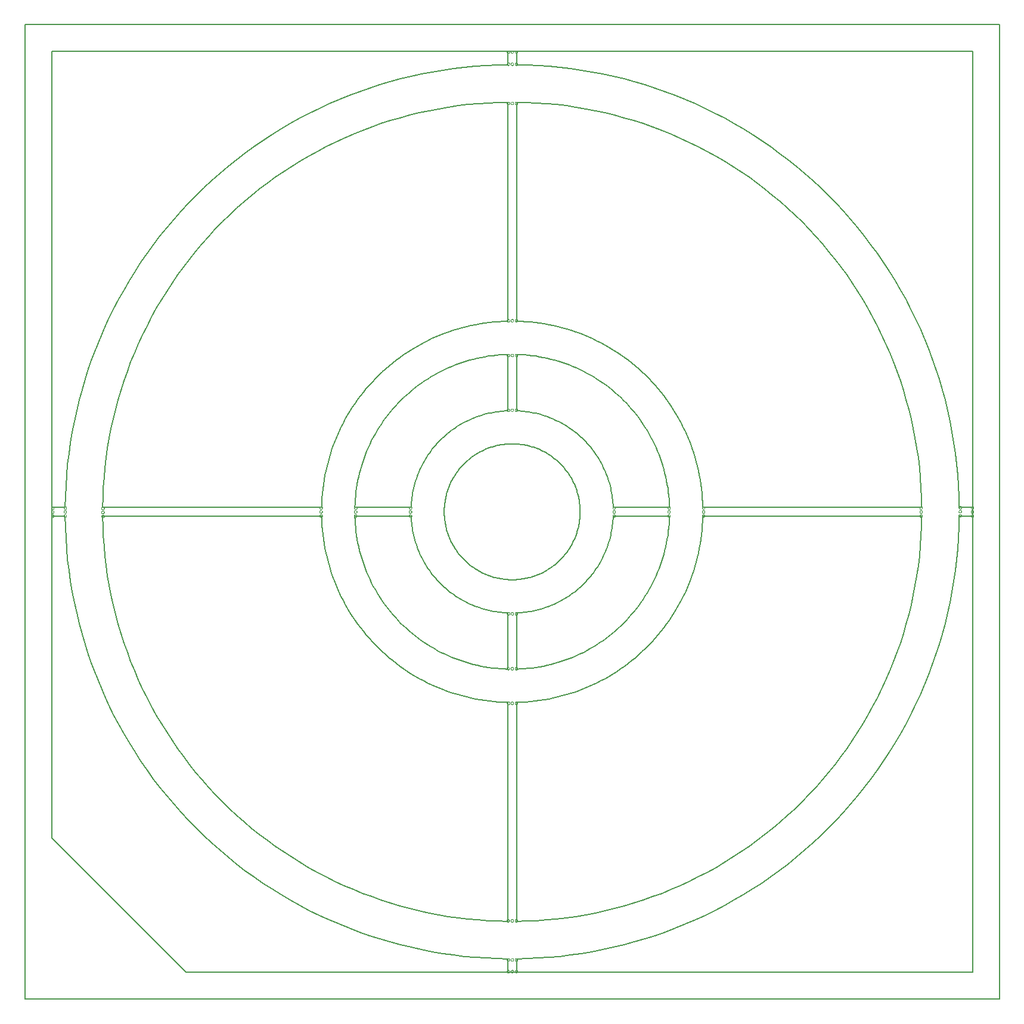
<source format=gko>
G75*
%MOIN*%
%OFA0B0*%
%FSLAX25Y25*%
%IPPOS*%
%LPD*%
%AMOC8*
5,1,8,0,0,1.08239X$1,22.5*
%
%ADD10C,0.00600*%
%ADD11C,0.00000*%
D10*
X0001300Y0033750D02*
X0001300Y0578750D01*
X0546300Y0578750D01*
X0546300Y0033750D01*
X0001300Y0033750D01*
X0016300Y0123750D02*
X0091300Y0048750D01*
X0271300Y0048750D01*
X0271300Y0056250D01*
X0276300Y0056250D02*
X0276300Y0048750D01*
X0271300Y0048750D01*
X0276300Y0048750D02*
X0531300Y0048750D01*
X0531300Y0303750D01*
X0523800Y0303750D01*
X0523800Y0308750D02*
X0531300Y0308750D01*
X0531300Y0303750D01*
X0531300Y0308750D02*
X0531300Y0563750D01*
X0276300Y0563750D01*
X0276300Y0556250D01*
X0271300Y0556250D02*
X0271300Y0563750D01*
X0276300Y0563750D01*
X0271300Y0563750D02*
X0016300Y0563750D01*
X0016300Y0308750D01*
X0023800Y0308750D01*
X0023800Y0303750D02*
X0016300Y0303750D01*
X0016300Y0123750D01*
X0016300Y0303750D02*
X0016300Y0308750D01*
X0044800Y0308750D02*
X0167300Y0308750D01*
X0167300Y0303750D02*
X0044800Y0303750D01*
X0185800Y0303750D02*
X0217300Y0303750D01*
X0217300Y0308750D02*
X0185800Y0308750D01*
X0167300Y0308750D02*
X0167377Y0311329D01*
X0167516Y0313906D01*
X0167718Y0316479D01*
X0167983Y0319046D01*
X0168310Y0321606D01*
X0168700Y0324158D01*
X0169151Y0326699D01*
X0169665Y0329228D01*
X0170240Y0331744D01*
X0170876Y0334245D01*
X0171573Y0336730D01*
X0172330Y0339197D01*
X0173147Y0341645D01*
X0174024Y0344072D01*
X0174960Y0346478D01*
X0175954Y0348860D01*
X0177005Y0351216D01*
X0178114Y0353547D01*
X0179279Y0355850D01*
X0180500Y0358123D01*
X0181777Y0360366D01*
X0183107Y0362578D01*
X0184491Y0364756D01*
X0185928Y0366900D01*
X0187416Y0369009D01*
X0188956Y0371080D01*
X0190545Y0373113D01*
X0192184Y0375107D01*
X0193870Y0377061D01*
X0195604Y0378972D01*
X0197384Y0380841D01*
X0199209Y0382666D01*
X0201078Y0384446D01*
X0202989Y0386180D01*
X0204943Y0387866D01*
X0206937Y0389505D01*
X0208970Y0391094D01*
X0211041Y0392634D01*
X0213150Y0394122D01*
X0215294Y0395559D01*
X0217472Y0396943D01*
X0219684Y0398273D01*
X0221927Y0399550D01*
X0224200Y0400771D01*
X0226503Y0401936D01*
X0228834Y0403045D01*
X0231190Y0404096D01*
X0233572Y0405090D01*
X0235978Y0406026D01*
X0238405Y0406903D01*
X0240853Y0407720D01*
X0243320Y0408477D01*
X0245805Y0409174D01*
X0248306Y0409810D01*
X0250822Y0410385D01*
X0253351Y0410899D01*
X0255892Y0411350D01*
X0258444Y0411740D01*
X0261004Y0412067D01*
X0263571Y0412332D01*
X0266144Y0412534D01*
X0268721Y0412673D01*
X0271300Y0412750D01*
X0271300Y0535250D01*
X0276300Y0535250D02*
X0276300Y0412750D01*
X0276300Y0394250D02*
X0276300Y0362750D01*
X0271300Y0362750D02*
X0271300Y0394250D01*
X0330300Y0308750D02*
X0361800Y0308750D01*
X0361800Y0303750D02*
X0330300Y0303750D01*
X0380300Y0303750D02*
X0502800Y0303750D01*
X0502800Y0308750D02*
X0380300Y0308750D01*
X0380223Y0311329D01*
X0380084Y0313906D01*
X0379882Y0316479D01*
X0379617Y0319046D01*
X0379290Y0321606D01*
X0378900Y0324158D01*
X0378449Y0326699D01*
X0377935Y0329228D01*
X0377360Y0331744D01*
X0376724Y0334245D01*
X0376027Y0336730D01*
X0375270Y0339197D01*
X0374453Y0341645D01*
X0373576Y0344072D01*
X0372640Y0346478D01*
X0371646Y0348860D01*
X0370595Y0351216D01*
X0369486Y0353547D01*
X0368321Y0355850D01*
X0367100Y0358123D01*
X0365823Y0360366D01*
X0364493Y0362578D01*
X0363109Y0364756D01*
X0361672Y0366900D01*
X0360184Y0369009D01*
X0358644Y0371080D01*
X0357055Y0373113D01*
X0355416Y0375107D01*
X0353730Y0377061D01*
X0351996Y0378972D01*
X0350216Y0380841D01*
X0348391Y0382666D01*
X0346522Y0384446D01*
X0344611Y0386180D01*
X0342657Y0387866D01*
X0340663Y0389505D01*
X0338630Y0391094D01*
X0336559Y0392634D01*
X0334450Y0394122D01*
X0332306Y0395559D01*
X0330128Y0396943D01*
X0327916Y0398273D01*
X0325673Y0399550D01*
X0323400Y0400771D01*
X0321097Y0401936D01*
X0318766Y0403045D01*
X0316410Y0404096D01*
X0314028Y0405090D01*
X0311622Y0406026D01*
X0309195Y0406903D01*
X0306747Y0407720D01*
X0304280Y0408477D01*
X0301795Y0409174D01*
X0299294Y0409810D01*
X0296778Y0410385D01*
X0294249Y0410899D01*
X0291708Y0411350D01*
X0289156Y0411740D01*
X0286596Y0412067D01*
X0284029Y0412332D01*
X0281456Y0412534D01*
X0278879Y0412673D01*
X0276300Y0412750D01*
X0276300Y0362750D02*
X0277654Y0362686D01*
X0279006Y0362590D01*
X0280355Y0362461D01*
X0281701Y0362299D01*
X0283042Y0362105D01*
X0284378Y0361878D01*
X0285709Y0361619D01*
X0287033Y0361328D01*
X0288349Y0361005D01*
X0289657Y0360650D01*
X0290956Y0360263D01*
X0292246Y0359846D01*
X0293525Y0359397D01*
X0294792Y0358917D01*
X0296048Y0358407D01*
X0297291Y0357866D01*
X0298521Y0357296D01*
X0299736Y0356696D01*
X0300936Y0356067D01*
X0302121Y0355409D01*
X0303290Y0354722D01*
X0304442Y0354007D01*
X0305576Y0353265D01*
X0306691Y0352495D01*
X0307788Y0351699D01*
X0308865Y0350876D01*
X0309922Y0350028D01*
X0310958Y0349154D01*
X0311973Y0348255D01*
X0312966Y0347332D01*
X0313935Y0346385D01*
X0314882Y0345416D01*
X0315805Y0344423D01*
X0316704Y0343408D01*
X0317578Y0342372D01*
X0318426Y0341315D01*
X0319249Y0340238D01*
X0320045Y0339141D01*
X0320815Y0338026D01*
X0321557Y0336892D01*
X0322272Y0335740D01*
X0322959Y0334571D01*
X0323617Y0333386D01*
X0324246Y0332186D01*
X0324846Y0330971D01*
X0325416Y0329741D01*
X0325957Y0328498D01*
X0326467Y0327242D01*
X0326947Y0325975D01*
X0327396Y0324696D01*
X0327813Y0323406D01*
X0328200Y0322107D01*
X0328555Y0320799D01*
X0328878Y0319483D01*
X0329169Y0318159D01*
X0329428Y0316828D01*
X0329655Y0315492D01*
X0329849Y0314151D01*
X0330011Y0312805D01*
X0330140Y0311456D01*
X0330236Y0310104D01*
X0330300Y0308750D01*
X0380300Y0303750D02*
X0380223Y0301171D01*
X0380084Y0298594D01*
X0379882Y0296021D01*
X0379617Y0293454D01*
X0379290Y0290894D01*
X0378900Y0288342D01*
X0378449Y0285801D01*
X0377935Y0283272D01*
X0377360Y0280756D01*
X0376724Y0278255D01*
X0376027Y0275770D01*
X0375270Y0273303D01*
X0374453Y0270855D01*
X0373576Y0268428D01*
X0372640Y0266022D01*
X0371646Y0263640D01*
X0370595Y0261284D01*
X0369486Y0258953D01*
X0368321Y0256650D01*
X0367100Y0254377D01*
X0365823Y0252134D01*
X0364493Y0249922D01*
X0363109Y0247744D01*
X0361672Y0245600D01*
X0360184Y0243491D01*
X0358644Y0241420D01*
X0357055Y0239387D01*
X0355416Y0237393D01*
X0353730Y0235439D01*
X0351996Y0233528D01*
X0350216Y0231659D01*
X0348391Y0229834D01*
X0346522Y0228054D01*
X0344611Y0226320D01*
X0342657Y0224634D01*
X0340663Y0222995D01*
X0338630Y0221406D01*
X0336559Y0219866D01*
X0334450Y0218378D01*
X0332306Y0216941D01*
X0330128Y0215557D01*
X0327916Y0214227D01*
X0325673Y0212950D01*
X0323400Y0211729D01*
X0321097Y0210564D01*
X0318766Y0209455D01*
X0316410Y0208404D01*
X0314028Y0207410D01*
X0311622Y0206474D01*
X0309195Y0205597D01*
X0306747Y0204780D01*
X0304280Y0204023D01*
X0301795Y0203326D01*
X0299294Y0202690D01*
X0296778Y0202115D01*
X0294249Y0201601D01*
X0291708Y0201150D01*
X0289156Y0200760D01*
X0286596Y0200433D01*
X0284029Y0200168D01*
X0281456Y0199966D01*
X0278879Y0199827D01*
X0276300Y0199750D01*
X0276300Y0077250D01*
X0271300Y0077250D02*
X0271300Y0199750D01*
X0271300Y0218250D02*
X0271300Y0249750D01*
X0276300Y0249750D02*
X0276300Y0218250D01*
X0271300Y0199750D02*
X0268721Y0199827D01*
X0266144Y0199966D01*
X0263571Y0200168D01*
X0261004Y0200433D01*
X0258444Y0200760D01*
X0255892Y0201150D01*
X0253351Y0201601D01*
X0250822Y0202115D01*
X0248306Y0202690D01*
X0245805Y0203326D01*
X0243320Y0204023D01*
X0240853Y0204780D01*
X0238405Y0205597D01*
X0235978Y0206474D01*
X0233572Y0207410D01*
X0231190Y0208404D01*
X0228834Y0209455D01*
X0226503Y0210564D01*
X0224200Y0211729D01*
X0221927Y0212950D01*
X0219684Y0214227D01*
X0217472Y0215557D01*
X0215294Y0216941D01*
X0213150Y0218378D01*
X0211041Y0219866D01*
X0208970Y0221406D01*
X0206937Y0222995D01*
X0204943Y0224634D01*
X0202989Y0226320D01*
X0201078Y0228054D01*
X0199209Y0229834D01*
X0197384Y0231659D01*
X0195604Y0233528D01*
X0193870Y0235439D01*
X0192184Y0237393D01*
X0190545Y0239387D01*
X0188956Y0241420D01*
X0187416Y0243491D01*
X0185928Y0245600D01*
X0184491Y0247744D01*
X0183107Y0249922D01*
X0181777Y0252134D01*
X0180500Y0254377D01*
X0179279Y0256650D01*
X0178114Y0258953D01*
X0177005Y0261284D01*
X0175954Y0263640D01*
X0174960Y0266022D01*
X0174024Y0268428D01*
X0173147Y0270855D01*
X0172330Y0273303D01*
X0171573Y0275770D01*
X0170876Y0278255D01*
X0170240Y0280756D01*
X0169665Y0283272D01*
X0169151Y0285801D01*
X0168700Y0288342D01*
X0168310Y0290894D01*
X0167983Y0293454D01*
X0167718Y0296021D01*
X0167516Y0298594D01*
X0167377Y0301171D01*
X0167300Y0303750D01*
X0217300Y0303750D02*
X0217364Y0302396D01*
X0217460Y0301044D01*
X0217589Y0299695D01*
X0217751Y0298349D01*
X0217945Y0297008D01*
X0218172Y0295672D01*
X0218431Y0294341D01*
X0218722Y0293017D01*
X0219045Y0291701D01*
X0219400Y0290393D01*
X0219787Y0289094D01*
X0220204Y0287804D01*
X0220653Y0286525D01*
X0221133Y0285258D01*
X0221643Y0284002D01*
X0222184Y0282759D01*
X0222754Y0281529D01*
X0223354Y0280314D01*
X0223983Y0279114D01*
X0224641Y0277929D01*
X0225328Y0276760D01*
X0226043Y0275608D01*
X0226785Y0274474D01*
X0227555Y0273359D01*
X0228351Y0272262D01*
X0229174Y0271185D01*
X0230022Y0270128D01*
X0230896Y0269092D01*
X0231795Y0268077D01*
X0232718Y0267084D01*
X0233665Y0266115D01*
X0234634Y0265168D01*
X0235627Y0264245D01*
X0236642Y0263346D01*
X0237678Y0262472D01*
X0238735Y0261624D01*
X0239812Y0260801D01*
X0240909Y0260005D01*
X0242024Y0259235D01*
X0243158Y0258493D01*
X0244310Y0257778D01*
X0245479Y0257091D01*
X0246664Y0256433D01*
X0247864Y0255804D01*
X0249079Y0255204D01*
X0250309Y0254634D01*
X0251552Y0254093D01*
X0252808Y0253583D01*
X0254075Y0253103D01*
X0255354Y0252654D01*
X0256644Y0252237D01*
X0257943Y0251850D01*
X0259251Y0251495D01*
X0260567Y0251172D01*
X0261891Y0250881D01*
X0263222Y0250622D01*
X0264558Y0250395D01*
X0265899Y0250201D01*
X0267245Y0250039D01*
X0268594Y0249910D01*
X0269946Y0249814D01*
X0271300Y0249750D01*
X0271300Y0077250D02*
X0265755Y0077365D01*
X0260215Y0077616D01*
X0254683Y0078000D01*
X0249161Y0078519D01*
X0243654Y0079172D01*
X0238164Y0079958D01*
X0232695Y0080877D01*
X0227249Y0081928D01*
X0221831Y0083112D01*
X0216443Y0084426D01*
X0211089Y0085871D01*
X0205771Y0087445D01*
X0200494Y0089148D01*
X0195258Y0090979D01*
X0190069Y0092936D01*
X0184929Y0095018D01*
X0179841Y0097225D01*
X0174808Y0099554D01*
X0169834Y0102005D01*
X0164920Y0104576D01*
X0160069Y0107265D01*
X0155286Y0110072D01*
X0150572Y0112993D01*
X0145930Y0116028D01*
X0141364Y0119175D01*
X0136875Y0122432D01*
X0132466Y0125796D01*
X0128141Y0129267D01*
X0123901Y0132842D01*
X0119748Y0136518D01*
X0115687Y0140294D01*
X0111718Y0144168D01*
X0107844Y0148137D01*
X0104068Y0152198D01*
X0100392Y0156351D01*
X0096817Y0160591D01*
X0093346Y0164916D01*
X0089982Y0169325D01*
X0086725Y0173814D01*
X0083578Y0178380D01*
X0080543Y0183022D01*
X0077622Y0187736D01*
X0074815Y0192519D01*
X0072126Y0197370D01*
X0069555Y0202284D01*
X0067104Y0207258D01*
X0064775Y0212291D01*
X0062568Y0217379D01*
X0060486Y0222519D01*
X0058529Y0227708D01*
X0056698Y0232944D01*
X0054995Y0238221D01*
X0053421Y0243539D01*
X0051976Y0248893D01*
X0050662Y0254281D01*
X0049478Y0259699D01*
X0048427Y0265145D01*
X0047508Y0270614D01*
X0046722Y0276104D01*
X0046069Y0281611D01*
X0045550Y0287133D01*
X0045166Y0292665D01*
X0044915Y0298205D01*
X0044800Y0303750D01*
X0217300Y0308750D02*
X0217364Y0310104D01*
X0217460Y0311456D01*
X0217589Y0312805D01*
X0217751Y0314151D01*
X0217945Y0315492D01*
X0218172Y0316828D01*
X0218431Y0318159D01*
X0218722Y0319483D01*
X0219045Y0320799D01*
X0219400Y0322107D01*
X0219787Y0323406D01*
X0220204Y0324696D01*
X0220653Y0325975D01*
X0221133Y0327242D01*
X0221643Y0328498D01*
X0222184Y0329741D01*
X0222754Y0330971D01*
X0223354Y0332186D01*
X0223983Y0333386D01*
X0224641Y0334571D01*
X0225328Y0335740D01*
X0226043Y0336892D01*
X0226785Y0338026D01*
X0227555Y0339141D01*
X0228351Y0340238D01*
X0229174Y0341315D01*
X0230022Y0342372D01*
X0230896Y0343408D01*
X0231795Y0344423D01*
X0232718Y0345416D01*
X0233665Y0346385D01*
X0234634Y0347332D01*
X0235627Y0348255D01*
X0236642Y0349154D01*
X0237678Y0350028D01*
X0238735Y0350876D01*
X0239812Y0351699D01*
X0240909Y0352495D01*
X0242024Y0353265D01*
X0243158Y0354007D01*
X0244310Y0354722D01*
X0245479Y0355409D01*
X0246664Y0356067D01*
X0247864Y0356696D01*
X0249079Y0357296D01*
X0250309Y0357866D01*
X0251552Y0358407D01*
X0252808Y0358917D01*
X0254075Y0359397D01*
X0255354Y0359846D01*
X0256644Y0360263D01*
X0257943Y0360650D01*
X0259251Y0361005D01*
X0260567Y0361328D01*
X0261891Y0361619D01*
X0263222Y0361878D01*
X0264558Y0362105D01*
X0265899Y0362299D01*
X0267245Y0362461D01*
X0268594Y0362590D01*
X0269946Y0362686D01*
X0271300Y0362750D01*
X0271300Y0535250D02*
X0265755Y0535135D01*
X0260215Y0534884D01*
X0254683Y0534500D01*
X0249161Y0533981D01*
X0243654Y0533328D01*
X0238164Y0532542D01*
X0232695Y0531623D01*
X0227249Y0530572D01*
X0221831Y0529388D01*
X0216443Y0528074D01*
X0211089Y0526629D01*
X0205771Y0525055D01*
X0200494Y0523352D01*
X0195258Y0521521D01*
X0190069Y0519564D01*
X0184929Y0517482D01*
X0179841Y0515275D01*
X0174808Y0512946D01*
X0169834Y0510495D01*
X0164920Y0507924D01*
X0160069Y0505235D01*
X0155286Y0502428D01*
X0150572Y0499507D01*
X0145930Y0496472D01*
X0141364Y0493325D01*
X0136875Y0490068D01*
X0132466Y0486704D01*
X0128141Y0483233D01*
X0123901Y0479658D01*
X0119748Y0475982D01*
X0115687Y0472206D01*
X0111718Y0468332D01*
X0107844Y0464363D01*
X0104068Y0460302D01*
X0100392Y0456149D01*
X0096817Y0451909D01*
X0093346Y0447584D01*
X0089982Y0443175D01*
X0086725Y0438686D01*
X0083578Y0434120D01*
X0080543Y0429478D01*
X0077622Y0424764D01*
X0074815Y0419981D01*
X0072126Y0415130D01*
X0069555Y0410216D01*
X0067104Y0405242D01*
X0064775Y0400209D01*
X0062568Y0395121D01*
X0060486Y0389981D01*
X0058529Y0384792D01*
X0056698Y0379556D01*
X0054995Y0374279D01*
X0053421Y0368961D01*
X0051976Y0363607D01*
X0050662Y0358219D01*
X0049478Y0352801D01*
X0048427Y0347355D01*
X0047508Y0341886D01*
X0046722Y0336396D01*
X0046069Y0330889D01*
X0045550Y0325367D01*
X0045166Y0319835D01*
X0044915Y0314295D01*
X0044800Y0308750D01*
X0023801Y0308750D02*
X0023927Y0314809D01*
X0024200Y0320862D01*
X0024621Y0326908D01*
X0025187Y0332941D01*
X0025901Y0338959D01*
X0026759Y0344958D01*
X0027764Y0350934D01*
X0028913Y0356884D01*
X0030206Y0362805D01*
X0031642Y0368692D01*
X0033221Y0374543D01*
X0034941Y0380354D01*
X0036802Y0386121D01*
X0038802Y0391841D01*
X0040941Y0397511D01*
X0043216Y0403128D01*
X0045628Y0408688D01*
X0048173Y0414187D01*
X0050851Y0419624D01*
X0053660Y0424993D01*
X0056599Y0430293D01*
X0059665Y0435520D01*
X0062858Y0440671D01*
X0066174Y0445743D01*
X0069613Y0450733D01*
X0073171Y0455638D01*
X0076848Y0460455D01*
X0080640Y0465182D01*
X0084547Y0469815D01*
X0088564Y0474352D01*
X0092690Y0478790D01*
X0096923Y0483127D01*
X0101260Y0487360D01*
X0105698Y0491486D01*
X0110235Y0495503D01*
X0114868Y0499410D01*
X0119595Y0503202D01*
X0124412Y0506879D01*
X0129317Y0510437D01*
X0134307Y0513876D01*
X0139379Y0517192D01*
X0144530Y0520385D01*
X0149757Y0523451D01*
X0155057Y0526390D01*
X0160426Y0529199D01*
X0165863Y0531877D01*
X0171362Y0534422D01*
X0176922Y0536834D01*
X0182539Y0539109D01*
X0188209Y0541248D01*
X0193929Y0543248D01*
X0199696Y0545109D01*
X0205507Y0546829D01*
X0211358Y0548408D01*
X0217245Y0549844D01*
X0223166Y0551137D01*
X0229116Y0552286D01*
X0235092Y0553291D01*
X0241091Y0554149D01*
X0247109Y0554863D01*
X0253142Y0555429D01*
X0259188Y0555850D01*
X0265241Y0556123D01*
X0271300Y0556249D01*
X0276300Y0535250D02*
X0281845Y0535135D01*
X0287385Y0534884D01*
X0292917Y0534500D01*
X0298439Y0533981D01*
X0303946Y0533328D01*
X0309436Y0532542D01*
X0314905Y0531623D01*
X0320351Y0530572D01*
X0325769Y0529388D01*
X0331157Y0528074D01*
X0336511Y0526629D01*
X0341829Y0525055D01*
X0347106Y0523352D01*
X0352342Y0521521D01*
X0357531Y0519564D01*
X0362671Y0517482D01*
X0367759Y0515275D01*
X0372792Y0512946D01*
X0377766Y0510495D01*
X0382680Y0507924D01*
X0387531Y0505235D01*
X0392314Y0502428D01*
X0397028Y0499507D01*
X0401670Y0496472D01*
X0406236Y0493325D01*
X0410725Y0490068D01*
X0415134Y0486704D01*
X0419459Y0483233D01*
X0423699Y0479658D01*
X0427852Y0475982D01*
X0431913Y0472206D01*
X0435882Y0468332D01*
X0439756Y0464363D01*
X0443532Y0460302D01*
X0447208Y0456149D01*
X0450783Y0451909D01*
X0454254Y0447584D01*
X0457618Y0443175D01*
X0460875Y0438686D01*
X0464022Y0434120D01*
X0467057Y0429478D01*
X0469978Y0424764D01*
X0472785Y0419981D01*
X0475474Y0415130D01*
X0478045Y0410216D01*
X0480496Y0405242D01*
X0482825Y0400209D01*
X0485032Y0395121D01*
X0487114Y0389981D01*
X0489071Y0384792D01*
X0490902Y0379556D01*
X0492605Y0374279D01*
X0494179Y0368961D01*
X0495624Y0363607D01*
X0496938Y0358219D01*
X0498122Y0352801D01*
X0499173Y0347355D01*
X0500092Y0341886D01*
X0500878Y0336396D01*
X0501531Y0330889D01*
X0502050Y0325367D01*
X0502434Y0319835D01*
X0502685Y0314295D01*
X0502800Y0308750D01*
X0330300Y0303750D02*
X0330236Y0302396D01*
X0330140Y0301044D01*
X0330011Y0299695D01*
X0329849Y0298349D01*
X0329655Y0297008D01*
X0329428Y0295672D01*
X0329169Y0294341D01*
X0328878Y0293017D01*
X0328555Y0291701D01*
X0328200Y0290393D01*
X0327813Y0289094D01*
X0327396Y0287804D01*
X0326947Y0286525D01*
X0326467Y0285258D01*
X0325957Y0284002D01*
X0325416Y0282759D01*
X0324846Y0281529D01*
X0324246Y0280314D01*
X0323617Y0279114D01*
X0322959Y0277929D01*
X0322272Y0276760D01*
X0321557Y0275608D01*
X0320815Y0274474D01*
X0320045Y0273359D01*
X0319249Y0272262D01*
X0318426Y0271185D01*
X0317578Y0270128D01*
X0316704Y0269092D01*
X0315805Y0268077D01*
X0314882Y0267084D01*
X0313935Y0266115D01*
X0312966Y0265168D01*
X0311973Y0264245D01*
X0310958Y0263346D01*
X0309922Y0262472D01*
X0308865Y0261624D01*
X0307788Y0260801D01*
X0306691Y0260005D01*
X0305576Y0259235D01*
X0304442Y0258493D01*
X0303290Y0257778D01*
X0302121Y0257091D01*
X0300936Y0256433D01*
X0299736Y0255804D01*
X0298521Y0255204D01*
X0297291Y0254634D01*
X0296048Y0254093D01*
X0294792Y0253583D01*
X0293525Y0253103D01*
X0292246Y0252654D01*
X0290956Y0252237D01*
X0289657Y0251850D01*
X0288349Y0251495D01*
X0287033Y0251172D01*
X0285709Y0250881D01*
X0284378Y0250622D01*
X0283042Y0250395D01*
X0281701Y0250201D01*
X0280355Y0250039D01*
X0279006Y0249910D01*
X0277654Y0249814D01*
X0276300Y0249750D01*
X0276300Y0077250D02*
X0281845Y0077365D01*
X0287385Y0077616D01*
X0292917Y0078000D01*
X0298439Y0078519D01*
X0303946Y0079172D01*
X0309436Y0079958D01*
X0314905Y0080877D01*
X0320351Y0081928D01*
X0325769Y0083112D01*
X0331157Y0084426D01*
X0336511Y0085871D01*
X0341829Y0087445D01*
X0347106Y0089148D01*
X0352342Y0090979D01*
X0357531Y0092936D01*
X0362671Y0095018D01*
X0367759Y0097225D01*
X0372792Y0099554D01*
X0377766Y0102005D01*
X0382680Y0104576D01*
X0387531Y0107265D01*
X0392314Y0110072D01*
X0397028Y0112993D01*
X0401670Y0116028D01*
X0406236Y0119175D01*
X0410725Y0122432D01*
X0415134Y0125796D01*
X0419459Y0129267D01*
X0423699Y0132842D01*
X0427852Y0136518D01*
X0431913Y0140294D01*
X0435882Y0144168D01*
X0439756Y0148137D01*
X0443532Y0152198D01*
X0447208Y0156351D01*
X0450783Y0160591D01*
X0454254Y0164916D01*
X0457618Y0169325D01*
X0460875Y0173814D01*
X0464022Y0178380D01*
X0467057Y0183022D01*
X0469978Y0187736D01*
X0472785Y0192519D01*
X0475474Y0197370D01*
X0478045Y0202284D01*
X0480496Y0207258D01*
X0482825Y0212291D01*
X0485032Y0217379D01*
X0487114Y0222519D01*
X0489071Y0227708D01*
X0490902Y0232944D01*
X0492605Y0238221D01*
X0494179Y0243539D01*
X0495624Y0248893D01*
X0496938Y0254281D01*
X0498122Y0259699D01*
X0499173Y0265145D01*
X0500092Y0270614D01*
X0500878Y0276104D01*
X0501531Y0281611D01*
X0502050Y0287133D01*
X0502434Y0292665D01*
X0502685Y0298205D01*
X0502800Y0303750D01*
X0523799Y0303750D02*
X0523673Y0297691D01*
X0523400Y0291638D01*
X0522979Y0285592D01*
X0522413Y0279559D01*
X0521699Y0273541D01*
X0520841Y0267542D01*
X0519836Y0261566D01*
X0518687Y0255616D01*
X0517394Y0249695D01*
X0515958Y0243808D01*
X0514379Y0237957D01*
X0512659Y0232146D01*
X0510798Y0226379D01*
X0508798Y0220659D01*
X0506659Y0214989D01*
X0504384Y0209372D01*
X0501972Y0203812D01*
X0499427Y0198313D01*
X0496749Y0192876D01*
X0493940Y0187507D01*
X0491001Y0182207D01*
X0487935Y0176980D01*
X0484742Y0171829D01*
X0481426Y0166757D01*
X0477987Y0161767D01*
X0474429Y0156862D01*
X0470752Y0152045D01*
X0466960Y0147318D01*
X0463053Y0142685D01*
X0459036Y0138148D01*
X0454910Y0133710D01*
X0450677Y0129373D01*
X0446340Y0125140D01*
X0441902Y0121014D01*
X0437365Y0116997D01*
X0432732Y0113090D01*
X0428005Y0109298D01*
X0423188Y0105621D01*
X0418283Y0102063D01*
X0413293Y0098624D01*
X0408221Y0095308D01*
X0403070Y0092115D01*
X0397843Y0089049D01*
X0392543Y0086110D01*
X0387174Y0083301D01*
X0381737Y0080623D01*
X0376238Y0078078D01*
X0370678Y0075666D01*
X0365061Y0073391D01*
X0359391Y0071252D01*
X0353671Y0069252D01*
X0347904Y0067391D01*
X0342093Y0065671D01*
X0336242Y0064092D01*
X0330355Y0062656D01*
X0324434Y0061363D01*
X0318484Y0060214D01*
X0312508Y0059209D01*
X0306509Y0058351D01*
X0300491Y0057637D01*
X0294458Y0057071D01*
X0288412Y0056650D01*
X0282359Y0056377D01*
X0276300Y0056251D01*
X0271300Y0056251D02*
X0265241Y0056377D01*
X0259188Y0056650D01*
X0253142Y0057071D01*
X0247109Y0057637D01*
X0241091Y0058351D01*
X0235092Y0059209D01*
X0229116Y0060214D01*
X0223166Y0061363D01*
X0217245Y0062656D01*
X0211358Y0064092D01*
X0205507Y0065671D01*
X0199696Y0067391D01*
X0193929Y0069252D01*
X0188209Y0071252D01*
X0182539Y0073391D01*
X0176922Y0075666D01*
X0171362Y0078078D01*
X0165863Y0080623D01*
X0160426Y0083301D01*
X0155057Y0086110D01*
X0149757Y0089049D01*
X0144530Y0092115D01*
X0139379Y0095308D01*
X0134307Y0098624D01*
X0129317Y0102063D01*
X0124412Y0105621D01*
X0119595Y0109298D01*
X0114868Y0113090D01*
X0110235Y0116997D01*
X0105698Y0121014D01*
X0101260Y0125140D01*
X0096923Y0129373D01*
X0092690Y0133710D01*
X0088564Y0138148D01*
X0084547Y0142685D01*
X0080640Y0147318D01*
X0076848Y0152045D01*
X0073171Y0156862D01*
X0069613Y0161767D01*
X0066174Y0166757D01*
X0062858Y0171829D01*
X0059665Y0176980D01*
X0056599Y0182207D01*
X0053660Y0187507D01*
X0050851Y0192876D01*
X0048173Y0198313D01*
X0045628Y0203812D01*
X0043216Y0209372D01*
X0040941Y0214989D01*
X0038802Y0220659D01*
X0036802Y0226379D01*
X0034941Y0232146D01*
X0033221Y0237957D01*
X0031642Y0243808D01*
X0030206Y0249695D01*
X0028913Y0255616D01*
X0027764Y0261566D01*
X0026759Y0267542D01*
X0025901Y0273541D01*
X0025187Y0279559D01*
X0024621Y0285592D01*
X0024200Y0291638D01*
X0023927Y0297691D01*
X0023801Y0303750D01*
X0185800Y0303750D02*
X0185883Y0301601D01*
X0186018Y0299454D01*
X0186206Y0297311D01*
X0186446Y0295174D01*
X0186738Y0293043D01*
X0187083Y0290919D01*
X0187479Y0288805D01*
X0187927Y0286702D01*
X0188427Y0284609D01*
X0188978Y0282530D01*
X0189579Y0280465D01*
X0190231Y0278415D01*
X0190932Y0276382D01*
X0191684Y0274366D01*
X0192484Y0272370D01*
X0193333Y0270394D01*
X0194230Y0268439D01*
X0195175Y0266506D01*
X0196167Y0264598D01*
X0197205Y0262714D01*
X0198289Y0260856D01*
X0199419Y0259025D01*
X0200592Y0257223D01*
X0201810Y0255450D01*
X0203071Y0253707D01*
X0204374Y0251996D01*
X0205718Y0250317D01*
X0207103Y0248671D01*
X0208528Y0247060D01*
X0209992Y0245484D01*
X0211495Y0243945D01*
X0213034Y0242442D01*
X0214610Y0240978D01*
X0216221Y0239553D01*
X0217867Y0238168D01*
X0219546Y0236824D01*
X0221257Y0235521D01*
X0223000Y0234260D01*
X0224773Y0233042D01*
X0226575Y0231869D01*
X0228406Y0230739D01*
X0230264Y0229655D01*
X0232148Y0228617D01*
X0234056Y0227625D01*
X0235989Y0226680D01*
X0237944Y0225783D01*
X0239920Y0224934D01*
X0241916Y0224134D01*
X0243932Y0223382D01*
X0245965Y0222681D01*
X0248015Y0222029D01*
X0250080Y0221428D01*
X0252159Y0220877D01*
X0254252Y0220377D01*
X0256355Y0219929D01*
X0258469Y0219533D01*
X0260593Y0219188D01*
X0262724Y0218896D01*
X0264861Y0218656D01*
X0267004Y0218468D01*
X0269151Y0218333D01*
X0271300Y0218250D01*
X0276300Y0218250D02*
X0278449Y0218333D01*
X0280596Y0218468D01*
X0282739Y0218656D01*
X0284876Y0218896D01*
X0287007Y0219188D01*
X0289131Y0219533D01*
X0291245Y0219929D01*
X0293348Y0220377D01*
X0295441Y0220877D01*
X0297520Y0221428D01*
X0299585Y0222029D01*
X0301635Y0222681D01*
X0303668Y0223382D01*
X0305684Y0224134D01*
X0307680Y0224934D01*
X0309656Y0225783D01*
X0311611Y0226680D01*
X0313544Y0227625D01*
X0315452Y0228617D01*
X0317336Y0229655D01*
X0319194Y0230739D01*
X0321025Y0231869D01*
X0322827Y0233042D01*
X0324600Y0234260D01*
X0326343Y0235521D01*
X0328054Y0236824D01*
X0329733Y0238168D01*
X0331379Y0239553D01*
X0332990Y0240978D01*
X0334566Y0242442D01*
X0336105Y0243945D01*
X0337608Y0245484D01*
X0339072Y0247060D01*
X0340497Y0248671D01*
X0341882Y0250317D01*
X0343226Y0251996D01*
X0344529Y0253707D01*
X0345790Y0255450D01*
X0347008Y0257223D01*
X0348181Y0259025D01*
X0349311Y0260856D01*
X0350395Y0262714D01*
X0351433Y0264598D01*
X0352425Y0266506D01*
X0353370Y0268439D01*
X0354267Y0270394D01*
X0355116Y0272370D01*
X0355916Y0274366D01*
X0356668Y0276382D01*
X0357369Y0278415D01*
X0358021Y0280465D01*
X0358622Y0282530D01*
X0359173Y0284609D01*
X0359673Y0286702D01*
X0360121Y0288805D01*
X0360517Y0290919D01*
X0360862Y0293043D01*
X0361154Y0295174D01*
X0361394Y0297311D01*
X0361582Y0299454D01*
X0361717Y0301601D01*
X0361800Y0303750D01*
X0523799Y0308750D02*
X0523673Y0314809D01*
X0523400Y0320862D01*
X0522979Y0326908D01*
X0522413Y0332941D01*
X0521699Y0338959D01*
X0520841Y0344958D01*
X0519836Y0350934D01*
X0518687Y0356884D01*
X0517394Y0362805D01*
X0515958Y0368692D01*
X0514379Y0374543D01*
X0512659Y0380354D01*
X0510798Y0386121D01*
X0508798Y0391841D01*
X0506659Y0397511D01*
X0504384Y0403128D01*
X0501972Y0408688D01*
X0499427Y0414187D01*
X0496749Y0419624D01*
X0493940Y0424993D01*
X0491001Y0430293D01*
X0487935Y0435520D01*
X0484742Y0440671D01*
X0481426Y0445743D01*
X0477987Y0450733D01*
X0474429Y0455638D01*
X0470752Y0460455D01*
X0466960Y0465182D01*
X0463053Y0469815D01*
X0459036Y0474352D01*
X0454910Y0478790D01*
X0450677Y0483127D01*
X0446340Y0487360D01*
X0441902Y0491486D01*
X0437365Y0495503D01*
X0432732Y0499410D01*
X0428005Y0503202D01*
X0423188Y0506879D01*
X0418283Y0510437D01*
X0413293Y0513876D01*
X0408221Y0517192D01*
X0403070Y0520385D01*
X0397843Y0523451D01*
X0392543Y0526390D01*
X0387174Y0529199D01*
X0381737Y0531877D01*
X0376238Y0534422D01*
X0370678Y0536834D01*
X0365061Y0539109D01*
X0359391Y0541248D01*
X0353671Y0543248D01*
X0347904Y0545109D01*
X0342093Y0546829D01*
X0336242Y0548408D01*
X0330355Y0549844D01*
X0324434Y0551137D01*
X0318484Y0552286D01*
X0312508Y0553291D01*
X0306509Y0554149D01*
X0300491Y0554863D01*
X0294458Y0555429D01*
X0288412Y0555850D01*
X0282359Y0556123D01*
X0276300Y0556249D01*
X0276300Y0394250D02*
X0278449Y0394167D01*
X0280596Y0394032D01*
X0282739Y0393844D01*
X0284876Y0393604D01*
X0287007Y0393312D01*
X0289131Y0392967D01*
X0291245Y0392571D01*
X0293348Y0392123D01*
X0295441Y0391623D01*
X0297520Y0391072D01*
X0299585Y0390471D01*
X0301635Y0389819D01*
X0303668Y0389118D01*
X0305684Y0388366D01*
X0307680Y0387566D01*
X0309656Y0386717D01*
X0311611Y0385820D01*
X0313544Y0384875D01*
X0315452Y0383883D01*
X0317336Y0382845D01*
X0319194Y0381761D01*
X0321025Y0380631D01*
X0322827Y0379458D01*
X0324600Y0378240D01*
X0326343Y0376979D01*
X0328054Y0375676D01*
X0329733Y0374332D01*
X0331379Y0372947D01*
X0332990Y0371522D01*
X0334566Y0370058D01*
X0336105Y0368555D01*
X0337608Y0367016D01*
X0339072Y0365440D01*
X0340497Y0363829D01*
X0341882Y0362183D01*
X0343226Y0360504D01*
X0344529Y0358793D01*
X0345790Y0357050D01*
X0347008Y0355277D01*
X0348181Y0353475D01*
X0349311Y0351644D01*
X0350395Y0349786D01*
X0351433Y0347902D01*
X0352425Y0345994D01*
X0353370Y0344061D01*
X0354267Y0342106D01*
X0355116Y0340130D01*
X0355916Y0338134D01*
X0356668Y0336118D01*
X0357369Y0334085D01*
X0358021Y0332035D01*
X0358622Y0329970D01*
X0359173Y0327891D01*
X0359673Y0325798D01*
X0360121Y0323695D01*
X0360517Y0321581D01*
X0360862Y0319457D01*
X0361154Y0317326D01*
X0361394Y0315189D01*
X0361582Y0313046D01*
X0361717Y0310899D01*
X0361800Y0308750D01*
X0235800Y0306250D02*
X0235811Y0307183D01*
X0235846Y0308115D01*
X0235903Y0309045D01*
X0235983Y0309975D01*
X0236086Y0310902D01*
X0236211Y0311826D01*
X0236359Y0312747D01*
X0236530Y0313663D01*
X0236723Y0314576D01*
X0236939Y0315483D01*
X0237177Y0316385D01*
X0237436Y0317281D01*
X0237718Y0318170D01*
X0238021Y0319052D01*
X0238346Y0319926D01*
X0238693Y0320792D01*
X0239060Y0321649D01*
X0239448Y0322497D01*
X0239857Y0323335D01*
X0240287Y0324163D01*
X0240737Y0324980D01*
X0241206Y0325786D01*
X0241696Y0326580D01*
X0242204Y0327362D01*
X0242732Y0328131D01*
X0243278Y0328887D01*
X0243843Y0329629D01*
X0244426Y0330357D01*
X0245026Y0331071D01*
X0245644Y0331769D01*
X0246279Y0332453D01*
X0246930Y0333120D01*
X0247597Y0333771D01*
X0248281Y0334406D01*
X0248979Y0335024D01*
X0249693Y0335624D01*
X0250421Y0336207D01*
X0251163Y0336772D01*
X0251919Y0337318D01*
X0252688Y0337846D01*
X0253470Y0338354D01*
X0254264Y0338844D01*
X0255070Y0339313D01*
X0255887Y0339763D01*
X0256715Y0340193D01*
X0257553Y0340602D01*
X0258401Y0340990D01*
X0259258Y0341357D01*
X0260124Y0341704D01*
X0260998Y0342029D01*
X0261880Y0342332D01*
X0262769Y0342614D01*
X0263665Y0342873D01*
X0264567Y0343111D01*
X0265474Y0343327D01*
X0266387Y0343520D01*
X0267303Y0343691D01*
X0268224Y0343839D01*
X0269148Y0343964D01*
X0270075Y0344067D01*
X0271005Y0344147D01*
X0271935Y0344204D01*
X0272867Y0344239D01*
X0273800Y0344250D01*
X0274733Y0344239D01*
X0275665Y0344204D01*
X0276595Y0344147D01*
X0277525Y0344067D01*
X0278452Y0343964D01*
X0279376Y0343839D01*
X0280297Y0343691D01*
X0281213Y0343520D01*
X0282126Y0343327D01*
X0283033Y0343111D01*
X0283935Y0342873D01*
X0284831Y0342614D01*
X0285720Y0342332D01*
X0286602Y0342029D01*
X0287476Y0341704D01*
X0288342Y0341357D01*
X0289199Y0340990D01*
X0290047Y0340602D01*
X0290885Y0340193D01*
X0291713Y0339763D01*
X0292530Y0339313D01*
X0293336Y0338844D01*
X0294130Y0338354D01*
X0294912Y0337846D01*
X0295681Y0337318D01*
X0296437Y0336772D01*
X0297179Y0336207D01*
X0297907Y0335624D01*
X0298621Y0335024D01*
X0299319Y0334406D01*
X0300003Y0333771D01*
X0300670Y0333120D01*
X0301321Y0332453D01*
X0301956Y0331769D01*
X0302574Y0331071D01*
X0303174Y0330357D01*
X0303757Y0329629D01*
X0304322Y0328887D01*
X0304868Y0328131D01*
X0305396Y0327362D01*
X0305904Y0326580D01*
X0306394Y0325786D01*
X0306863Y0324980D01*
X0307313Y0324163D01*
X0307743Y0323335D01*
X0308152Y0322497D01*
X0308540Y0321649D01*
X0308907Y0320792D01*
X0309254Y0319926D01*
X0309579Y0319052D01*
X0309882Y0318170D01*
X0310164Y0317281D01*
X0310423Y0316385D01*
X0310661Y0315483D01*
X0310877Y0314576D01*
X0311070Y0313663D01*
X0311241Y0312747D01*
X0311389Y0311826D01*
X0311514Y0310902D01*
X0311617Y0309975D01*
X0311697Y0309045D01*
X0311754Y0308115D01*
X0311789Y0307183D01*
X0311800Y0306250D01*
X0311789Y0305317D01*
X0311754Y0304385D01*
X0311697Y0303455D01*
X0311617Y0302525D01*
X0311514Y0301598D01*
X0311389Y0300674D01*
X0311241Y0299753D01*
X0311070Y0298837D01*
X0310877Y0297924D01*
X0310661Y0297017D01*
X0310423Y0296115D01*
X0310164Y0295219D01*
X0309882Y0294330D01*
X0309579Y0293448D01*
X0309254Y0292574D01*
X0308907Y0291708D01*
X0308540Y0290851D01*
X0308152Y0290003D01*
X0307743Y0289165D01*
X0307313Y0288337D01*
X0306863Y0287520D01*
X0306394Y0286714D01*
X0305904Y0285920D01*
X0305396Y0285138D01*
X0304868Y0284369D01*
X0304322Y0283613D01*
X0303757Y0282871D01*
X0303174Y0282143D01*
X0302574Y0281429D01*
X0301956Y0280731D01*
X0301321Y0280047D01*
X0300670Y0279380D01*
X0300003Y0278729D01*
X0299319Y0278094D01*
X0298621Y0277476D01*
X0297907Y0276876D01*
X0297179Y0276293D01*
X0296437Y0275728D01*
X0295681Y0275182D01*
X0294912Y0274654D01*
X0294130Y0274146D01*
X0293336Y0273656D01*
X0292530Y0273187D01*
X0291713Y0272737D01*
X0290885Y0272307D01*
X0290047Y0271898D01*
X0289199Y0271510D01*
X0288342Y0271143D01*
X0287476Y0270796D01*
X0286602Y0270471D01*
X0285720Y0270168D01*
X0284831Y0269886D01*
X0283935Y0269627D01*
X0283033Y0269389D01*
X0282126Y0269173D01*
X0281213Y0268980D01*
X0280297Y0268809D01*
X0279376Y0268661D01*
X0278452Y0268536D01*
X0277525Y0268433D01*
X0276595Y0268353D01*
X0275665Y0268296D01*
X0274733Y0268261D01*
X0273800Y0268250D01*
X0272867Y0268261D01*
X0271935Y0268296D01*
X0271005Y0268353D01*
X0270075Y0268433D01*
X0269148Y0268536D01*
X0268224Y0268661D01*
X0267303Y0268809D01*
X0266387Y0268980D01*
X0265474Y0269173D01*
X0264567Y0269389D01*
X0263665Y0269627D01*
X0262769Y0269886D01*
X0261880Y0270168D01*
X0260998Y0270471D01*
X0260124Y0270796D01*
X0259258Y0271143D01*
X0258401Y0271510D01*
X0257553Y0271898D01*
X0256715Y0272307D01*
X0255887Y0272737D01*
X0255070Y0273187D01*
X0254264Y0273656D01*
X0253470Y0274146D01*
X0252688Y0274654D01*
X0251919Y0275182D01*
X0251163Y0275728D01*
X0250421Y0276293D01*
X0249693Y0276876D01*
X0248979Y0277476D01*
X0248281Y0278094D01*
X0247597Y0278729D01*
X0246930Y0279380D01*
X0246279Y0280047D01*
X0245644Y0280731D01*
X0245026Y0281429D01*
X0244426Y0282143D01*
X0243843Y0282871D01*
X0243278Y0283613D01*
X0242732Y0284369D01*
X0242204Y0285138D01*
X0241696Y0285920D01*
X0241206Y0286714D01*
X0240737Y0287520D01*
X0240287Y0288337D01*
X0239857Y0289165D01*
X0239448Y0290003D01*
X0239060Y0290851D01*
X0238693Y0291708D01*
X0238346Y0292574D01*
X0238021Y0293448D01*
X0237718Y0294330D01*
X0237436Y0295219D01*
X0237177Y0296115D01*
X0236939Y0297017D01*
X0236723Y0297924D01*
X0236530Y0298837D01*
X0236359Y0299753D01*
X0236211Y0300674D01*
X0236086Y0301598D01*
X0235983Y0302525D01*
X0235903Y0303455D01*
X0235846Y0304385D01*
X0235811Y0305317D01*
X0235800Y0306250D01*
X0185800Y0308750D02*
X0185883Y0310899D01*
X0186018Y0313046D01*
X0186206Y0315189D01*
X0186446Y0317326D01*
X0186738Y0319457D01*
X0187083Y0321581D01*
X0187479Y0323695D01*
X0187927Y0325798D01*
X0188427Y0327891D01*
X0188978Y0329970D01*
X0189579Y0332035D01*
X0190231Y0334085D01*
X0190932Y0336118D01*
X0191684Y0338134D01*
X0192484Y0340130D01*
X0193333Y0342106D01*
X0194230Y0344061D01*
X0195175Y0345994D01*
X0196167Y0347902D01*
X0197205Y0349786D01*
X0198289Y0351644D01*
X0199419Y0353475D01*
X0200592Y0355277D01*
X0201810Y0357050D01*
X0203071Y0358793D01*
X0204374Y0360504D01*
X0205718Y0362183D01*
X0207103Y0363829D01*
X0208528Y0365440D01*
X0209992Y0367016D01*
X0211495Y0368555D01*
X0213034Y0370058D01*
X0214610Y0371522D01*
X0216221Y0372947D01*
X0217867Y0374332D01*
X0219546Y0375676D01*
X0221257Y0376979D01*
X0223000Y0378240D01*
X0224773Y0379458D01*
X0226575Y0380631D01*
X0228406Y0381761D01*
X0230264Y0382845D01*
X0232148Y0383883D01*
X0234056Y0384875D01*
X0235989Y0385820D01*
X0237944Y0386717D01*
X0239920Y0387566D01*
X0241916Y0388366D01*
X0243932Y0389118D01*
X0245965Y0389819D01*
X0248015Y0390471D01*
X0250080Y0391072D01*
X0252159Y0391623D01*
X0254252Y0392123D01*
X0256355Y0392571D01*
X0258469Y0392967D01*
X0260593Y0393312D01*
X0262724Y0393604D01*
X0264861Y0393844D01*
X0267004Y0394032D01*
X0269151Y0394167D01*
X0271300Y0394250D01*
D11*
X0270800Y0393850D02*
X0270802Y0393904D01*
X0270808Y0393958D01*
X0270818Y0394011D01*
X0270831Y0394064D01*
X0270848Y0394115D01*
X0270869Y0394165D01*
X0270894Y0394213D01*
X0270922Y0394260D01*
X0270953Y0394304D01*
X0270987Y0394346D01*
X0271024Y0394385D01*
X0271064Y0394422D01*
X0271107Y0394455D01*
X0271152Y0394486D01*
X0271199Y0394513D01*
X0271247Y0394536D01*
X0271298Y0394556D01*
X0271349Y0394573D01*
X0271402Y0394585D01*
X0271455Y0394594D01*
X0271509Y0394599D01*
X0271564Y0394600D01*
X0271618Y0394597D01*
X0271671Y0394590D01*
X0271724Y0394579D01*
X0271777Y0394565D01*
X0271828Y0394547D01*
X0271877Y0394525D01*
X0271925Y0394500D01*
X0271971Y0394471D01*
X0272015Y0394439D01*
X0272056Y0394404D01*
X0272094Y0394366D01*
X0272130Y0394325D01*
X0272163Y0394282D01*
X0272193Y0394237D01*
X0272219Y0394189D01*
X0272242Y0394140D01*
X0272261Y0394089D01*
X0272276Y0394038D01*
X0272288Y0393985D01*
X0272296Y0393931D01*
X0272300Y0393877D01*
X0272300Y0393823D01*
X0272296Y0393769D01*
X0272288Y0393715D01*
X0272276Y0393662D01*
X0272261Y0393611D01*
X0272242Y0393560D01*
X0272219Y0393511D01*
X0272193Y0393463D01*
X0272163Y0393418D01*
X0272130Y0393375D01*
X0272094Y0393334D01*
X0272056Y0393296D01*
X0272015Y0393261D01*
X0271971Y0393229D01*
X0271925Y0393200D01*
X0271877Y0393175D01*
X0271828Y0393153D01*
X0271777Y0393135D01*
X0271724Y0393121D01*
X0271671Y0393110D01*
X0271618Y0393103D01*
X0271564Y0393100D01*
X0271509Y0393101D01*
X0271455Y0393106D01*
X0271402Y0393115D01*
X0271349Y0393127D01*
X0271298Y0393144D01*
X0271247Y0393164D01*
X0271199Y0393187D01*
X0271152Y0393214D01*
X0271107Y0393245D01*
X0271064Y0393278D01*
X0271024Y0393315D01*
X0270987Y0393354D01*
X0270953Y0393396D01*
X0270922Y0393440D01*
X0270894Y0393487D01*
X0270869Y0393535D01*
X0270848Y0393585D01*
X0270831Y0393636D01*
X0270818Y0393689D01*
X0270808Y0393742D01*
X0270802Y0393796D01*
X0270800Y0393850D01*
X0273000Y0393850D02*
X0273002Y0393904D01*
X0273008Y0393958D01*
X0273018Y0394011D01*
X0273031Y0394064D01*
X0273048Y0394115D01*
X0273069Y0394165D01*
X0273094Y0394213D01*
X0273122Y0394260D01*
X0273153Y0394304D01*
X0273187Y0394346D01*
X0273224Y0394385D01*
X0273264Y0394422D01*
X0273307Y0394455D01*
X0273352Y0394486D01*
X0273399Y0394513D01*
X0273447Y0394536D01*
X0273498Y0394556D01*
X0273549Y0394573D01*
X0273602Y0394585D01*
X0273655Y0394594D01*
X0273709Y0394599D01*
X0273764Y0394600D01*
X0273818Y0394597D01*
X0273871Y0394590D01*
X0273924Y0394579D01*
X0273977Y0394565D01*
X0274028Y0394547D01*
X0274077Y0394525D01*
X0274125Y0394500D01*
X0274171Y0394471D01*
X0274215Y0394439D01*
X0274256Y0394404D01*
X0274294Y0394366D01*
X0274330Y0394325D01*
X0274363Y0394282D01*
X0274393Y0394237D01*
X0274419Y0394189D01*
X0274442Y0394140D01*
X0274461Y0394089D01*
X0274476Y0394038D01*
X0274488Y0393985D01*
X0274496Y0393931D01*
X0274500Y0393877D01*
X0274500Y0393823D01*
X0274496Y0393769D01*
X0274488Y0393715D01*
X0274476Y0393662D01*
X0274461Y0393611D01*
X0274442Y0393560D01*
X0274419Y0393511D01*
X0274393Y0393463D01*
X0274363Y0393418D01*
X0274330Y0393375D01*
X0274294Y0393334D01*
X0274256Y0393296D01*
X0274215Y0393261D01*
X0274171Y0393229D01*
X0274125Y0393200D01*
X0274077Y0393175D01*
X0274028Y0393153D01*
X0273977Y0393135D01*
X0273924Y0393121D01*
X0273871Y0393110D01*
X0273818Y0393103D01*
X0273764Y0393100D01*
X0273709Y0393101D01*
X0273655Y0393106D01*
X0273602Y0393115D01*
X0273549Y0393127D01*
X0273498Y0393144D01*
X0273447Y0393164D01*
X0273399Y0393187D01*
X0273352Y0393214D01*
X0273307Y0393245D01*
X0273264Y0393278D01*
X0273224Y0393315D01*
X0273187Y0393354D01*
X0273153Y0393396D01*
X0273122Y0393440D01*
X0273094Y0393487D01*
X0273069Y0393535D01*
X0273048Y0393585D01*
X0273031Y0393636D01*
X0273018Y0393689D01*
X0273008Y0393742D01*
X0273002Y0393796D01*
X0273000Y0393850D01*
X0275300Y0393850D02*
X0275302Y0393904D01*
X0275308Y0393958D01*
X0275318Y0394011D01*
X0275331Y0394064D01*
X0275348Y0394115D01*
X0275369Y0394165D01*
X0275394Y0394213D01*
X0275422Y0394260D01*
X0275453Y0394304D01*
X0275487Y0394346D01*
X0275524Y0394385D01*
X0275564Y0394422D01*
X0275607Y0394455D01*
X0275652Y0394486D01*
X0275699Y0394513D01*
X0275747Y0394536D01*
X0275798Y0394556D01*
X0275849Y0394573D01*
X0275902Y0394585D01*
X0275955Y0394594D01*
X0276009Y0394599D01*
X0276064Y0394600D01*
X0276118Y0394597D01*
X0276171Y0394590D01*
X0276224Y0394579D01*
X0276277Y0394565D01*
X0276328Y0394547D01*
X0276377Y0394525D01*
X0276425Y0394500D01*
X0276471Y0394471D01*
X0276515Y0394439D01*
X0276556Y0394404D01*
X0276594Y0394366D01*
X0276630Y0394325D01*
X0276663Y0394282D01*
X0276693Y0394237D01*
X0276719Y0394189D01*
X0276742Y0394140D01*
X0276761Y0394089D01*
X0276776Y0394038D01*
X0276788Y0393985D01*
X0276796Y0393931D01*
X0276800Y0393877D01*
X0276800Y0393823D01*
X0276796Y0393769D01*
X0276788Y0393715D01*
X0276776Y0393662D01*
X0276761Y0393611D01*
X0276742Y0393560D01*
X0276719Y0393511D01*
X0276693Y0393463D01*
X0276663Y0393418D01*
X0276630Y0393375D01*
X0276594Y0393334D01*
X0276556Y0393296D01*
X0276515Y0393261D01*
X0276471Y0393229D01*
X0276425Y0393200D01*
X0276377Y0393175D01*
X0276328Y0393153D01*
X0276277Y0393135D01*
X0276224Y0393121D01*
X0276171Y0393110D01*
X0276118Y0393103D01*
X0276064Y0393100D01*
X0276009Y0393101D01*
X0275955Y0393106D01*
X0275902Y0393115D01*
X0275849Y0393127D01*
X0275798Y0393144D01*
X0275747Y0393164D01*
X0275699Y0393187D01*
X0275652Y0393214D01*
X0275607Y0393245D01*
X0275564Y0393278D01*
X0275524Y0393315D01*
X0275487Y0393354D01*
X0275453Y0393396D01*
X0275422Y0393440D01*
X0275394Y0393487D01*
X0275369Y0393535D01*
X0275348Y0393585D01*
X0275331Y0393636D01*
X0275318Y0393689D01*
X0275308Y0393742D01*
X0275302Y0393796D01*
X0275300Y0393850D01*
X0275300Y0413250D02*
X0275302Y0413304D01*
X0275308Y0413358D01*
X0275318Y0413411D01*
X0275331Y0413464D01*
X0275348Y0413515D01*
X0275369Y0413565D01*
X0275394Y0413613D01*
X0275422Y0413660D01*
X0275453Y0413704D01*
X0275487Y0413746D01*
X0275524Y0413785D01*
X0275564Y0413822D01*
X0275607Y0413855D01*
X0275652Y0413886D01*
X0275699Y0413913D01*
X0275747Y0413936D01*
X0275798Y0413956D01*
X0275849Y0413973D01*
X0275902Y0413985D01*
X0275955Y0413994D01*
X0276009Y0413999D01*
X0276064Y0414000D01*
X0276118Y0413997D01*
X0276171Y0413990D01*
X0276224Y0413979D01*
X0276277Y0413965D01*
X0276328Y0413947D01*
X0276377Y0413925D01*
X0276425Y0413900D01*
X0276471Y0413871D01*
X0276515Y0413839D01*
X0276556Y0413804D01*
X0276594Y0413766D01*
X0276630Y0413725D01*
X0276663Y0413682D01*
X0276693Y0413637D01*
X0276719Y0413589D01*
X0276742Y0413540D01*
X0276761Y0413489D01*
X0276776Y0413438D01*
X0276788Y0413385D01*
X0276796Y0413331D01*
X0276800Y0413277D01*
X0276800Y0413223D01*
X0276796Y0413169D01*
X0276788Y0413115D01*
X0276776Y0413062D01*
X0276761Y0413011D01*
X0276742Y0412960D01*
X0276719Y0412911D01*
X0276693Y0412863D01*
X0276663Y0412818D01*
X0276630Y0412775D01*
X0276594Y0412734D01*
X0276556Y0412696D01*
X0276515Y0412661D01*
X0276471Y0412629D01*
X0276425Y0412600D01*
X0276377Y0412575D01*
X0276328Y0412553D01*
X0276277Y0412535D01*
X0276224Y0412521D01*
X0276171Y0412510D01*
X0276118Y0412503D01*
X0276064Y0412500D01*
X0276009Y0412501D01*
X0275955Y0412506D01*
X0275902Y0412515D01*
X0275849Y0412527D01*
X0275798Y0412544D01*
X0275747Y0412564D01*
X0275699Y0412587D01*
X0275652Y0412614D01*
X0275607Y0412645D01*
X0275564Y0412678D01*
X0275524Y0412715D01*
X0275487Y0412754D01*
X0275453Y0412796D01*
X0275422Y0412840D01*
X0275394Y0412887D01*
X0275369Y0412935D01*
X0275348Y0412985D01*
X0275331Y0413036D01*
X0275318Y0413089D01*
X0275308Y0413142D01*
X0275302Y0413196D01*
X0275300Y0413250D01*
X0273000Y0413250D02*
X0273002Y0413304D01*
X0273008Y0413358D01*
X0273018Y0413411D01*
X0273031Y0413464D01*
X0273048Y0413515D01*
X0273069Y0413565D01*
X0273094Y0413613D01*
X0273122Y0413660D01*
X0273153Y0413704D01*
X0273187Y0413746D01*
X0273224Y0413785D01*
X0273264Y0413822D01*
X0273307Y0413855D01*
X0273352Y0413886D01*
X0273399Y0413913D01*
X0273447Y0413936D01*
X0273498Y0413956D01*
X0273549Y0413973D01*
X0273602Y0413985D01*
X0273655Y0413994D01*
X0273709Y0413999D01*
X0273764Y0414000D01*
X0273818Y0413997D01*
X0273871Y0413990D01*
X0273924Y0413979D01*
X0273977Y0413965D01*
X0274028Y0413947D01*
X0274077Y0413925D01*
X0274125Y0413900D01*
X0274171Y0413871D01*
X0274215Y0413839D01*
X0274256Y0413804D01*
X0274294Y0413766D01*
X0274330Y0413725D01*
X0274363Y0413682D01*
X0274393Y0413637D01*
X0274419Y0413589D01*
X0274442Y0413540D01*
X0274461Y0413489D01*
X0274476Y0413438D01*
X0274488Y0413385D01*
X0274496Y0413331D01*
X0274500Y0413277D01*
X0274500Y0413223D01*
X0274496Y0413169D01*
X0274488Y0413115D01*
X0274476Y0413062D01*
X0274461Y0413011D01*
X0274442Y0412960D01*
X0274419Y0412911D01*
X0274393Y0412863D01*
X0274363Y0412818D01*
X0274330Y0412775D01*
X0274294Y0412734D01*
X0274256Y0412696D01*
X0274215Y0412661D01*
X0274171Y0412629D01*
X0274125Y0412600D01*
X0274077Y0412575D01*
X0274028Y0412553D01*
X0273977Y0412535D01*
X0273924Y0412521D01*
X0273871Y0412510D01*
X0273818Y0412503D01*
X0273764Y0412500D01*
X0273709Y0412501D01*
X0273655Y0412506D01*
X0273602Y0412515D01*
X0273549Y0412527D01*
X0273498Y0412544D01*
X0273447Y0412564D01*
X0273399Y0412587D01*
X0273352Y0412614D01*
X0273307Y0412645D01*
X0273264Y0412678D01*
X0273224Y0412715D01*
X0273187Y0412754D01*
X0273153Y0412796D01*
X0273122Y0412840D01*
X0273094Y0412887D01*
X0273069Y0412935D01*
X0273048Y0412985D01*
X0273031Y0413036D01*
X0273018Y0413089D01*
X0273008Y0413142D01*
X0273002Y0413196D01*
X0273000Y0413250D01*
X0270800Y0413250D02*
X0270802Y0413304D01*
X0270808Y0413358D01*
X0270818Y0413411D01*
X0270831Y0413464D01*
X0270848Y0413515D01*
X0270869Y0413565D01*
X0270894Y0413613D01*
X0270922Y0413660D01*
X0270953Y0413704D01*
X0270987Y0413746D01*
X0271024Y0413785D01*
X0271064Y0413822D01*
X0271107Y0413855D01*
X0271152Y0413886D01*
X0271199Y0413913D01*
X0271247Y0413936D01*
X0271298Y0413956D01*
X0271349Y0413973D01*
X0271402Y0413985D01*
X0271455Y0413994D01*
X0271509Y0413999D01*
X0271564Y0414000D01*
X0271618Y0413997D01*
X0271671Y0413990D01*
X0271724Y0413979D01*
X0271777Y0413965D01*
X0271828Y0413947D01*
X0271877Y0413925D01*
X0271925Y0413900D01*
X0271971Y0413871D01*
X0272015Y0413839D01*
X0272056Y0413804D01*
X0272094Y0413766D01*
X0272130Y0413725D01*
X0272163Y0413682D01*
X0272193Y0413637D01*
X0272219Y0413589D01*
X0272242Y0413540D01*
X0272261Y0413489D01*
X0272276Y0413438D01*
X0272288Y0413385D01*
X0272296Y0413331D01*
X0272300Y0413277D01*
X0272300Y0413223D01*
X0272296Y0413169D01*
X0272288Y0413115D01*
X0272276Y0413062D01*
X0272261Y0413011D01*
X0272242Y0412960D01*
X0272219Y0412911D01*
X0272193Y0412863D01*
X0272163Y0412818D01*
X0272130Y0412775D01*
X0272094Y0412734D01*
X0272056Y0412696D01*
X0272015Y0412661D01*
X0271971Y0412629D01*
X0271925Y0412600D01*
X0271877Y0412575D01*
X0271828Y0412553D01*
X0271777Y0412535D01*
X0271724Y0412521D01*
X0271671Y0412510D01*
X0271618Y0412503D01*
X0271564Y0412500D01*
X0271509Y0412501D01*
X0271455Y0412506D01*
X0271402Y0412515D01*
X0271349Y0412527D01*
X0271298Y0412544D01*
X0271247Y0412564D01*
X0271199Y0412587D01*
X0271152Y0412614D01*
X0271107Y0412645D01*
X0271064Y0412678D01*
X0271024Y0412715D01*
X0270987Y0412754D01*
X0270953Y0412796D01*
X0270922Y0412840D01*
X0270894Y0412887D01*
X0270869Y0412935D01*
X0270848Y0412985D01*
X0270831Y0413036D01*
X0270818Y0413089D01*
X0270808Y0413142D01*
X0270802Y0413196D01*
X0270800Y0413250D01*
X0270750Y0363200D02*
X0270752Y0363254D01*
X0270758Y0363308D01*
X0270768Y0363361D01*
X0270781Y0363414D01*
X0270798Y0363465D01*
X0270819Y0363515D01*
X0270844Y0363563D01*
X0270872Y0363610D01*
X0270903Y0363654D01*
X0270937Y0363696D01*
X0270974Y0363735D01*
X0271014Y0363772D01*
X0271057Y0363805D01*
X0271102Y0363836D01*
X0271149Y0363863D01*
X0271197Y0363886D01*
X0271248Y0363906D01*
X0271299Y0363923D01*
X0271352Y0363935D01*
X0271405Y0363944D01*
X0271459Y0363949D01*
X0271514Y0363950D01*
X0271568Y0363947D01*
X0271621Y0363940D01*
X0271674Y0363929D01*
X0271727Y0363915D01*
X0271778Y0363897D01*
X0271827Y0363875D01*
X0271875Y0363850D01*
X0271921Y0363821D01*
X0271965Y0363789D01*
X0272006Y0363754D01*
X0272044Y0363716D01*
X0272080Y0363675D01*
X0272113Y0363632D01*
X0272143Y0363587D01*
X0272169Y0363539D01*
X0272192Y0363490D01*
X0272211Y0363439D01*
X0272226Y0363388D01*
X0272238Y0363335D01*
X0272246Y0363281D01*
X0272250Y0363227D01*
X0272250Y0363173D01*
X0272246Y0363119D01*
X0272238Y0363065D01*
X0272226Y0363012D01*
X0272211Y0362961D01*
X0272192Y0362910D01*
X0272169Y0362861D01*
X0272143Y0362813D01*
X0272113Y0362768D01*
X0272080Y0362725D01*
X0272044Y0362684D01*
X0272006Y0362646D01*
X0271965Y0362611D01*
X0271921Y0362579D01*
X0271875Y0362550D01*
X0271827Y0362525D01*
X0271778Y0362503D01*
X0271727Y0362485D01*
X0271674Y0362471D01*
X0271621Y0362460D01*
X0271568Y0362453D01*
X0271514Y0362450D01*
X0271459Y0362451D01*
X0271405Y0362456D01*
X0271352Y0362465D01*
X0271299Y0362477D01*
X0271248Y0362494D01*
X0271197Y0362514D01*
X0271149Y0362537D01*
X0271102Y0362564D01*
X0271057Y0362595D01*
X0271014Y0362628D01*
X0270974Y0362665D01*
X0270937Y0362704D01*
X0270903Y0362746D01*
X0270872Y0362790D01*
X0270844Y0362837D01*
X0270819Y0362885D01*
X0270798Y0362935D01*
X0270781Y0362986D01*
X0270768Y0363039D01*
X0270758Y0363092D01*
X0270752Y0363146D01*
X0270750Y0363200D01*
X0272950Y0363200D02*
X0272952Y0363254D01*
X0272958Y0363308D01*
X0272968Y0363361D01*
X0272981Y0363414D01*
X0272998Y0363465D01*
X0273019Y0363515D01*
X0273044Y0363563D01*
X0273072Y0363610D01*
X0273103Y0363654D01*
X0273137Y0363696D01*
X0273174Y0363735D01*
X0273214Y0363772D01*
X0273257Y0363805D01*
X0273302Y0363836D01*
X0273349Y0363863D01*
X0273397Y0363886D01*
X0273448Y0363906D01*
X0273499Y0363923D01*
X0273552Y0363935D01*
X0273605Y0363944D01*
X0273659Y0363949D01*
X0273714Y0363950D01*
X0273768Y0363947D01*
X0273821Y0363940D01*
X0273874Y0363929D01*
X0273927Y0363915D01*
X0273978Y0363897D01*
X0274027Y0363875D01*
X0274075Y0363850D01*
X0274121Y0363821D01*
X0274165Y0363789D01*
X0274206Y0363754D01*
X0274244Y0363716D01*
X0274280Y0363675D01*
X0274313Y0363632D01*
X0274343Y0363587D01*
X0274369Y0363539D01*
X0274392Y0363490D01*
X0274411Y0363439D01*
X0274426Y0363388D01*
X0274438Y0363335D01*
X0274446Y0363281D01*
X0274450Y0363227D01*
X0274450Y0363173D01*
X0274446Y0363119D01*
X0274438Y0363065D01*
X0274426Y0363012D01*
X0274411Y0362961D01*
X0274392Y0362910D01*
X0274369Y0362861D01*
X0274343Y0362813D01*
X0274313Y0362768D01*
X0274280Y0362725D01*
X0274244Y0362684D01*
X0274206Y0362646D01*
X0274165Y0362611D01*
X0274121Y0362579D01*
X0274075Y0362550D01*
X0274027Y0362525D01*
X0273978Y0362503D01*
X0273927Y0362485D01*
X0273874Y0362471D01*
X0273821Y0362460D01*
X0273768Y0362453D01*
X0273714Y0362450D01*
X0273659Y0362451D01*
X0273605Y0362456D01*
X0273552Y0362465D01*
X0273499Y0362477D01*
X0273448Y0362494D01*
X0273397Y0362514D01*
X0273349Y0362537D01*
X0273302Y0362564D01*
X0273257Y0362595D01*
X0273214Y0362628D01*
X0273174Y0362665D01*
X0273137Y0362704D01*
X0273103Y0362746D01*
X0273072Y0362790D01*
X0273044Y0362837D01*
X0273019Y0362885D01*
X0272998Y0362935D01*
X0272981Y0362986D01*
X0272968Y0363039D01*
X0272958Y0363092D01*
X0272952Y0363146D01*
X0272950Y0363200D01*
X0275250Y0363200D02*
X0275252Y0363254D01*
X0275258Y0363308D01*
X0275268Y0363361D01*
X0275281Y0363414D01*
X0275298Y0363465D01*
X0275319Y0363515D01*
X0275344Y0363563D01*
X0275372Y0363610D01*
X0275403Y0363654D01*
X0275437Y0363696D01*
X0275474Y0363735D01*
X0275514Y0363772D01*
X0275557Y0363805D01*
X0275602Y0363836D01*
X0275649Y0363863D01*
X0275697Y0363886D01*
X0275748Y0363906D01*
X0275799Y0363923D01*
X0275852Y0363935D01*
X0275905Y0363944D01*
X0275959Y0363949D01*
X0276014Y0363950D01*
X0276068Y0363947D01*
X0276121Y0363940D01*
X0276174Y0363929D01*
X0276227Y0363915D01*
X0276278Y0363897D01*
X0276327Y0363875D01*
X0276375Y0363850D01*
X0276421Y0363821D01*
X0276465Y0363789D01*
X0276506Y0363754D01*
X0276544Y0363716D01*
X0276580Y0363675D01*
X0276613Y0363632D01*
X0276643Y0363587D01*
X0276669Y0363539D01*
X0276692Y0363490D01*
X0276711Y0363439D01*
X0276726Y0363388D01*
X0276738Y0363335D01*
X0276746Y0363281D01*
X0276750Y0363227D01*
X0276750Y0363173D01*
X0276746Y0363119D01*
X0276738Y0363065D01*
X0276726Y0363012D01*
X0276711Y0362961D01*
X0276692Y0362910D01*
X0276669Y0362861D01*
X0276643Y0362813D01*
X0276613Y0362768D01*
X0276580Y0362725D01*
X0276544Y0362684D01*
X0276506Y0362646D01*
X0276465Y0362611D01*
X0276421Y0362579D01*
X0276375Y0362550D01*
X0276327Y0362525D01*
X0276278Y0362503D01*
X0276227Y0362485D01*
X0276174Y0362471D01*
X0276121Y0362460D01*
X0276068Y0362453D01*
X0276014Y0362450D01*
X0275959Y0362451D01*
X0275905Y0362456D01*
X0275852Y0362465D01*
X0275799Y0362477D01*
X0275748Y0362494D01*
X0275697Y0362514D01*
X0275649Y0362537D01*
X0275602Y0362564D01*
X0275557Y0362595D01*
X0275514Y0362628D01*
X0275474Y0362665D01*
X0275437Y0362704D01*
X0275403Y0362746D01*
X0275372Y0362790D01*
X0275344Y0362837D01*
X0275319Y0362885D01*
X0275298Y0362935D01*
X0275281Y0362986D01*
X0275268Y0363039D01*
X0275258Y0363092D01*
X0275252Y0363146D01*
X0275250Y0363200D01*
X0329900Y0308550D02*
X0329902Y0308604D01*
X0329908Y0308658D01*
X0329918Y0308711D01*
X0329931Y0308764D01*
X0329948Y0308815D01*
X0329969Y0308865D01*
X0329994Y0308913D01*
X0330022Y0308960D01*
X0330053Y0309004D01*
X0330087Y0309046D01*
X0330124Y0309085D01*
X0330164Y0309122D01*
X0330207Y0309155D01*
X0330252Y0309186D01*
X0330299Y0309213D01*
X0330347Y0309236D01*
X0330398Y0309256D01*
X0330449Y0309273D01*
X0330502Y0309285D01*
X0330555Y0309294D01*
X0330609Y0309299D01*
X0330664Y0309300D01*
X0330718Y0309297D01*
X0330771Y0309290D01*
X0330824Y0309279D01*
X0330877Y0309265D01*
X0330928Y0309247D01*
X0330977Y0309225D01*
X0331025Y0309200D01*
X0331071Y0309171D01*
X0331115Y0309139D01*
X0331156Y0309104D01*
X0331194Y0309066D01*
X0331230Y0309025D01*
X0331263Y0308982D01*
X0331293Y0308937D01*
X0331319Y0308889D01*
X0331342Y0308840D01*
X0331361Y0308789D01*
X0331376Y0308738D01*
X0331388Y0308685D01*
X0331396Y0308631D01*
X0331400Y0308577D01*
X0331400Y0308523D01*
X0331396Y0308469D01*
X0331388Y0308415D01*
X0331376Y0308362D01*
X0331361Y0308311D01*
X0331342Y0308260D01*
X0331319Y0308211D01*
X0331293Y0308163D01*
X0331263Y0308118D01*
X0331230Y0308075D01*
X0331194Y0308034D01*
X0331156Y0307996D01*
X0331115Y0307961D01*
X0331071Y0307929D01*
X0331025Y0307900D01*
X0330977Y0307875D01*
X0330928Y0307853D01*
X0330877Y0307835D01*
X0330824Y0307821D01*
X0330771Y0307810D01*
X0330718Y0307803D01*
X0330664Y0307800D01*
X0330609Y0307801D01*
X0330555Y0307806D01*
X0330502Y0307815D01*
X0330449Y0307827D01*
X0330398Y0307844D01*
X0330347Y0307864D01*
X0330299Y0307887D01*
X0330252Y0307914D01*
X0330207Y0307945D01*
X0330164Y0307978D01*
X0330124Y0308015D01*
X0330087Y0308054D01*
X0330053Y0308096D01*
X0330022Y0308140D01*
X0329994Y0308187D01*
X0329969Y0308235D01*
X0329948Y0308285D01*
X0329931Y0308336D01*
X0329918Y0308389D01*
X0329908Y0308442D01*
X0329902Y0308496D01*
X0329900Y0308550D01*
X0329900Y0306350D02*
X0329902Y0306404D01*
X0329908Y0306458D01*
X0329918Y0306511D01*
X0329931Y0306564D01*
X0329948Y0306615D01*
X0329969Y0306665D01*
X0329994Y0306713D01*
X0330022Y0306760D01*
X0330053Y0306804D01*
X0330087Y0306846D01*
X0330124Y0306885D01*
X0330164Y0306922D01*
X0330207Y0306955D01*
X0330252Y0306986D01*
X0330299Y0307013D01*
X0330347Y0307036D01*
X0330398Y0307056D01*
X0330449Y0307073D01*
X0330502Y0307085D01*
X0330555Y0307094D01*
X0330609Y0307099D01*
X0330664Y0307100D01*
X0330718Y0307097D01*
X0330771Y0307090D01*
X0330824Y0307079D01*
X0330877Y0307065D01*
X0330928Y0307047D01*
X0330977Y0307025D01*
X0331025Y0307000D01*
X0331071Y0306971D01*
X0331115Y0306939D01*
X0331156Y0306904D01*
X0331194Y0306866D01*
X0331230Y0306825D01*
X0331263Y0306782D01*
X0331293Y0306737D01*
X0331319Y0306689D01*
X0331342Y0306640D01*
X0331361Y0306589D01*
X0331376Y0306538D01*
X0331388Y0306485D01*
X0331396Y0306431D01*
X0331400Y0306377D01*
X0331400Y0306323D01*
X0331396Y0306269D01*
X0331388Y0306215D01*
X0331376Y0306162D01*
X0331361Y0306111D01*
X0331342Y0306060D01*
X0331319Y0306011D01*
X0331293Y0305963D01*
X0331263Y0305918D01*
X0331230Y0305875D01*
X0331194Y0305834D01*
X0331156Y0305796D01*
X0331115Y0305761D01*
X0331071Y0305729D01*
X0331025Y0305700D01*
X0330977Y0305675D01*
X0330928Y0305653D01*
X0330877Y0305635D01*
X0330824Y0305621D01*
X0330771Y0305610D01*
X0330718Y0305603D01*
X0330664Y0305600D01*
X0330609Y0305601D01*
X0330555Y0305606D01*
X0330502Y0305615D01*
X0330449Y0305627D01*
X0330398Y0305644D01*
X0330347Y0305664D01*
X0330299Y0305687D01*
X0330252Y0305714D01*
X0330207Y0305745D01*
X0330164Y0305778D01*
X0330124Y0305815D01*
X0330087Y0305854D01*
X0330053Y0305896D01*
X0330022Y0305940D01*
X0329994Y0305987D01*
X0329969Y0306035D01*
X0329948Y0306085D01*
X0329931Y0306136D01*
X0329918Y0306189D01*
X0329908Y0306242D01*
X0329902Y0306296D01*
X0329900Y0306350D01*
X0329900Y0304050D02*
X0329902Y0304104D01*
X0329908Y0304158D01*
X0329918Y0304211D01*
X0329931Y0304264D01*
X0329948Y0304315D01*
X0329969Y0304365D01*
X0329994Y0304413D01*
X0330022Y0304460D01*
X0330053Y0304504D01*
X0330087Y0304546D01*
X0330124Y0304585D01*
X0330164Y0304622D01*
X0330207Y0304655D01*
X0330252Y0304686D01*
X0330299Y0304713D01*
X0330347Y0304736D01*
X0330398Y0304756D01*
X0330449Y0304773D01*
X0330502Y0304785D01*
X0330555Y0304794D01*
X0330609Y0304799D01*
X0330664Y0304800D01*
X0330718Y0304797D01*
X0330771Y0304790D01*
X0330824Y0304779D01*
X0330877Y0304765D01*
X0330928Y0304747D01*
X0330977Y0304725D01*
X0331025Y0304700D01*
X0331071Y0304671D01*
X0331115Y0304639D01*
X0331156Y0304604D01*
X0331194Y0304566D01*
X0331230Y0304525D01*
X0331263Y0304482D01*
X0331293Y0304437D01*
X0331319Y0304389D01*
X0331342Y0304340D01*
X0331361Y0304289D01*
X0331376Y0304238D01*
X0331388Y0304185D01*
X0331396Y0304131D01*
X0331400Y0304077D01*
X0331400Y0304023D01*
X0331396Y0303969D01*
X0331388Y0303915D01*
X0331376Y0303862D01*
X0331361Y0303811D01*
X0331342Y0303760D01*
X0331319Y0303711D01*
X0331293Y0303663D01*
X0331263Y0303618D01*
X0331230Y0303575D01*
X0331194Y0303534D01*
X0331156Y0303496D01*
X0331115Y0303461D01*
X0331071Y0303429D01*
X0331025Y0303400D01*
X0330977Y0303375D01*
X0330928Y0303353D01*
X0330877Y0303335D01*
X0330824Y0303321D01*
X0330771Y0303310D01*
X0330718Y0303303D01*
X0330664Y0303300D01*
X0330609Y0303301D01*
X0330555Y0303306D01*
X0330502Y0303315D01*
X0330449Y0303327D01*
X0330398Y0303344D01*
X0330347Y0303364D01*
X0330299Y0303387D01*
X0330252Y0303414D01*
X0330207Y0303445D01*
X0330164Y0303478D01*
X0330124Y0303515D01*
X0330087Y0303554D01*
X0330053Y0303596D01*
X0330022Y0303640D01*
X0329994Y0303687D01*
X0329969Y0303735D01*
X0329948Y0303785D01*
X0329931Y0303836D01*
X0329918Y0303889D01*
X0329908Y0303942D01*
X0329902Y0303996D01*
X0329900Y0304050D01*
X0360650Y0304050D02*
X0360652Y0304104D01*
X0360658Y0304158D01*
X0360668Y0304211D01*
X0360681Y0304264D01*
X0360698Y0304315D01*
X0360719Y0304365D01*
X0360744Y0304413D01*
X0360772Y0304460D01*
X0360803Y0304504D01*
X0360837Y0304546D01*
X0360874Y0304585D01*
X0360914Y0304622D01*
X0360957Y0304655D01*
X0361002Y0304686D01*
X0361049Y0304713D01*
X0361097Y0304736D01*
X0361148Y0304756D01*
X0361199Y0304773D01*
X0361252Y0304785D01*
X0361305Y0304794D01*
X0361359Y0304799D01*
X0361414Y0304800D01*
X0361468Y0304797D01*
X0361521Y0304790D01*
X0361574Y0304779D01*
X0361627Y0304765D01*
X0361678Y0304747D01*
X0361727Y0304725D01*
X0361775Y0304700D01*
X0361821Y0304671D01*
X0361865Y0304639D01*
X0361906Y0304604D01*
X0361944Y0304566D01*
X0361980Y0304525D01*
X0362013Y0304482D01*
X0362043Y0304437D01*
X0362069Y0304389D01*
X0362092Y0304340D01*
X0362111Y0304289D01*
X0362126Y0304238D01*
X0362138Y0304185D01*
X0362146Y0304131D01*
X0362150Y0304077D01*
X0362150Y0304023D01*
X0362146Y0303969D01*
X0362138Y0303915D01*
X0362126Y0303862D01*
X0362111Y0303811D01*
X0362092Y0303760D01*
X0362069Y0303711D01*
X0362043Y0303663D01*
X0362013Y0303618D01*
X0361980Y0303575D01*
X0361944Y0303534D01*
X0361906Y0303496D01*
X0361865Y0303461D01*
X0361821Y0303429D01*
X0361775Y0303400D01*
X0361727Y0303375D01*
X0361678Y0303353D01*
X0361627Y0303335D01*
X0361574Y0303321D01*
X0361521Y0303310D01*
X0361468Y0303303D01*
X0361414Y0303300D01*
X0361359Y0303301D01*
X0361305Y0303306D01*
X0361252Y0303315D01*
X0361199Y0303327D01*
X0361148Y0303344D01*
X0361097Y0303364D01*
X0361049Y0303387D01*
X0361002Y0303414D01*
X0360957Y0303445D01*
X0360914Y0303478D01*
X0360874Y0303515D01*
X0360837Y0303554D01*
X0360803Y0303596D01*
X0360772Y0303640D01*
X0360744Y0303687D01*
X0360719Y0303735D01*
X0360698Y0303785D01*
X0360681Y0303836D01*
X0360668Y0303889D01*
X0360658Y0303942D01*
X0360652Y0303996D01*
X0360650Y0304050D01*
X0360650Y0306350D02*
X0360652Y0306404D01*
X0360658Y0306458D01*
X0360668Y0306511D01*
X0360681Y0306564D01*
X0360698Y0306615D01*
X0360719Y0306665D01*
X0360744Y0306713D01*
X0360772Y0306760D01*
X0360803Y0306804D01*
X0360837Y0306846D01*
X0360874Y0306885D01*
X0360914Y0306922D01*
X0360957Y0306955D01*
X0361002Y0306986D01*
X0361049Y0307013D01*
X0361097Y0307036D01*
X0361148Y0307056D01*
X0361199Y0307073D01*
X0361252Y0307085D01*
X0361305Y0307094D01*
X0361359Y0307099D01*
X0361414Y0307100D01*
X0361468Y0307097D01*
X0361521Y0307090D01*
X0361574Y0307079D01*
X0361627Y0307065D01*
X0361678Y0307047D01*
X0361727Y0307025D01*
X0361775Y0307000D01*
X0361821Y0306971D01*
X0361865Y0306939D01*
X0361906Y0306904D01*
X0361944Y0306866D01*
X0361980Y0306825D01*
X0362013Y0306782D01*
X0362043Y0306737D01*
X0362069Y0306689D01*
X0362092Y0306640D01*
X0362111Y0306589D01*
X0362126Y0306538D01*
X0362138Y0306485D01*
X0362146Y0306431D01*
X0362150Y0306377D01*
X0362150Y0306323D01*
X0362146Y0306269D01*
X0362138Y0306215D01*
X0362126Y0306162D01*
X0362111Y0306111D01*
X0362092Y0306060D01*
X0362069Y0306011D01*
X0362043Y0305963D01*
X0362013Y0305918D01*
X0361980Y0305875D01*
X0361944Y0305834D01*
X0361906Y0305796D01*
X0361865Y0305761D01*
X0361821Y0305729D01*
X0361775Y0305700D01*
X0361727Y0305675D01*
X0361678Y0305653D01*
X0361627Y0305635D01*
X0361574Y0305621D01*
X0361521Y0305610D01*
X0361468Y0305603D01*
X0361414Y0305600D01*
X0361359Y0305601D01*
X0361305Y0305606D01*
X0361252Y0305615D01*
X0361199Y0305627D01*
X0361148Y0305644D01*
X0361097Y0305664D01*
X0361049Y0305687D01*
X0361002Y0305714D01*
X0360957Y0305745D01*
X0360914Y0305778D01*
X0360874Y0305815D01*
X0360837Y0305854D01*
X0360803Y0305896D01*
X0360772Y0305940D01*
X0360744Y0305987D01*
X0360719Y0306035D01*
X0360698Y0306085D01*
X0360681Y0306136D01*
X0360668Y0306189D01*
X0360658Y0306242D01*
X0360652Y0306296D01*
X0360650Y0306350D01*
X0360650Y0308550D02*
X0360652Y0308604D01*
X0360658Y0308658D01*
X0360668Y0308711D01*
X0360681Y0308764D01*
X0360698Y0308815D01*
X0360719Y0308865D01*
X0360744Y0308913D01*
X0360772Y0308960D01*
X0360803Y0309004D01*
X0360837Y0309046D01*
X0360874Y0309085D01*
X0360914Y0309122D01*
X0360957Y0309155D01*
X0361002Y0309186D01*
X0361049Y0309213D01*
X0361097Y0309236D01*
X0361148Y0309256D01*
X0361199Y0309273D01*
X0361252Y0309285D01*
X0361305Y0309294D01*
X0361359Y0309299D01*
X0361414Y0309300D01*
X0361468Y0309297D01*
X0361521Y0309290D01*
X0361574Y0309279D01*
X0361627Y0309265D01*
X0361678Y0309247D01*
X0361727Y0309225D01*
X0361775Y0309200D01*
X0361821Y0309171D01*
X0361865Y0309139D01*
X0361906Y0309104D01*
X0361944Y0309066D01*
X0361980Y0309025D01*
X0362013Y0308982D01*
X0362043Y0308937D01*
X0362069Y0308889D01*
X0362092Y0308840D01*
X0362111Y0308789D01*
X0362126Y0308738D01*
X0362138Y0308685D01*
X0362146Y0308631D01*
X0362150Y0308577D01*
X0362150Y0308523D01*
X0362146Y0308469D01*
X0362138Y0308415D01*
X0362126Y0308362D01*
X0362111Y0308311D01*
X0362092Y0308260D01*
X0362069Y0308211D01*
X0362043Y0308163D01*
X0362013Y0308118D01*
X0361980Y0308075D01*
X0361944Y0308034D01*
X0361906Y0307996D01*
X0361865Y0307961D01*
X0361821Y0307929D01*
X0361775Y0307900D01*
X0361727Y0307875D01*
X0361678Y0307853D01*
X0361627Y0307835D01*
X0361574Y0307821D01*
X0361521Y0307810D01*
X0361468Y0307803D01*
X0361414Y0307800D01*
X0361359Y0307801D01*
X0361305Y0307806D01*
X0361252Y0307815D01*
X0361199Y0307827D01*
X0361148Y0307844D01*
X0361097Y0307864D01*
X0361049Y0307887D01*
X0361002Y0307914D01*
X0360957Y0307945D01*
X0360914Y0307978D01*
X0360874Y0308015D01*
X0360837Y0308054D01*
X0360803Y0308096D01*
X0360772Y0308140D01*
X0360744Y0308187D01*
X0360719Y0308235D01*
X0360698Y0308285D01*
X0360681Y0308336D01*
X0360668Y0308389D01*
X0360658Y0308442D01*
X0360652Y0308496D01*
X0360650Y0308550D01*
X0379950Y0308550D02*
X0379952Y0308604D01*
X0379958Y0308658D01*
X0379968Y0308711D01*
X0379981Y0308764D01*
X0379998Y0308815D01*
X0380019Y0308865D01*
X0380044Y0308913D01*
X0380072Y0308960D01*
X0380103Y0309004D01*
X0380137Y0309046D01*
X0380174Y0309085D01*
X0380214Y0309122D01*
X0380257Y0309155D01*
X0380302Y0309186D01*
X0380349Y0309213D01*
X0380397Y0309236D01*
X0380448Y0309256D01*
X0380499Y0309273D01*
X0380552Y0309285D01*
X0380605Y0309294D01*
X0380659Y0309299D01*
X0380714Y0309300D01*
X0380768Y0309297D01*
X0380821Y0309290D01*
X0380874Y0309279D01*
X0380927Y0309265D01*
X0380978Y0309247D01*
X0381027Y0309225D01*
X0381075Y0309200D01*
X0381121Y0309171D01*
X0381165Y0309139D01*
X0381206Y0309104D01*
X0381244Y0309066D01*
X0381280Y0309025D01*
X0381313Y0308982D01*
X0381343Y0308937D01*
X0381369Y0308889D01*
X0381392Y0308840D01*
X0381411Y0308789D01*
X0381426Y0308738D01*
X0381438Y0308685D01*
X0381446Y0308631D01*
X0381450Y0308577D01*
X0381450Y0308523D01*
X0381446Y0308469D01*
X0381438Y0308415D01*
X0381426Y0308362D01*
X0381411Y0308311D01*
X0381392Y0308260D01*
X0381369Y0308211D01*
X0381343Y0308163D01*
X0381313Y0308118D01*
X0381280Y0308075D01*
X0381244Y0308034D01*
X0381206Y0307996D01*
X0381165Y0307961D01*
X0381121Y0307929D01*
X0381075Y0307900D01*
X0381027Y0307875D01*
X0380978Y0307853D01*
X0380927Y0307835D01*
X0380874Y0307821D01*
X0380821Y0307810D01*
X0380768Y0307803D01*
X0380714Y0307800D01*
X0380659Y0307801D01*
X0380605Y0307806D01*
X0380552Y0307815D01*
X0380499Y0307827D01*
X0380448Y0307844D01*
X0380397Y0307864D01*
X0380349Y0307887D01*
X0380302Y0307914D01*
X0380257Y0307945D01*
X0380214Y0307978D01*
X0380174Y0308015D01*
X0380137Y0308054D01*
X0380103Y0308096D01*
X0380072Y0308140D01*
X0380044Y0308187D01*
X0380019Y0308235D01*
X0379998Y0308285D01*
X0379981Y0308336D01*
X0379968Y0308389D01*
X0379958Y0308442D01*
X0379952Y0308496D01*
X0379950Y0308550D01*
X0379950Y0306350D02*
X0379952Y0306404D01*
X0379958Y0306458D01*
X0379968Y0306511D01*
X0379981Y0306564D01*
X0379998Y0306615D01*
X0380019Y0306665D01*
X0380044Y0306713D01*
X0380072Y0306760D01*
X0380103Y0306804D01*
X0380137Y0306846D01*
X0380174Y0306885D01*
X0380214Y0306922D01*
X0380257Y0306955D01*
X0380302Y0306986D01*
X0380349Y0307013D01*
X0380397Y0307036D01*
X0380448Y0307056D01*
X0380499Y0307073D01*
X0380552Y0307085D01*
X0380605Y0307094D01*
X0380659Y0307099D01*
X0380714Y0307100D01*
X0380768Y0307097D01*
X0380821Y0307090D01*
X0380874Y0307079D01*
X0380927Y0307065D01*
X0380978Y0307047D01*
X0381027Y0307025D01*
X0381075Y0307000D01*
X0381121Y0306971D01*
X0381165Y0306939D01*
X0381206Y0306904D01*
X0381244Y0306866D01*
X0381280Y0306825D01*
X0381313Y0306782D01*
X0381343Y0306737D01*
X0381369Y0306689D01*
X0381392Y0306640D01*
X0381411Y0306589D01*
X0381426Y0306538D01*
X0381438Y0306485D01*
X0381446Y0306431D01*
X0381450Y0306377D01*
X0381450Y0306323D01*
X0381446Y0306269D01*
X0381438Y0306215D01*
X0381426Y0306162D01*
X0381411Y0306111D01*
X0381392Y0306060D01*
X0381369Y0306011D01*
X0381343Y0305963D01*
X0381313Y0305918D01*
X0381280Y0305875D01*
X0381244Y0305834D01*
X0381206Y0305796D01*
X0381165Y0305761D01*
X0381121Y0305729D01*
X0381075Y0305700D01*
X0381027Y0305675D01*
X0380978Y0305653D01*
X0380927Y0305635D01*
X0380874Y0305621D01*
X0380821Y0305610D01*
X0380768Y0305603D01*
X0380714Y0305600D01*
X0380659Y0305601D01*
X0380605Y0305606D01*
X0380552Y0305615D01*
X0380499Y0305627D01*
X0380448Y0305644D01*
X0380397Y0305664D01*
X0380349Y0305687D01*
X0380302Y0305714D01*
X0380257Y0305745D01*
X0380214Y0305778D01*
X0380174Y0305815D01*
X0380137Y0305854D01*
X0380103Y0305896D01*
X0380072Y0305940D01*
X0380044Y0305987D01*
X0380019Y0306035D01*
X0379998Y0306085D01*
X0379981Y0306136D01*
X0379968Y0306189D01*
X0379958Y0306242D01*
X0379952Y0306296D01*
X0379950Y0306350D01*
X0379950Y0304050D02*
X0379952Y0304104D01*
X0379958Y0304158D01*
X0379968Y0304211D01*
X0379981Y0304264D01*
X0379998Y0304315D01*
X0380019Y0304365D01*
X0380044Y0304413D01*
X0380072Y0304460D01*
X0380103Y0304504D01*
X0380137Y0304546D01*
X0380174Y0304585D01*
X0380214Y0304622D01*
X0380257Y0304655D01*
X0380302Y0304686D01*
X0380349Y0304713D01*
X0380397Y0304736D01*
X0380448Y0304756D01*
X0380499Y0304773D01*
X0380552Y0304785D01*
X0380605Y0304794D01*
X0380659Y0304799D01*
X0380714Y0304800D01*
X0380768Y0304797D01*
X0380821Y0304790D01*
X0380874Y0304779D01*
X0380927Y0304765D01*
X0380978Y0304747D01*
X0381027Y0304725D01*
X0381075Y0304700D01*
X0381121Y0304671D01*
X0381165Y0304639D01*
X0381206Y0304604D01*
X0381244Y0304566D01*
X0381280Y0304525D01*
X0381313Y0304482D01*
X0381343Y0304437D01*
X0381369Y0304389D01*
X0381392Y0304340D01*
X0381411Y0304289D01*
X0381426Y0304238D01*
X0381438Y0304185D01*
X0381446Y0304131D01*
X0381450Y0304077D01*
X0381450Y0304023D01*
X0381446Y0303969D01*
X0381438Y0303915D01*
X0381426Y0303862D01*
X0381411Y0303811D01*
X0381392Y0303760D01*
X0381369Y0303711D01*
X0381343Y0303663D01*
X0381313Y0303618D01*
X0381280Y0303575D01*
X0381244Y0303534D01*
X0381206Y0303496D01*
X0381165Y0303461D01*
X0381121Y0303429D01*
X0381075Y0303400D01*
X0381027Y0303375D01*
X0380978Y0303353D01*
X0380927Y0303335D01*
X0380874Y0303321D01*
X0380821Y0303310D01*
X0380768Y0303303D01*
X0380714Y0303300D01*
X0380659Y0303301D01*
X0380605Y0303306D01*
X0380552Y0303315D01*
X0380499Y0303327D01*
X0380448Y0303344D01*
X0380397Y0303364D01*
X0380349Y0303387D01*
X0380302Y0303414D01*
X0380257Y0303445D01*
X0380214Y0303478D01*
X0380174Y0303515D01*
X0380137Y0303554D01*
X0380103Y0303596D01*
X0380072Y0303640D01*
X0380044Y0303687D01*
X0380019Y0303735D01*
X0379998Y0303785D01*
X0379981Y0303836D01*
X0379968Y0303889D01*
X0379958Y0303942D01*
X0379952Y0303996D01*
X0379950Y0304050D01*
X0275300Y0249350D02*
X0275302Y0249404D01*
X0275308Y0249458D01*
X0275318Y0249511D01*
X0275331Y0249564D01*
X0275348Y0249615D01*
X0275369Y0249665D01*
X0275394Y0249713D01*
X0275422Y0249760D01*
X0275453Y0249804D01*
X0275487Y0249846D01*
X0275524Y0249885D01*
X0275564Y0249922D01*
X0275607Y0249955D01*
X0275652Y0249986D01*
X0275699Y0250013D01*
X0275747Y0250036D01*
X0275798Y0250056D01*
X0275849Y0250073D01*
X0275902Y0250085D01*
X0275955Y0250094D01*
X0276009Y0250099D01*
X0276064Y0250100D01*
X0276118Y0250097D01*
X0276171Y0250090D01*
X0276224Y0250079D01*
X0276277Y0250065D01*
X0276328Y0250047D01*
X0276377Y0250025D01*
X0276425Y0250000D01*
X0276471Y0249971D01*
X0276515Y0249939D01*
X0276556Y0249904D01*
X0276594Y0249866D01*
X0276630Y0249825D01*
X0276663Y0249782D01*
X0276693Y0249737D01*
X0276719Y0249689D01*
X0276742Y0249640D01*
X0276761Y0249589D01*
X0276776Y0249538D01*
X0276788Y0249485D01*
X0276796Y0249431D01*
X0276800Y0249377D01*
X0276800Y0249323D01*
X0276796Y0249269D01*
X0276788Y0249215D01*
X0276776Y0249162D01*
X0276761Y0249111D01*
X0276742Y0249060D01*
X0276719Y0249011D01*
X0276693Y0248963D01*
X0276663Y0248918D01*
X0276630Y0248875D01*
X0276594Y0248834D01*
X0276556Y0248796D01*
X0276515Y0248761D01*
X0276471Y0248729D01*
X0276425Y0248700D01*
X0276377Y0248675D01*
X0276328Y0248653D01*
X0276277Y0248635D01*
X0276224Y0248621D01*
X0276171Y0248610D01*
X0276118Y0248603D01*
X0276064Y0248600D01*
X0276009Y0248601D01*
X0275955Y0248606D01*
X0275902Y0248615D01*
X0275849Y0248627D01*
X0275798Y0248644D01*
X0275747Y0248664D01*
X0275699Y0248687D01*
X0275652Y0248714D01*
X0275607Y0248745D01*
X0275564Y0248778D01*
X0275524Y0248815D01*
X0275487Y0248854D01*
X0275453Y0248896D01*
X0275422Y0248940D01*
X0275394Y0248987D01*
X0275369Y0249035D01*
X0275348Y0249085D01*
X0275331Y0249136D01*
X0275318Y0249189D01*
X0275308Y0249242D01*
X0275302Y0249296D01*
X0275300Y0249350D01*
X0273000Y0249350D02*
X0273002Y0249404D01*
X0273008Y0249458D01*
X0273018Y0249511D01*
X0273031Y0249564D01*
X0273048Y0249615D01*
X0273069Y0249665D01*
X0273094Y0249713D01*
X0273122Y0249760D01*
X0273153Y0249804D01*
X0273187Y0249846D01*
X0273224Y0249885D01*
X0273264Y0249922D01*
X0273307Y0249955D01*
X0273352Y0249986D01*
X0273399Y0250013D01*
X0273447Y0250036D01*
X0273498Y0250056D01*
X0273549Y0250073D01*
X0273602Y0250085D01*
X0273655Y0250094D01*
X0273709Y0250099D01*
X0273764Y0250100D01*
X0273818Y0250097D01*
X0273871Y0250090D01*
X0273924Y0250079D01*
X0273977Y0250065D01*
X0274028Y0250047D01*
X0274077Y0250025D01*
X0274125Y0250000D01*
X0274171Y0249971D01*
X0274215Y0249939D01*
X0274256Y0249904D01*
X0274294Y0249866D01*
X0274330Y0249825D01*
X0274363Y0249782D01*
X0274393Y0249737D01*
X0274419Y0249689D01*
X0274442Y0249640D01*
X0274461Y0249589D01*
X0274476Y0249538D01*
X0274488Y0249485D01*
X0274496Y0249431D01*
X0274500Y0249377D01*
X0274500Y0249323D01*
X0274496Y0249269D01*
X0274488Y0249215D01*
X0274476Y0249162D01*
X0274461Y0249111D01*
X0274442Y0249060D01*
X0274419Y0249011D01*
X0274393Y0248963D01*
X0274363Y0248918D01*
X0274330Y0248875D01*
X0274294Y0248834D01*
X0274256Y0248796D01*
X0274215Y0248761D01*
X0274171Y0248729D01*
X0274125Y0248700D01*
X0274077Y0248675D01*
X0274028Y0248653D01*
X0273977Y0248635D01*
X0273924Y0248621D01*
X0273871Y0248610D01*
X0273818Y0248603D01*
X0273764Y0248600D01*
X0273709Y0248601D01*
X0273655Y0248606D01*
X0273602Y0248615D01*
X0273549Y0248627D01*
X0273498Y0248644D01*
X0273447Y0248664D01*
X0273399Y0248687D01*
X0273352Y0248714D01*
X0273307Y0248745D01*
X0273264Y0248778D01*
X0273224Y0248815D01*
X0273187Y0248854D01*
X0273153Y0248896D01*
X0273122Y0248940D01*
X0273094Y0248987D01*
X0273069Y0249035D01*
X0273048Y0249085D01*
X0273031Y0249136D01*
X0273018Y0249189D01*
X0273008Y0249242D01*
X0273002Y0249296D01*
X0273000Y0249350D01*
X0270800Y0249350D02*
X0270802Y0249404D01*
X0270808Y0249458D01*
X0270818Y0249511D01*
X0270831Y0249564D01*
X0270848Y0249615D01*
X0270869Y0249665D01*
X0270894Y0249713D01*
X0270922Y0249760D01*
X0270953Y0249804D01*
X0270987Y0249846D01*
X0271024Y0249885D01*
X0271064Y0249922D01*
X0271107Y0249955D01*
X0271152Y0249986D01*
X0271199Y0250013D01*
X0271247Y0250036D01*
X0271298Y0250056D01*
X0271349Y0250073D01*
X0271402Y0250085D01*
X0271455Y0250094D01*
X0271509Y0250099D01*
X0271564Y0250100D01*
X0271618Y0250097D01*
X0271671Y0250090D01*
X0271724Y0250079D01*
X0271777Y0250065D01*
X0271828Y0250047D01*
X0271877Y0250025D01*
X0271925Y0250000D01*
X0271971Y0249971D01*
X0272015Y0249939D01*
X0272056Y0249904D01*
X0272094Y0249866D01*
X0272130Y0249825D01*
X0272163Y0249782D01*
X0272193Y0249737D01*
X0272219Y0249689D01*
X0272242Y0249640D01*
X0272261Y0249589D01*
X0272276Y0249538D01*
X0272288Y0249485D01*
X0272296Y0249431D01*
X0272300Y0249377D01*
X0272300Y0249323D01*
X0272296Y0249269D01*
X0272288Y0249215D01*
X0272276Y0249162D01*
X0272261Y0249111D01*
X0272242Y0249060D01*
X0272219Y0249011D01*
X0272193Y0248963D01*
X0272163Y0248918D01*
X0272130Y0248875D01*
X0272094Y0248834D01*
X0272056Y0248796D01*
X0272015Y0248761D01*
X0271971Y0248729D01*
X0271925Y0248700D01*
X0271877Y0248675D01*
X0271828Y0248653D01*
X0271777Y0248635D01*
X0271724Y0248621D01*
X0271671Y0248610D01*
X0271618Y0248603D01*
X0271564Y0248600D01*
X0271509Y0248601D01*
X0271455Y0248606D01*
X0271402Y0248615D01*
X0271349Y0248627D01*
X0271298Y0248644D01*
X0271247Y0248664D01*
X0271199Y0248687D01*
X0271152Y0248714D01*
X0271107Y0248745D01*
X0271064Y0248778D01*
X0271024Y0248815D01*
X0270987Y0248854D01*
X0270953Y0248896D01*
X0270922Y0248940D01*
X0270894Y0248987D01*
X0270869Y0249035D01*
X0270848Y0249085D01*
X0270831Y0249136D01*
X0270818Y0249189D01*
X0270808Y0249242D01*
X0270802Y0249296D01*
X0270800Y0249350D01*
X0270750Y0218650D02*
X0270752Y0218704D01*
X0270758Y0218758D01*
X0270768Y0218811D01*
X0270781Y0218864D01*
X0270798Y0218915D01*
X0270819Y0218965D01*
X0270844Y0219013D01*
X0270872Y0219060D01*
X0270903Y0219104D01*
X0270937Y0219146D01*
X0270974Y0219185D01*
X0271014Y0219222D01*
X0271057Y0219255D01*
X0271102Y0219286D01*
X0271149Y0219313D01*
X0271197Y0219336D01*
X0271248Y0219356D01*
X0271299Y0219373D01*
X0271352Y0219385D01*
X0271405Y0219394D01*
X0271459Y0219399D01*
X0271514Y0219400D01*
X0271568Y0219397D01*
X0271621Y0219390D01*
X0271674Y0219379D01*
X0271727Y0219365D01*
X0271778Y0219347D01*
X0271827Y0219325D01*
X0271875Y0219300D01*
X0271921Y0219271D01*
X0271965Y0219239D01*
X0272006Y0219204D01*
X0272044Y0219166D01*
X0272080Y0219125D01*
X0272113Y0219082D01*
X0272143Y0219037D01*
X0272169Y0218989D01*
X0272192Y0218940D01*
X0272211Y0218889D01*
X0272226Y0218838D01*
X0272238Y0218785D01*
X0272246Y0218731D01*
X0272250Y0218677D01*
X0272250Y0218623D01*
X0272246Y0218569D01*
X0272238Y0218515D01*
X0272226Y0218462D01*
X0272211Y0218411D01*
X0272192Y0218360D01*
X0272169Y0218311D01*
X0272143Y0218263D01*
X0272113Y0218218D01*
X0272080Y0218175D01*
X0272044Y0218134D01*
X0272006Y0218096D01*
X0271965Y0218061D01*
X0271921Y0218029D01*
X0271875Y0218000D01*
X0271827Y0217975D01*
X0271778Y0217953D01*
X0271727Y0217935D01*
X0271674Y0217921D01*
X0271621Y0217910D01*
X0271568Y0217903D01*
X0271514Y0217900D01*
X0271459Y0217901D01*
X0271405Y0217906D01*
X0271352Y0217915D01*
X0271299Y0217927D01*
X0271248Y0217944D01*
X0271197Y0217964D01*
X0271149Y0217987D01*
X0271102Y0218014D01*
X0271057Y0218045D01*
X0271014Y0218078D01*
X0270974Y0218115D01*
X0270937Y0218154D01*
X0270903Y0218196D01*
X0270872Y0218240D01*
X0270844Y0218287D01*
X0270819Y0218335D01*
X0270798Y0218385D01*
X0270781Y0218436D01*
X0270768Y0218489D01*
X0270758Y0218542D01*
X0270752Y0218596D01*
X0270750Y0218650D01*
X0272950Y0218650D02*
X0272952Y0218704D01*
X0272958Y0218758D01*
X0272968Y0218811D01*
X0272981Y0218864D01*
X0272998Y0218915D01*
X0273019Y0218965D01*
X0273044Y0219013D01*
X0273072Y0219060D01*
X0273103Y0219104D01*
X0273137Y0219146D01*
X0273174Y0219185D01*
X0273214Y0219222D01*
X0273257Y0219255D01*
X0273302Y0219286D01*
X0273349Y0219313D01*
X0273397Y0219336D01*
X0273448Y0219356D01*
X0273499Y0219373D01*
X0273552Y0219385D01*
X0273605Y0219394D01*
X0273659Y0219399D01*
X0273714Y0219400D01*
X0273768Y0219397D01*
X0273821Y0219390D01*
X0273874Y0219379D01*
X0273927Y0219365D01*
X0273978Y0219347D01*
X0274027Y0219325D01*
X0274075Y0219300D01*
X0274121Y0219271D01*
X0274165Y0219239D01*
X0274206Y0219204D01*
X0274244Y0219166D01*
X0274280Y0219125D01*
X0274313Y0219082D01*
X0274343Y0219037D01*
X0274369Y0218989D01*
X0274392Y0218940D01*
X0274411Y0218889D01*
X0274426Y0218838D01*
X0274438Y0218785D01*
X0274446Y0218731D01*
X0274450Y0218677D01*
X0274450Y0218623D01*
X0274446Y0218569D01*
X0274438Y0218515D01*
X0274426Y0218462D01*
X0274411Y0218411D01*
X0274392Y0218360D01*
X0274369Y0218311D01*
X0274343Y0218263D01*
X0274313Y0218218D01*
X0274280Y0218175D01*
X0274244Y0218134D01*
X0274206Y0218096D01*
X0274165Y0218061D01*
X0274121Y0218029D01*
X0274075Y0218000D01*
X0274027Y0217975D01*
X0273978Y0217953D01*
X0273927Y0217935D01*
X0273874Y0217921D01*
X0273821Y0217910D01*
X0273768Y0217903D01*
X0273714Y0217900D01*
X0273659Y0217901D01*
X0273605Y0217906D01*
X0273552Y0217915D01*
X0273499Y0217927D01*
X0273448Y0217944D01*
X0273397Y0217964D01*
X0273349Y0217987D01*
X0273302Y0218014D01*
X0273257Y0218045D01*
X0273214Y0218078D01*
X0273174Y0218115D01*
X0273137Y0218154D01*
X0273103Y0218196D01*
X0273072Y0218240D01*
X0273044Y0218287D01*
X0273019Y0218335D01*
X0272998Y0218385D01*
X0272981Y0218436D01*
X0272968Y0218489D01*
X0272958Y0218542D01*
X0272952Y0218596D01*
X0272950Y0218650D01*
X0275250Y0218650D02*
X0275252Y0218704D01*
X0275258Y0218758D01*
X0275268Y0218811D01*
X0275281Y0218864D01*
X0275298Y0218915D01*
X0275319Y0218965D01*
X0275344Y0219013D01*
X0275372Y0219060D01*
X0275403Y0219104D01*
X0275437Y0219146D01*
X0275474Y0219185D01*
X0275514Y0219222D01*
X0275557Y0219255D01*
X0275602Y0219286D01*
X0275649Y0219313D01*
X0275697Y0219336D01*
X0275748Y0219356D01*
X0275799Y0219373D01*
X0275852Y0219385D01*
X0275905Y0219394D01*
X0275959Y0219399D01*
X0276014Y0219400D01*
X0276068Y0219397D01*
X0276121Y0219390D01*
X0276174Y0219379D01*
X0276227Y0219365D01*
X0276278Y0219347D01*
X0276327Y0219325D01*
X0276375Y0219300D01*
X0276421Y0219271D01*
X0276465Y0219239D01*
X0276506Y0219204D01*
X0276544Y0219166D01*
X0276580Y0219125D01*
X0276613Y0219082D01*
X0276643Y0219037D01*
X0276669Y0218989D01*
X0276692Y0218940D01*
X0276711Y0218889D01*
X0276726Y0218838D01*
X0276738Y0218785D01*
X0276746Y0218731D01*
X0276750Y0218677D01*
X0276750Y0218623D01*
X0276746Y0218569D01*
X0276738Y0218515D01*
X0276726Y0218462D01*
X0276711Y0218411D01*
X0276692Y0218360D01*
X0276669Y0218311D01*
X0276643Y0218263D01*
X0276613Y0218218D01*
X0276580Y0218175D01*
X0276544Y0218134D01*
X0276506Y0218096D01*
X0276465Y0218061D01*
X0276421Y0218029D01*
X0276375Y0218000D01*
X0276327Y0217975D01*
X0276278Y0217953D01*
X0276227Y0217935D01*
X0276174Y0217921D01*
X0276121Y0217910D01*
X0276068Y0217903D01*
X0276014Y0217900D01*
X0275959Y0217901D01*
X0275905Y0217906D01*
X0275852Y0217915D01*
X0275799Y0217927D01*
X0275748Y0217944D01*
X0275697Y0217964D01*
X0275649Y0217987D01*
X0275602Y0218014D01*
X0275557Y0218045D01*
X0275514Y0218078D01*
X0275474Y0218115D01*
X0275437Y0218154D01*
X0275403Y0218196D01*
X0275372Y0218240D01*
X0275344Y0218287D01*
X0275319Y0218335D01*
X0275298Y0218385D01*
X0275281Y0218436D01*
X0275268Y0218489D01*
X0275258Y0218542D01*
X0275252Y0218596D01*
X0275250Y0218650D01*
X0275300Y0199300D02*
X0275302Y0199354D01*
X0275308Y0199408D01*
X0275318Y0199461D01*
X0275331Y0199514D01*
X0275348Y0199565D01*
X0275369Y0199615D01*
X0275394Y0199663D01*
X0275422Y0199710D01*
X0275453Y0199754D01*
X0275487Y0199796D01*
X0275524Y0199835D01*
X0275564Y0199872D01*
X0275607Y0199905D01*
X0275652Y0199936D01*
X0275699Y0199963D01*
X0275747Y0199986D01*
X0275798Y0200006D01*
X0275849Y0200023D01*
X0275902Y0200035D01*
X0275955Y0200044D01*
X0276009Y0200049D01*
X0276064Y0200050D01*
X0276118Y0200047D01*
X0276171Y0200040D01*
X0276224Y0200029D01*
X0276277Y0200015D01*
X0276328Y0199997D01*
X0276377Y0199975D01*
X0276425Y0199950D01*
X0276471Y0199921D01*
X0276515Y0199889D01*
X0276556Y0199854D01*
X0276594Y0199816D01*
X0276630Y0199775D01*
X0276663Y0199732D01*
X0276693Y0199687D01*
X0276719Y0199639D01*
X0276742Y0199590D01*
X0276761Y0199539D01*
X0276776Y0199488D01*
X0276788Y0199435D01*
X0276796Y0199381D01*
X0276800Y0199327D01*
X0276800Y0199273D01*
X0276796Y0199219D01*
X0276788Y0199165D01*
X0276776Y0199112D01*
X0276761Y0199061D01*
X0276742Y0199010D01*
X0276719Y0198961D01*
X0276693Y0198913D01*
X0276663Y0198868D01*
X0276630Y0198825D01*
X0276594Y0198784D01*
X0276556Y0198746D01*
X0276515Y0198711D01*
X0276471Y0198679D01*
X0276425Y0198650D01*
X0276377Y0198625D01*
X0276328Y0198603D01*
X0276277Y0198585D01*
X0276224Y0198571D01*
X0276171Y0198560D01*
X0276118Y0198553D01*
X0276064Y0198550D01*
X0276009Y0198551D01*
X0275955Y0198556D01*
X0275902Y0198565D01*
X0275849Y0198577D01*
X0275798Y0198594D01*
X0275747Y0198614D01*
X0275699Y0198637D01*
X0275652Y0198664D01*
X0275607Y0198695D01*
X0275564Y0198728D01*
X0275524Y0198765D01*
X0275487Y0198804D01*
X0275453Y0198846D01*
X0275422Y0198890D01*
X0275394Y0198937D01*
X0275369Y0198985D01*
X0275348Y0199035D01*
X0275331Y0199086D01*
X0275318Y0199139D01*
X0275308Y0199192D01*
X0275302Y0199246D01*
X0275300Y0199300D01*
X0273000Y0199300D02*
X0273002Y0199354D01*
X0273008Y0199408D01*
X0273018Y0199461D01*
X0273031Y0199514D01*
X0273048Y0199565D01*
X0273069Y0199615D01*
X0273094Y0199663D01*
X0273122Y0199710D01*
X0273153Y0199754D01*
X0273187Y0199796D01*
X0273224Y0199835D01*
X0273264Y0199872D01*
X0273307Y0199905D01*
X0273352Y0199936D01*
X0273399Y0199963D01*
X0273447Y0199986D01*
X0273498Y0200006D01*
X0273549Y0200023D01*
X0273602Y0200035D01*
X0273655Y0200044D01*
X0273709Y0200049D01*
X0273764Y0200050D01*
X0273818Y0200047D01*
X0273871Y0200040D01*
X0273924Y0200029D01*
X0273977Y0200015D01*
X0274028Y0199997D01*
X0274077Y0199975D01*
X0274125Y0199950D01*
X0274171Y0199921D01*
X0274215Y0199889D01*
X0274256Y0199854D01*
X0274294Y0199816D01*
X0274330Y0199775D01*
X0274363Y0199732D01*
X0274393Y0199687D01*
X0274419Y0199639D01*
X0274442Y0199590D01*
X0274461Y0199539D01*
X0274476Y0199488D01*
X0274488Y0199435D01*
X0274496Y0199381D01*
X0274500Y0199327D01*
X0274500Y0199273D01*
X0274496Y0199219D01*
X0274488Y0199165D01*
X0274476Y0199112D01*
X0274461Y0199061D01*
X0274442Y0199010D01*
X0274419Y0198961D01*
X0274393Y0198913D01*
X0274363Y0198868D01*
X0274330Y0198825D01*
X0274294Y0198784D01*
X0274256Y0198746D01*
X0274215Y0198711D01*
X0274171Y0198679D01*
X0274125Y0198650D01*
X0274077Y0198625D01*
X0274028Y0198603D01*
X0273977Y0198585D01*
X0273924Y0198571D01*
X0273871Y0198560D01*
X0273818Y0198553D01*
X0273764Y0198550D01*
X0273709Y0198551D01*
X0273655Y0198556D01*
X0273602Y0198565D01*
X0273549Y0198577D01*
X0273498Y0198594D01*
X0273447Y0198614D01*
X0273399Y0198637D01*
X0273352Y0198664D01*
X0273307Y0198695D01*
X0273264Y0198728D01*
X0273224Y0198765D01*
X0273187Y0198804D01*
X0273153Y0198846D01*
X0273122Y0198890D01*
X0273094Y0198937D01*
X0273069Y0198985D01*
X0273048Y0199035D01*
X0273031Y0199086D01*
X0273018Y0199139D01*
X0273008Y0199192D01*
X0273002Y0199246D01*
X0273000Y0199300D01*
X0270800Y0199300D02*
X0270802Y0199354D01*
X0270808Y0199408D01*
X0270818Y0199461D01*
X0270831Y0199514D01*
X0270848Y0199565D01*
X0270869Y0199615D01*
X0270894Y0199663D01*
X0270922Y0199710D01*
X0270953Y0199754D01*
X0270987Y0199796D01*
X0271024Y0199835D01*
X0271064Y0199872D01*
X0271107Y0199905D01*
X0271152Y0199936D01*
X0271199Y0199963D01*
X0271247Y0199986D01*
X0271298Y0200006D01*
X0271349Y0200023D01*
X0271402Y0200035D01*
X0271455Y0200044D01*
X0271509Y0200049D01*
X0271564Y0200050D01*
X0271618Y0200047D01*
X0271671Y0200040D01*
X0271724Y0200029D01*
X0271777Y0200015D01*
X0271828Y0199997D01*
X0271877Y0199975D01*
X0271925Y0199950D01*
X0271971Y0199921D01*
X0272015Y0199889D01*
X0272056Y0199854D01*
X0272094Y0199816D01*
X0272130Y0199775D01*
X0272163Y0199732D01*
X0272193Y0199687D01*
X0272219Y0199639D01*
X0272242Y0199590D01*
X0272261Y0199539D01*
X0272276Y0199488D01*
X0272288Y0199435D01*
X0272296Y0199381D01*
X0272300Y0199327D01*
X0272300Y0199273D01*
X0272296Y0199219D01*
X0272288Y0199165D01*
X0272276Y0199112D01*
X0272261Y0199061D01*
X0272242Y0199010D01*
X0272219Y0198961D01*
X0272193Y0198913D01*
X0272163Y0198868D01*
X0272130Y0198825D01*
X0272094Y0198784D01*
X0272056Y0198746D01*
X0272015Y0198711D01*
X0271971Y0198679D01*
X0271925Y0198650D01*
X0271877Y0198625D01*
X0271828Y0198603D01*
X0271777Y0198585D01*
X0271724Y0198571D01*
X0271671Y0198560D01*
X0271618Y0198553D01*
X0271564Y0198550D01*
X0271509Y0198551D01*
X0271455Y0198556D01*
X0271402Y0198565D01*
X0271349Y0198577D01*
X0271298Y0198594D01*
X0271247Y0198614D01*
X0271199Y0198637D01*
X0271152Y0198664D01*
X0271107Y0198695D01*
X0271064Y0198728D01*
X0271024Y0198765D01*
X0270987Y0198804D01*
X0270953Y0198846D01*
X0270922Y0198890D01*
X0270894Y0198937D01*
X0270869Y0198985D01*
X0270848Y0199035D01*
X0270831Y0199086D01*
X0270818Y0199139D01*
X0270808Y0199192D01*
X0270802Y0199246D01*
X0270800Y0199300D01*
X0216050Y0304000D02*
X0216052Y0304054D01*
X0216058Y0304108D01*
X0216068Y0304161D01*
X0216081Y0304214D01*
X0216098Y0304265D01*
X0216119Y0304315D01*
X0216144Y0304363D01*
X0216172Y0304410D01*
X0216203Y0304454D01*
X0216237Y0304496D01*
X0216274Y0304535D01*
X0216314Y0304572D01*
X0216357Y0304605D01*
X0216402Y0304636D01*
X0216449Y0304663D01*
X0216497Y0304686D01*
X0216548Y0304706D01*
X0216599Y0304723D01*
X0216652Y0304735D01*
X0216705Y0304744D01*
X0216759Y0304749D01*
X0216814Y0304750D01*
X0216868Y0304747D01*
X0216921Y0304740D01*
X0216974Y0304729D01*
X0217027Y0304715D01*
X0217078Y0304697D01*
X0217127Y0304675D01*
X0217175Y0304650D01*
X0217221Y0304621D01*
X0217265Y0304589D01*
X0217306Y0304554D01*
X0217344Y0304516D01*
X0217380Y0304475D01*
X0217413Y0304432D01*
X0217443Y0304387D01*
X0217469Y0304339D01*
X0217492Y0304290D01*
X0217511Y0304239D01*
X0217526Y0304188D01*
X0217538Y0304135D01*
X0217546Y0304081D01*
X0217550Y0304027D01*
X0217550Y0303973D01*
X0217546Y0303919D01*
X0217538Y0303865D01*
X0217526Y0303812D01*
X0217511Y0303761D01*
X0217492Y0303710D01*
X0217469Y0303661D01*
X0217443Y0303613D01*
X0217413Y0303568D01*
X0217380Y0303525D01*
X0217344Y0303484D01*
X0217306Y0303446D01*
X0217265Y0303411D01*
X0217221Y0303379D01*
X0217175Y0303350D01*
X0217127Y0303325D01*
X0217078Y0303303D01*
X0217027Y0303285D01*
X0216974Y0303271D01*
X0216921Y0303260D01*
X0216868Y0303253D01*
X0216814Y0303250D01*
X0216759Y0303251D01*
X0216705Y0303256D01*
X0216652Y0303265D01*
X0216599Y0303277D01*
X0216548Y0303294D01*
X0216497Y0303314D01*
X0216449Y0303337D01*
X0216402Y0303364D01*
X0216357Y0303395D01*
X0216314Y0303428D01*
X0216274Y0303465D01*
X0216237Y0303504D01*
X0216203Y0303546D01*
X0216172Y0303590D01*
X0216144Y0303637D01*
X0216119Y0303685D01*
X0216098Y0303735D01*
X0216081Y0303786D01*
X0216068Y0303839D01*
X0216058Y0303892D01*
X0216052Y0303946D01*
X0216050Y0304000D01*
X0216050Y0306300D02*
X0216052Y0306354D01*
X0216058Y0306408D01*
X0216068Y0306461D01*
X0216081Y0306514D01*
X0216098Y0306565D01*
X0216119Y0306615D01*
X0216144Y0306663D01*
X0216172Y0306710D01*
X0216203Y0306754D01*
X0216237Y0306796D01*
X0216274Y0306835D01*
X0216314Y0306872D01*
X0216357Y0306905D01*
X0216402Y0306936D01*
X0216449Y0306963D01*
X0216497Y0306986D01*
X0216548Y0307006D01*
X0216599Y0307023D01*
X0216652Y0307035D01*
X0216705Y0307044D01*
X0216759Y0307049D01*
X0216814Y0307050D01*
X0216868Y0307047D01*
X0216921Y0307040D01*
X0216974Y0307029D01*
X0217027Y0307015D01*
X0217078Y0306997D01*
X0217127Y0306975D01*
X0217175Y0306950D01*
X0217221Y0306921D01*
X0217265Y0306889D01*
X0217306Y0306854D01*
X0217344Y0306816D01*
X0217380Y0306775D01*
X0217413Y0306732D01*
X0217443Y0306687D01*
X0217469Y0306639D01*
X0217492Y0306590D01*
X0217511Y0306539D01*
X0217526Y0306488D01*
X0217538Y0306435D01*
X0217546Y0306381D01*
X0217550Y0306327D01*
X0217550Y0306273D01*
X0217546Y0306219D01*
X0217538Y0306165D01*
X0217526Y0306112D01*
X0217511Y0306061D01*
X0217492Y0306010D01*
X0217469Y0305961D01*
X0217443Y0305913D01*
X0217413Y0305868D01*
X0217380Y0305825D01*
X0217344Y0305784D01*
X0217306Y0305746D01*
X0217265Y0305711D01*
X0217221Y0305679D01*
X0217175Y0305650D01*
X0217127Y0305625D01*
X0217078Y0305603D01*
X0217027Y0305585D01*
X0216974Y0305571D01*
X0216921Y0305560D01*
X0216868Y0305553D01*
X0216814Y0305550D01*
X0216759Y0305551D01*
X0216705Y0305556D01*
X0216652Y0305565D01*
X0216599Y0305577D01*
X0216548Y0305594D01*
X0216497Y0305614D01*
X0216449Y0305637D01*
X0216402Y0305664D01*
X0216357Y0305695D01*
X0216314Y0305728D01*
X0216274Y0305765D01*
X0216237Y0305804D01*
X0216203Y0305846D01*
X0216172Y0305890D01*
X0216144Y0305937D01*
X0216119Y0305985D01*
X0216098Y0306035D01*
X0216081Y0306086D01*
X0216068Y0306139D01*
X0216058Y0306192D01*
X0216052Y0306246D01*
X0216050Y0306300D01*
X0216050Y0308500D02*
X0216052Y0308554D01*
X0216058Y0308608D01*
X0216068Y0308661D01*
X0216081Y0308714D01*
X0216098Y0308765D01*
X0216119Y0308815D01*
X0216144Y0308863D01*
X0216172Y0308910D01*
X0216203Y0308954D01*
X0216237Y0308996D01*
X0216274Y0309035D01*
X0216314Y0309072D01*
X0216357Y0309105D01*
X0216402Y0309136D01*
X0216449Y0309163D01*
X0216497Y0309186D01*
X0216548Y0309206D01*
X0216599Y0309223D01*
X0216652Y0309235D01*
X0216705Y0309244D01*
X0216759Y0309249D01*
X0216814Y0309250D01*
X0216868Y0309247D01*
X0216921Y0309240D01*
X0216974Y0309229D01*
X0217027Y0309215D01*
X0217078Y0309197D01*
X0217127Y0309175D01*
X0217175Y0309150D01*
X0217221Y0309121D01*
X0217265Y0309089D01*
X0217306Y0309054D01*
X0217344Y0309016D01*
X0217380Y0308975D01*
X0217413Y0308932D01*
X0217443Y0308887D01*
X0217469Y0308839D01*
X0217492Y0308790D01*
X0217511Y0308739D01*
X0217526Y0308688D01*
X0217538Y0308635D01*
X0217546Y0308581D01*
X0217550Y0308527D01*
X0217550Y0308473D01*
X0217546Y0308419D01*
X0217538Y0308365D01*
X0217526Y0308312D01*
X0217511Y0308261D01*
X0217492Y0308210D01*
X0217469Y0308161D01*
X0217443Y0308113D01*
X0217413Y0308068D01*
X0217380Y0308025D01*
X0217344Y0307984D01*
X0217306Y0307946D01*
X0217265Y0307911D01*
X0217221Y0307879D01*
X0217175Y0307850D01*
X0217127Y0307825D01*
X0217078Y0307803D01*
X0217027Y0307785D01*
X0216974Y0307771D01*
X0216921Y0307760D01*
X0216868Y0307753D01*
X0216814Y0307750D01*
X0216759Y0307751D01*
X0216705Y0307756D01*
X0216652Y0307765D01*
X0216599Y0307777D01*
X0216548Y0307794D01*
X0216497Y0307814D01*
X0216449Y0307837D01*
X0216402Y0307864D01*
X0216357Y0307895D01*
X0216314Y0307928D01*
X0216274Y0307965D01*
X0216237Y0308004D01*
X0216203Y0308046D01*
X0216172Y0308090D01*
X0216144Y0308137D01*
X0216119Y0308185D01*
X0216098Y0308235D01*
X0216081Y0308286D01*
X0216068Y0308339D01*
X0216058Y0308392D01*
X0216052Y0308446D01*
X0216050Y0308500D01*
X0185400Y0308500D02*
X0185402Y0308554D01*
X0185408Y0308608D01*
X0185418Y0308661D01*
X0185431Y0308714D01*
X0185448Y0308765D01*
X0185469Y0308815D01*
X0185494Y0308863D01*
X0185522Y0308910D01*
X0185553Y0308954D01*
X0185587Y0308996D01*
X0185624Y0309035D01*
X0185664Y0309072D01*
X0185707Y0309105D01*
X0185752Y0309136D01*
X0185799Y0309163D01*
X0185847Y0309186D01*
X0185898Y0309206D01*
X0185949Y0309223D01*
X0186002Y0309235D01*
X0186055Y0309244D01*
X0186109Y0309249D01*
X0186164Y0309250D01*
X0186218Y0309247D01*
X0186271Y0309240D01*
X0186324Y0309229D01*
X0186377Y0309215D01*
X0186428Y0309197D01*
X0186477Y0309175D01*
X0186525Y0309150D01*
X0186571Y0309121D01*
X0186615Y0309089D01*
X0186656Y0309054D01*
X0186694Y0309016D01*
X0186730Y0308975D01*
X0186763Y0308932D01*
X0186793Y0308887D01*
X0186819Y0308839D01*
X0186842Y0308790D01*
X0186861Y0308739D01*
X0186876Y0308688D01*
X0186888Y0308635D01*
X0186896Y0308581D01*
X0186900Y0308527D01*
X0186900Y0308473D01*
X0186896Y0308419D01*
X0186888Y0308365D01*
X0186876Y0308312D01*
X0186861Y0308261D01*
X0186842Y0308210D01*
X0186819Y0308161D01*
X0186793Y0308113D01*
X0186763Y0308068D01*
X0186730Y0308025D01*
X0186694Y0307984D01*
X0186656Y0307946D01*
X0186615Y0307911D01*
X0186571Y0307879D01*
X0186525Y0307850D01*
X0186477Y0307825D01*
X0186428Y0307803D01*
X0186377Y0307785D01*
X0186324Y0307771D01*
X0186271Y0307760D01*
X0186218Y0307753D01*
X0186164Y0307750D01*
X0186109Y0307751D01*
X0186055Y0307756D01*
X0186002Y0307765D01*
X0185949Y0307777D01*
X0185898Y0307794D01*
X0185847Y0307814D01*
X0185799Y0307837D01*
X0185752Y0307864D01*
X0185707Y0307895D01*
X0185664Y0307928D01*
X0185624Y0307965D01*
X0185587Y0308004D01*
X0185553Y0308046D01*
X0185522Y0308090D01*
X0185494Y0308137D01*
X0185469Y0308185D01*
X0185448Y0308235D01*
X0185431Y0308286D01*
X0185418Y0308339D01*
X0185408Y0308392D01*
X0185402Y0308446D01*
X0185400Y0308500D01*
X0185400Y0306300D02*
X0185402Y0306354D01*
X0185408Y0306408D01*
X0185418Y0306461D01*
X0185431Y0306514D01*
X0185448Y0306565D01*
X0185469Y0306615D01*
X0185494Y0306663D01*
X0185522Y0306710D01*
X0185553Y0306754D01*
X0185587Y0306796D01*
X0185624Y0306835D01*
X0185664Y0306872D01*
X0185707Y0306905D01*
X0185752Y0306936D01*
X0185799Y0306963D01*
X0185847Y0306986D01*
X0185898Y0307006D01*
X0185949Y0307023D01*
X0186002Y0307035D01*
X0186055Y0307044D01*
X0186109Y0307049D01*
X0186164Y0307050D01*
X0186218Y0307047D01*
X0186271Y0307040D01*
X0186324Y0307029D01*
X0186377Y0307015D01*
X0186428Y0306997D01*
X0186477Y0306975D01*
X0186525Y0306950D01*
X0186571Y0306921D01*
X0186615Y0306889D01*
X0186656Y0306854D01*
X0186694Y0306816D01*
X0186730Y0306775D01*
X0186763Y0306732D01*
X0186793Y0306687D01*
X0186819Y0306639D01*
X0186842Y0306590D01*
X0186861Y0306539D01*
X0186876Y0306488D01*
X0186888Y0306435D01*
X0186896Y0306381D01*
X0186900Y0306327D01*
X0186900Y0306273D01*
X0186896Y0306219D01*
X0186888Y0306165D01*
X0186876Y0306112D01*
X0186861Y0306061D01*
X0186842Y0306010D01*
X0186819Y0305961D01*
X0186793Y0305913D01*
X0186763Y0305868D01*
X0186730Y0305825D01*
X0186694Y0305784D01*
X0186656Y0305746D01*
X0186615Y0305711D01*
X0186571Y0305679D01*
X0186525Y0305650D01*
X0186477Y0305625D01*
X0186428Y0305603D01*
X0186377Y0305585D01*
X0186324Y0305571D01*
X0186271Y0305560D01*
X0186218Y0305553D01*
X0186164Y0305550D01*
X0186109Y0305551D01*
X0186055Y0305556D01*
X0186002Y0305565D01*
X0185949Y0305577D01*
X0185898Y0305594D01*
X0185847Y0305614D01*
X0185799Y0305637D01*
X0185752Y0305664D01*
X0185707Y0305695D01*
X0185664Y0305728D01*
X0185624Y0305765D01*
X0185587Y0305804D01*
X0185553Y0305846D01*
X0185522Y0305890D01*
X0185494Y0305937D01*
X0185469Y0305985D01*
X0185448Y0306035D01*
X0185431Y0306086D01*
X0185418Y0306139D01*
X0185408Y0306192D01*
X0185402Y0306246D01*
X0185400Y0306300D01*
X0185400Y0304000D02*
X0185402Y0304054D01*
X0185408Y0304108D01*
X0185418Y0304161D01*
X0185431Y0304214D01*
X0185448Y0304265D01*
X0185469Y0304315D01*
X0185494Y0304363D01*
X0185522Y0304410D01*
X0185553Y0304454D01*
X0185587Y0304496D01*
X0185624Y0304535D01*
X0185664Y0304572D01*
X0185707Y0304605D01*
X0185752Y0304636D01*
X0185799Y0304663D01*
X0185847Y0304686D01*
X0185898Y0304706D01*
X0185949Y0304723D01*
X0186002Y0304735D01*
X0186055Y0304744D01*
X0186109Y0304749D01*
X0186164Y0304750D01*
X0186218Y0304747D01*
X0186271Y0304740D01*
X0186324Y0304729D01*
X0186377Y0304715D01*
X0186428Y0304697D01*
X0186477Y0304675D01*
X0186525Y0304650D01*
X0186571Y0304621D01*
X0186615Y0304589D01*
X0186656Y0304554D01*
X0186694Y0304516D01*
X0186730Y0304475D01*
X0186763Y0304432D01*
X0186793Y0304387D01*
X0186819Y0304339D01*
X0186842Y0304290D01*
X0186861Y0304239D01*
X0186876Y0304188D01*
X0186888Y0304135D01*
X0186896Y0304081D01*
X0186900Y0304027D01*
X0186900Y0303973D01*
X0186896Y0303919D01*
X0186888Y0303865D01*
X0186876Y0303812D01*
X0186861Y0303761D01*
X0186842Y0303710D01*
X0186819Y0303661D01*
X0186793Y0303613D01*
X0186763Y0303568D01*
X0186730Y0303525D01*
X0186694Y0303484D01*
X0186656Y0303446D01*
X0186615Y0303411D01*
X0186571Y0303379D01*
X0186525Y0303350D01*
X0186477Y0303325D01*
X0186428Y0303303D01*
X0186377Y0303285D01*
X0186324Y0303271D01*
X0186271Y0303260D01*
X0186218Y0303253D01*
X0186164Y0303250D01*
X0186109Y0303251D01*
X0186055Y0303256D01*
X0186002Y0303265D01*
X0185949Y0303277D01*
X0185898Y0303294D01*
X0185847Y0303314D01*
X0185799Y0303337D01*
X0185752Y0303364D01*
X0185707Y0303395D01*
X0185664Y0303428D01*
X0185624Y0303465D01*
X0185587Y0303504D01*
X0185553Y0303546D01*
X0185522Y0303590D01*
X0185494Y0303637D01*
X0185469Y0303685D01*
X0185448Y0303735D01*
X0185431Y0303786D01*
X0185418Y0303839D01*
X0185408Y0303892D01*
X0185402Y0303946D01*
X0185400Y0304000D01*
X0166050Y0304050D02*
X0166052Y0304104D01*
X0166058Y0304158D01*
X0166068Y0304211D01*
X0166081Y0304264D01*
X0166098Y0304315D01*
X0166119Y0304365D01*
X0166144Y0304413D01*
X0166172Y0304460D01*
X0166203Y0304504D01*
X0166237Y0304546D01*
X0166274Y0304585D01*
X0166314Y0304622D01*
X0166357Y0304655D01*
X0166402Y0304686D01*
X0166449Y0304713D01*
X0166497Y0304736D01*
X0166548Y0304756D01*
X0166599Y0304773D01*
X0166652Y0304785D01*
X0166705Y0304794D01*
X0166759Y0304799D01*
X0166814Y0304800D01*
X0166868Y0304797D01*
X0166921Y0304790D01*
X0166974Y0304779D01*
X0167027Y0304765D01*
X0167078Y0304747D01*
X0167127Y0304725D01*
X0167175Y0304700D01*
X0167221Y0304671D01*
X0167265Y0304639D01*
X0167306Y0304604D01*
X0167344Y0304566D01*
X0167380Y0304525D01*
X0167413Y0304482D01*
X0167443Y0304437D01*
X0167469Y0304389D01*
X0167492Y0304340D01*
X0167511Y0304289D01*
X0167526Y0304238D01*
X0167538Y0304185D01*
X0167546Y0304131D01*
X0167550Y0304077D01*
X0167550Y0304023D01*
X0167546Y0303969D01*
X0167538Y0303915D01*
X0167526Y0303862D01*
X0167511Y0303811D01*
X0167492Y0303760D01*
X0167469Y0303711D01*
X0167443Y0303663D01*
X0167413Y0303618D01*
X0167380Y0303575D01*
X0167344Y0303534D01*
X0167306Y0303496D01*
X0167265Y0303461D01*
X0167221Y0303429D01*
X0167175Y0303400D01*
X0167127Y0303375D01*
X0167078Y0303353D01*
X0167027Y0303335D01*
X0166974Y0303321D01*
X0166921Y0303310D01*
X0166868Y0303303D01*
X0166814Y0303300D01*
X0166759Y0303301D01*
X0166705Y0303306D01*
X0166652Y0303315D01*
X0166599Y0303327D01*
X0166548Y0303344D01*
X0166497Y0303364D01*
X0166449Y0303387D01*
X0166402Y0303414D01*
X0166357Y0303445D01*
X0166314Y0303478D01*
X0166274Y0303515D01*
X0166237Y0303554D01*
X0166203Y0303596D01*
X0166172Y0303640D01*
X0166144Y0303687D01*
X0166119Y0303735D01*
X0166098Y0303785D01*
X0166081Y0303836D01*
X0166068Y0303889D01*
X0166058Y0303942D01*
X0166052Y0303996D01*
X0166050Y0304050D01*
X0166050Y0306350D02*
X0166052Y0306404D01*
X0166058Y0306458D01*
X0166068Y0306511D01*
X0166081Y0306564D01*
X0166098Y0306615D01*
X0166119Y0306665D01*
X0166144Y0306713D01*
X0166172Y0306760D01*
X0166203Y0306804D01*
X0166237Y0306846D01*
X0166274Y0306885D01*
X0166314Y0306922D01*
X0166357Y0306955D01*
X0166402Y0306986D01*
X0166449Y0307013D01*
X0166497Y0307036D01*
X0166548Y0307056D01*
X0166599Y0307073D01*
X0166652Y0307085D01*
X0166705Y0307094D01*
X0166759Y0307099D01*
X0166814Y0307100D01*
X0166868Y0307097D01*
X0166921Y0307090D01*
X0166974Y0307079D01*
X0167027Y0307065D01*
X0167078Y0307047D01*
X0167127Y0307025D01*
X0167175Y0307000D01*
X0167221Y0306971D01*
X0167265Y0306939D01*
X0167306Y0306904D01*
X0167344Y0306866D01*
X0167380Y0306825D01*
X0167413Y0306782D01*
X0167443Y0306737D01*
X0167469Y0306689D01*
X0167492Y0306640D01*
X0167511Y0306589D01*
X0167526Y0306538D01*
X0167538Y0306485D01*
X0167546Y0306431D01*
X0167550Y0306377D01*
X0167550Y0306323D01*
X0167546Y0306269D01*
X0167538Y0306215D01*
X0167526Y0306162D01*
X0167511Y0306111D01*
X0167492Y0306060D01*
X0167469Y0306011D01*
X0167443Y0305963D01*
X0167413Y0305918D01*
X0167380Y0305875D01*
X0167344Y0305834D01*
X0167306Y0305796D01*
X0167265Y0305761D01*
X0167221Y0305729D01*
X0167175Y0305700D01*
X0167127Y0305675D01*
X0167078Y0305653D01*
X0167027Y0305635D01*
X0166974Y0305621D01*
X0166921Y0305610D01*
X0166868Y0305603D01*
X0166814Y0305600D01*
X0166759Y0305601D01*
X0166705Y0305606D01*
X0166652Y0305615D01*
X0166599Y0305627D01*
X0166548Y0305644D01*
X0166497Y0305664D01*
X0166449Y0305687D01*
X0166402Y0305714D01*
X0166357Y0305745D01*
X0166314Y0305778D01*
X0166274Y0305815D01*
X0166237Y0305854D01*
X0166203Y0305896D01*
X0166172Y0305940D01*
X0166144Y0305987D01*
X0166119Y0306035D01*
X0166098Y0306085D01*
X0166081Y0306136D01*
X0166068Y0306189D01*
X0166058Y0306242D01*
X0166052Y0306296D01*
X0166050Y0306350D01*
X0166050Y0308550D02*
X0166052Y0308604D01*
X0166058Y0308658D01*
X0166068Y0308711D01*
X0166081Y0308764D01*
X0166098Y0308815D01*
X0166119Y0308865D01*
X0166144Y0308913D01*
X0166172Y0308960D01*
X0166203Y0309004D01*
X0166237Y0309046D01*
X0166274Y0309085D01*
X0166314Y0309122D01*
X0166357Y0309155D01*
X0166402Y0309186D01*
X0166449Y0309213D01*
X0166497Y0309236D01*
X0166548Y0309256D01*
X0166599Y0309273D01*
X0166652Y0309285D01*
X0166705Y0309294D01*
X0166759Y0309299D01*
X0166814Y0309300D01*
X0166868Y0309297D01*
X0166921Y0309290D01*
X0166974Y0309279D01*
X0167027Y0309265D01*
X0167078Y0309247D01*
X0167127Y0309225D01*
X0167175Y0309200D01*
X0167221Y0309171D01*
X0167265Y0309139D01*
X0167306Y0309104D01*
X0167344Y0309066D01*
X0167380Y0309025D01*
X0167413Y0308982D01*
X0167443Y0308937D01*
X0167469Y0308889D01*
X0167492Y0308840D01*
X0167511Y0308789D01*
X0167526Y0308738D01*
X0167538Y0308685D01*
X0167546Y0308631D01*
X0167550Y0308577D01*
X0167550Y0308523D01*
X0167546Y0308469D01*
X0167538Y0308415D01*
X0167526Y0308362D01*
X0167511Y0308311D01*
X0167492Y0308260D01*
X0167469Y0308211D01*
X0167443Y0308163D01*
X0167413Y0308118D01*
X0167380Y0308075D01*
X0167344Y0308034D01*
X0167306Y0307996D01*
X0167265Y0307961D01*
X0167221Y0307929D01*
X0167175Y0307900D01*
X0167127Y0307875D01*
X0167078Y0307853D01*
X0167027Y0307835D01*
X0166974Y0307821D01*
X0166921Y0307810D01*
X0166868Y0307803D01*
X0166814Y0307800D01*
X0166759Y0307801D01*
X0166705Y0307806D01*
X0166652Y0307815D01*
X0166599Y0307827D01*
X0166548Y0307844D01*
X0166497Y0307864D01*
X0166449Y0307887D01*
X0166402Y0307914D01*
X0166357Y0307945D01*
X0166314Y0307978D01*
X0166274Y0308015D01*
X0166237Y0308054D01*
X0166203Y0308096D01*
X0166172Y0308140D01*
X0166144Y0308187D01*
X0166119Y0308235D01*
X0166098Y0308285D01*
X0166081Y0308336D01*
X0166068Y0308389D01*
X0166058Y0308442D01*
X0166052Y0308496D01*
X0166050Y0308550D01*
X0044050Y0308250D02*
X0044052Y0308304D01*
X0044058Y0308358D01*
X0044068Y0308411D01*
X0044081Y0308464D01*
X0044098Y0308515D01*
X0044119Y0308565D01*
X0044144Y0308613D01*
X0044172Y0308660D01*
X0044203Y0308704D01*
X0044237Y0308746D01*
X0044274Y0308785D01*
X0044314Y0308822D01*
X0044357Y0308855D01*
X0044402Y0308886D01*
X0044449Y0308913D01*
X0044497Y0308936D01*
X0044548Y0308956D01*
X0044599Y0308973D01*
X0044652Y0308985D01*
X0044705Y0308994D01*
X0044759Y0308999D01*
X0044814Y0309000D01*
X0044868Y0308997D01*
X0044921Y0308990D01*
X0044974Y0308979D01*
X0045027Y0308965D01*
X0045078Y0308947D01*
X0045127Y0308925D01*
X0045175Y0308900D01*
X0045221Y0308871D01*
X0045265Y0308839D01*
X0045306Y0308804D01*
X0045344Y0308766D01*
X0045380Y0308725D01*
X0045413Y0308682D01*
X0045443Y0308637D01*
X0045469Y0308589D01*
X0045492Y0308540D01*
X0045511Y0308489D01*
X0045526Y0308438D01*
X0045538Y0308385D01*
X0045546Y0308331D01*
X0045550Y0308277D01*
X0045550Y0308223D01*
X0045546Y0308169D01*
X0045538Y0308115D01*
X0045526Y0308062D01*
X0045511Y0308011D01*
X0045492Y0307960D01*
X0045469Y0307911D01*
X0045443Y0307863D01*
X0045413Y0307818D01*
X0045380Y0307775D01*
X0045344Y0307734D01*
X0045306Y0307696D01*
X0045265Y0307661D01*
X0045221Y0307629D01*
X0045175Y0307600D01*
X0045127Y0307575D01*
X0045078Y0307553D01*
X0045027Y0307535D01*
X0044974Y0307521D01*
X0044921Y0307510D01*
X0044868Y0307503D01*
X0044814Y0307500D01*
X0044759Y0307501D01*
X0044705Y0307506D01*
X0044652Y0307515D01*
X0044599Y0307527D01*
X0044548Y0307544D01*
X0044497Y0307564D01*
X0044449Y0307587D01*
X0044402Y0307614D01*
X0044357Y0307645D01*
X0044314Y0307678D01*
X0044274Y0307715D01*
X0044237Y0307754D01*
X0044203Y0307796D01*
X0044172Y0307840D01*
X0044144Y0307887D01*
X0044119Y0307935D01*
X0044098Y0307985D01*
X0044081Y0308036D01*
X0044068Y0308089D01*
X0044058Y0308142D01*
X0044052Y0308196D01*
X0044050Y0308250D01*
X0044050Y0306050D02*
X0044052Y0306104D01*
X0044058Y0306158D01*
X0044068Y0306211D01*
X0044081Y0306264D01*
X0044098Y0306315D01*
X0044119Y0306365D01*
X0044144Y0306413D01*
X0044172Y0306460D01*
X0044203Y0306504D01*
X0044237Y0306546D01*
X0044274Y0306585D01*
X0044314Y0306622D01*
X0044357Y0306655D01*
X0044402Y0306686D01*
X0044449Y0306713D01*
X0044497Y0306736D01*
X0044548Y0306756D01*
X0044599Y0306773D01*
X0044652Y0306785D01*
X0044705Y0306794D01*
X0044759Y0306799D01*
X0044814Y0306800D01*
X0044868Y0306797D01*
X0044921Y0306790D01*
X0044974Y0306779D01*
X0045027Y0306765D01*
X0045078Y0306747D01*
X0045127Y0306725D01*
X0045175Y0306700D01*
X0045221Y0306671D01*
X0045265Y0306639D01*
X0045306Y0306604D01*
X0045344Y0306566D01*
X0045380Y0306525D01*
X0045413Y0306482D01*
X0045443Y0306437D01*
X0045469Y0306389D01*
X0045492Y0306340D01*
X0045511Y0306289D01*
X0045526Y0306238D01*
X0045538Y0306185D01*
X0045546Y0306131D01*
X0045550Y0306077D01*
X0045550Y0306023D01*
X0045546Y0305969D01*
X0045538Y0305915D01*
X0045526Y0305862D01*
X0045511Y0305811D01*
X0045492Y0305760D01*
X0045469Y0305711D01*
X0045443Y0305663D01*
X0045413Y0305618D01*
X0045380Y0305575D01*
X0045344Y0305534D01*
X0045306Y0305496D01*
X0045265Y0305461D01*
X0045221Y0305429D01*
X0045175Y0305400D01*
X0045127Y0305375D01*
X0045078Y0305353D01*
X0045027Y0305335D01*
X0044974Y0305321D01*
X0044921Y0305310D01*
X0044868Y0305303D01*
X0044814Y0305300D01*
X0044759Y0305301D01*
X0044705Y0305306D01*
X0044652Y0305315D01*
X0044599Y0305327D01*
X0044548Y0305344D01*
X0044497Y0305364D01*
X0044449Y0305387D01*
X0044402Y0305414D01*
X0044357Y0305445D01*
X0044314Y0305478D01*
X0044274Y0305515D01*
X0044237Y0305554D01*
X0044203Y0305596D01*
X0044172Y0305640D01*
X0044144Y0305687D01*
X0044119Y0305735D01*
X0044098Y0305785D01*
X0044081Y0305836D01*
X0044068Y0305889D01*
X0044058Y0305942D01*
X0044052Y0305996D01*
X0044050Y0306050D01*
X0044050Y0303750D02*
X0044052Y0303804D01*
X0044058Y0303858D01*
X0044068Y0303911D01*
X0044081Y0303964D01*
X0044098Y0304015D01*
X0044119Y0304065D01*
X0044144Y0304113D01*
X0044172Y0304160D01*
X0044203Y0304204D01*
X0044237Y0304246D01*
X0044274Y0304285D01*
X0044314Y0304322D01*
X0044357Y0304355D01*
X0044402Y0304386D01*
X0044449Y0304413D01*
X0044497Y0304436D01*
X0044548Y0304456D01*
X0044599Y0304473D01*
X0044652Y0304485D01*
X0044705Y0304494D01*
X0044759Y0304499D01*
X0044814Y0304500D01*
X0044868Y0304497D01*
X0044921Y0304490D01*
X0044974Y0304479D01*
X0045027Y0304465D01*
X0045078Y0304447D01*
X0045127Y0304425D01*
X0045175Y0304400D01*
X0045221Y0304371D01*
X0045265Y0304339D01*
X0045306Y0304304D01*
X0045344Y0304266D01*
X0045380Y0304225D01*
X0045413Y0304182D01*
X0045443Y0304137D01*
X0045469Y0304089D01*
X0045492Y0304040D01*
X0045511Y0303989D01*
X0045526Y0303938D01*
X0045538Y0303885D01*
X0045546Y0303831D01*
X0045550Y0303777D01*
X0045550Y0303723D01*
X0045546Y0303669D01*
X0045538Y0303615D01*
X0045526Y0303562D01*
X0045511Y0303511D01*
X0045492Y0303460D01*
X0045469Y0303411D01*
X0045443Y0303363D01*
X0045413Y0303318D01*
X0045380Y0303275D01*
X0045344Y0303234D01*
X0045306Y0303196D01*
X0045265Y0303161D01*
X0045221Y0303129D01*
X0045175Y0303100D01*
X0045127Y0303075D01*
X0045078Y0303053D01*
X0045027Y0303035D01*
X0044974Y0303021D01*
X0044921Y0303010D01*
X0044868Y0303003D01*
X0044814Y0303000D01*
X0044759Y0303001D01*
X0044705Y0303006D01*
X0044652Y0303015D01*
X0044599Y0303027D01*
X0044548Y0303044D01*
X0044497Y0303064D01*
X0044449Y0303087D01*
X0044402Y0303114D01*
X0044357Y0303145D01*
X0044314Y0303178D01*
X0044274Y0303215D01*
X0044237Y0303254D01*
X0044203Y0303296D01*
X0044172Y0303340D01*
X0044144Y0303387D01*
X0044119Y0303435D01*
X0044098Y0303485D01*
X0044081Y0303536D01*
X0044068Y0303589D01*
X0044058Y0303642D01*
X0044052Y0303696D01*
X0044050Y0303750D01*
X0023000Y0304050D02*
X0023002Y0304104D01*
X0023008Y0304158D01*
X0023018Y0304211D01*
X0023031Y0304264D01*
X0023048Y0304315D01*
X0023069Y0304365D01*
X0023094Y0304413D01*
X0023122Y0304460D01*
X0023153Y0304504D01*
X0023187Y0304546D01*
X0023224Y0304585D01*
X0023264Y0304622D01*
X0023307Y0304655D01*
X0023352Y0304686D01*
X0023399Y0304713D01*
X0023447Y0304736D01*
X0023498Y0304756D01*
X0023549Y0304773D01*
X0023602Y0304785D01*
X0023655Y0304794D01*
X0023709Y0304799D01*
X0023764Y0304800D01*
X0023818Y0304797D01*
X0023871Y0304790D01*
X0023924Y0304779D01*
X0023977Y0304765D01*
X0024028Y0304747D01*
X0024077Y0304725D01*
X0024125Y0304700D01*
X0024171Y0304671D01*
X0024215Y0304639D01*
X0024256Y0304604D01*
X0024294Y0304566D01*
X0024330Y0304525D01*
X0024363Y0304482D01*
X0024393Y0304437D01*
X0024419Y0304389D01*
X0024442Y0304340D01*
X0024461Y0304289D01*
X0024476Y0304238D01*
X0024488Y0304185D01*
X0024496Y0304131D01*
X0024500Y0304077D01*
X0024500Y0304023D01*
X0024496Y0303969D01*
X0024488Y0303915D01*
X0024476Y0303862D01*
X0024461Y0303811D01*
X0024442Y0303760D01*
X0024419Y0303711D01*
X0024393Y0303663D01*
X0024363Y0303618D01*
X0024330Y0303575D01*
X0024294Y0303534D01*
X0024256Y0303496D01*
X0024215Y0303461D01*
X0024171Y0303429D01*
X0024125Y0303400D01*
X0024077Y0303375D01*
X0024028Y0303353D01*
X0023977Y0303335D01*
X0023924Y0303321D01*
X0023871Y0303310D01*
X0023818Y0303303D01*
X0023764Y0303300D01*
X0023709Y0303301D01*
X0023655Y0303306D01*
X0023602Y0303315D01*
X0023549Y0303327D01*
X0023498Y0303344D01*
X0023447Y0303364D01*
X0023399Y0303387D01*
X0023352Y0303414D01*
X0023307Y0303445D01*
X0023264Y0303478D01*
X0023224Y0303515D01*
X0023187Y0303554D01*
X0023153Y0303596D01*
X0023122Y0303640D01*
X0023094Y0303687D01*
X0023069Y0303735D01*
X0023048Y0303785D01*
X0023031Y0303836D01*
X0023018Y0303889D01*
X0023008Y0303942D01*
X0023002Y0303996D01*
X0023000Y0304050D01*
X0023000Y0306350D02*
X0023002Y0306404D01*
X0023008Y0306458D01*
X0023018Y0306511D01*
X0023031Y0306564D01*
X0023048Y0306615D01*
X0023069Y0306665D01*
X0023094Y0306713D01*
X0023122Y0306760D01*
X0023153Y0306804D01*
X0023187Y0306846D01*
X0023224Y0306885D01*
X0023264Y0306922D01*
X0023307Y0306955D01*
X0023352Y0306986D01*
X0023399Y0307013D01*
X0023447Y0307036D01*
X0023498Y0307056D01*
X0023549Y0307073D01*
X0023602Y0307085D01*
X0023655Y0307094D01*
X0023709Y0307099D01*
X0023764Y0307100D01*
X0023818Y0307097D01*
X0023871Y0307090D01*
X0023924Y0307079D01*
X0023977Y0307065D01*
X0024028Y0307047D01*
X0024077Y0307025D01*
X0024125Y0307000D01*
X0024171Y0306971D01*
X0024215Y0306939D01*
X0024256Y0306904D01*
X0024294Y0306866D01*
X0024330Y0306825D01*
X0024363Y0306782D01*
X0024393Y0306737D01*
X0024419Y0306689D01*
X0024442Y0306640D01*
X0024461Y0306589D01*
X0024476Y0306538D01*
X0024488Y0306485D01*
X0024496Y0306431D01*
X0024500Y0306377D01*
X0024500Y0306323D01*
X0024496Y0306269D01*
X0024488Y0306215D01*
X0024476Y0306162D01*
X0024461Y0306111D01*
X0024442Y0306060D01*
X0024419Y0306011D01*
X0024393Y0305963D01*
X0024363Y0305918D01*
X0024330Y0305875D01*
X0024294Y0305834D01*
X0024256Y0305796D01*
X0024215Y0305761D01*
X0024171Y0305729D01*
X0024125Y0305700D01*
X0024077Y0305675D01*
X0024028Y0305653D01*
X0023977Y0305635D01*
X0023924Y0305621D01*
X0023871Y0305610D01*
X0023818Y0305603D01*
X0023764Y0305600D01*
X0023709Y0305601D01*
X0023655Y0305606D01*
X0023602Y0305615D01*
X0023549Y0305627D01*
X0023498Y0305644D01*
X0023447Y0305664D01*
X0023399Y0305687D01*
X0023352Y0305714D01*
X0023307Y0305745D01*
X0023264Y0305778D01*
X0023224Y0305815D01*
X0023187Y0305854D01*
X0023153Y0305896D01*
X0023122Y0305940D01*
X0023094Y0305987D01*
X0023069Y0306035D01*
X0023048Y0306085D01*
X0023031Y0306136D01*
X0023018Y0306189D01*
X0023008Y0306242D01*
X0023002Y0306296D01*
X0023000Y0306350D01*
X0023000Y0308550D02*
X0023002Y0308604D01*
X0023008Y0308658D01*
X0023018Y0308711D01*
X0023031Y0308764D01*
X0023048Y0308815D01*
X0023069Y0308865D01*
X0023094Y0308913D01*
X0023122Y0308960D01*
X0023153Y0309004D01*
X0023187Y0309046D01*
X0023224Y0309085D01*
X0023264Y0309122D01*
X0023307Y0309155D01*
X0023352Y0309186D01*
X0023399Y0309213D01*
X0023447Y0309236D01*
X0023498Y0309256D01*
X0023549Y0309273D01*
X0023602Y0309285D01*
X0023655Y0309294D01*
X0023709Y0309299D01*
X0023764Y0309300D01*
X0023818Y0309297D01*
X0023871Y0309290D01*
X0023924Y0309279D01*
X0023977Y0309265D01*
X0024028Y0309247D01*
X0024077Y0309225D01*
X0024125Y0309200D01*
X0024171Y0309171D01*
X0024215Y0309139D01*
X0024256Y0309104D01*
X0024294Y0309066D01*
X0024330Y0309025D01*
X0024363Y0308982D01*
X0024393Y0308937D01*
X0024419Y0308889D01*
X0024442Y0308840D01*
X0024461Y0308789D01*
X0024476Y0308738D01*
X0024488Y0308685D01*
X0024496Y0308631D01*
X0024500Y0308577D01*
X0024500Y0308523D01*
X0024496Y0308469D01*
X0024488Y0308415D01*
X0024476Y0308362D01*
X0024461Y0308311D01*
X0024442Y0308260D01*
X0024419Y0308211D01*
X0024393Y0308163D01*
X0024363Y0308118D01*
X0024330Y0308075D01*
X0024294Y0308034D01*
X0024256Y0307996D01*
X0024215Y0307961D01*
X0024171Y0307929D01*
X0024125Y0307900D01*
X0024077Y0307875D01*
X0024028Y0307853D01*
X0023977Y0307835D01*
X0023924Y0307821D01*
X0023871Y0307810D01*
X0023818Y0307803D01*
X0023764Y0307800D01*
X0023709Y0307801D01*
X0023655Y0307806D01*
X0023602Y0307815D01*
X0023549Y0307827D01*
X0023498Y0307844D01*
X0023447Y0307864D01*
X0023399Y0307887D01*
X0023352Y0307914D01*
X0023307Y0307945D01*
X0023264Y0307978D01*
X0023224Y0308015D01*
X0023187Y0308054D01*
X0023153Y0308096D01*
X0023122Y0308140D01*
X0023094Y0308187D01*
X0023069Y0308235D01*
X0023048Y0308285D01*
X0023031Y0308336D01*
X0023018Y0308389D01*
X0023008Y0308442D01*
X0023002Y0308496D01*
X0023000Y0308550D01*
X0015900Y0308450D02*
X0015902Y0308504D01*
X0015908Y0308558D01*
X0015918Y0308611D01*
X0015931Y0308664D01*
X0015948Y0308715D01*
X0015969Y0308765D01*
X0015994Y0308813D01*
X0016022Y0308860D01*
X0016053Y0308904D01*
X0016087Y0308946D01*
X0016124Y0308985D01*
X0016164Y0309022D01*
X0016207Y0309055D01*
X0016252Y0309086D01*
X0016299Y0309113D01*
X0016347Y0309136D01*
X0016398Y0309156D01*
X0016449Y0309173D01*
X0016502Y0309185D01*
X0016555Y0309194D01*
X0016609Y0309199D01*
X0016664Y0309200D01*
X0016718Y0309197D01*
X0016771Y0309190D01*
X0016824Y0309179D01*
X0016877Y0309165D01*
X0016928Y0309147D01*
X0016977Y0309125D01*
X0017025Y0309100D01*
X0017071Y0309071D01*
X0017115Y0309039D01*
X0017156Y0309004D01*
X0017194Y0308966D01*
X0017230Y0308925D01*
X0017263Y0308882D01*
X0017293Y0308837D01*
X0017319Y0308789D01*
X0017342Y0308740D01*
X0017361Y0308689D01*
X0017376Y0308638D01*
X0017388Y0308585D01*
X0017396Y0308531D01*
X0017400Y0308477D01*
X0017400Y0308423D01*
X0017396Y0308369D01*
X0017388Y0308315D01*
X0017376Y0308262D01*
X0017361Y0308211D01*
X0017342Y0308160D01*
X0017319Y0308111D01*
X0017293Y0308063D01*
X0017263Y0308018D01*
X0017230Y0307975D01*
X0017194Y0307934D01*
X0017156Y0307896D01*
X0017115Y0307861D01*
X0017071Y0307829D01*
X0017025Y0307800D01*
X0016977Y0307775D01*
X0016928Y0307753D01*
X0016877Y0307735D01*
X0016824Y0307721D01*
X0016771Y0307710D01*
X0016718Y0307703D01*
X0016664Y0307700D01*
X0016609Y0307701D01*
X0016555Y0307706D01*
X0016502Y0307715D01*
X0016449Y0307727D01*
X0016398Y0307744D01*
X0016347Y0307764D01*
X0016299Y0307787D01*
X0016252Y0307814D01*
X0016207Y0307845D01*
X0016164Y0307878D01*
X0016124Y0307915D01*
X0016087Y0307954D01*
X0016053Y0307996D01*
X0016022Y0308040D01*
X0015994Y0308087D01*
X0015969Y0308135D01*
X0015948Y0308185D01*
X0015931Y0308236D01*
X0015918Y0308289D01*
X0015908Y0308342D01*
X0015902Y0308396D01*
X0015900Y0308450D01*
X0015900Y0306250D02*
X0015902Y0306304D01*
X0015908Y0306358D01*
X0015918Y0306411D01*
X0015931Y0306464D01*
X0015948Y0306515D01*
X0015969Y0306565D01*
X0015994Y0306613D01*
X0016022Y0306660D01*
X0016053Y0306704D01*
X0016087Y0306746D01*
X0016124Y0306785D01*
X0016164Y0306822D01*
X0016207Y0306855D01*
X0016252Y0306886D01*
X0016299Y0306913D01*
X0016347Y0306936D01*
X0016398Y0306956D01*
X0016449Y0306973D01*
X0016502Y0306985D01*
X0016555Y0306994D01*
X0016609Y0306999D01*
X0016664Y0307000D01*
X0016718Y0306997D01*
X0016771Y0306990D01*
X0016824Y0306979D01*
X0016877Y0306965D01*
X0016928Y0306947D01*
X0016977Y0306925D01*
X0017025Y0306900D01*
X0017071Y0306871D01*
X0017115Y0306839D01*
X0017156Y0306804D01*
X0017194Y0306766D01*
X0017230Y0306725D01*
X0017263Y0306682D01*
X0017293Y0306637D01*
X0017319Y0306589D01*
X0017342Y0306540D01*
X0017361Y0306489D01*
X0017376Y0306438D01*
X0017388Y0306385D01*
X0017396Y0306331D01*
X0017400Y0306277D01*
X0017400Y0306223D01*
X0017396Y0306169D01*
X0017388Y0306115D01*
X0017376Y0306062D01*
X0017361Y0306011D01*
X0017342Y0305960D01*
X0017319Y0305911D01*
X0017293Y0305863D01*
X0017263Y0305818D01*
X0017230Y0305775D01*
X0017194Y0305734D01*
X0017156Y0305696D01*
X0017115Y0305661D01*
X0017071Y0305629D01*
X0017025Y0305600D01*
X0016977Y0305575D01*
X0016928Y0305553D01*
X0016877Y0305535D01*
X0016824Y0305521D01*
X0016771Y0305510D01*
X0016718Y0305503D01*
X0016664Y0305500D01*
X0016609Y0305501D01*
X0016555Y0305506D01*
X0016502Y0305515D01*
X0016449Y0305527D01*
X0016398Y0305544D01*
X0016347Y0305564D01*
X0016299Y0305587D01*
X0016252Y0305614D01*
X0016207Y0305645D01*
X0016164Y0305678D01*
X0016124Y0305715D01*
X0016087Y0305754D01*
X0016053Y0305796D01*
X0016022Y0305840D01*
X0015994Y0305887D01*
X0015969Y0305935D01*
X0015948Y0305985D01*
X0015931Y0306036D01*
X0015918Y0306089D01*
X0015908Y0306142D01*
X0015902Y0306196D01*
X0015900Y0306250D01*
X0015900Y0303950D02*
X0015902Y0304004D01*
X0015908Y0304058D01*
X0015918Y0304111D01*
X0015931Y0304164D01*
X0015948Y0304215D01*
X0015969Y0304265D01*
X0015994Y0304313D01*
X0016022Y0304360D01*
X0016053Y0304404D01*
X0016087Y0304446D01*
X0016124Y0304485D01*
X0016164Y0304522D01*
X0016207Y0304555D01*
X0016252Y0304586D01*
X0016299Y0304613D01*
X0016347Y0304636D01*
X0016398Y0304656D01*
X0016449Y0304673D01*
X0016502Y0304685D01*
X0016555Y0304694D01*
X0016609Y0304699D01*
X0016664Y0304700D01*
X0016718Y0304697D01*
X0016771Y0304690D01*
X0016824Y0304679D01*
X0016877Y0304665D01*
X0016928Y0304647D01*
X0016977Y0304625D01*
X0017025Y0304600D01*
X0017071Y0304571D01*
X0017115Y0304539D01*
X0017156Y0304504D01*
X0017194Y0304466D01*
X0017230Y0304425D01*
X0017263Y0304382D01*
X0017293Y0304337D01*
X0017319Y0304289D01*
X0017342Y0304240D01*
X0017361Y0304189D01*
X0017376Y0304138D01*
X0017388Y0304085D01*
X0017396Y0304031D01*
X0017400Y0303977D01*
X0017400Y0303923D01*
X0017396Y0303869D01*
X0017388Y0303815D01*
X0017376Y0303762D01*
X0017361Y0303711D01*
X0017342Y0303660D01*
X0017319Y0303611D01*
X0017293Y0303563D01*
X0017263Y0303518D01*
X0017230Y0303475D01*
X0017194Y0303434D01*
X0017156Y0303396D01*
X0017115Y0303361D01*
X0017071Y0303329D01*
X0017025Y0303300D01*
X0016977Y0303275D01*
X0016928Y0303253D01*
X0016877Y0303235D01*
X0016824Y0303221D01*
X0016771Y0303210D01*
X0016718Y0303203D01*
X0016664Y0303200D01*
X0016609Y0303201D01*
X0016555Y0303206D01*
X0016502Y0303215D01*
X0016449Y0303227D01*
X0016398Y0303244D01*
X0016347Y0303264D01*
X0016299Y0303287D01*
X0016252Y0303314D01*
X0016207Y0303345D01*
X0016164Y0303378D01*
X0016124Y0303415D01*
X0016087Y0303454D01*
X0016053Y0303496D01*
X0016022Y0303540D01*
X0015994Y0303587D01*
X0015969Y0303635D01*
X0015948Y0303685D01*
X0015931Y0303736D01*
X0015918Y0303789D01*
X0015908Y0303842D01*
X0015902Y0303896D01*
X0015900Y0303950D01*
X0270700Y0077650D02*
X0270702Y0077704D01*
X0270708Y0077758D01*
X0270718Y0077811D01*
X0270731Y0077864D01*
X0270748Y0077915D01*
X0270769Y0077965D01*
X0270794Y0078013D01*
X0270822Y0078060D01*
X0270853Y0078104D01*
X0270887Y0078146D01*
X0270924Y0078185D01*
X0270964Y0078222D01*
X0271007Y0078255D01*
X0271052Y0078286D01*
X0271099Y0078313D01*
X0271147Y0078336D01*
X0271198Y0078356D01*
X0271249Y0078373D01*
X0271302Y0078385D01*
X0271355Y0078394D01*
X0271409Y0078399D01*
X0271464Y0078400D01*
X0271518Y0078397D01*
X0271571Y0078390D01*
X0271624Y0078379D01*
X0271677Y0078365D01*
X0271728Y0078347D01*
X0271777Y0078325D01*
X0271825Y0078300D01*
X0271871Y0078271D01*
X0271915Y0078239D01*
X0271956Y0078204D01*
X0271994Y0078166D01*
X0272030Y0078125D01*
X0272063Y0078082D01*
X0272093Y0078037D01*
X0272119Y0077989D01*
X0272142Y0077940D01*
X0272161Y0077889D01*
X0272176Y0077838D01*
X0272188Y0077785D01*
X0272196Y0077731D01*
X0272200Y0077677D01*
X0272200Y0077623D01*
X0272196Y0077569D01*
X0272188Y0077515D01*
X0272176Y0077462D01*
X0272161Y0077411D01*
X0272142Y0077360D01*
X0272119Y0077311D01*
X0272093Y0077263D01*
X0272063Y0077218D01*
X0272030Y0077175D01*
X0271994Y0077134D01*
X0271956Y0077096D01*
X0271915Y0077061D01*
X0271871Y0077029D01*
X0271825Y0077000D01*
X0271777Y0076975D01*
X0271728Y0076953D01*
X0271677Y0076935D01*
X0271624Y0076921D01*
X0271571Y0076910D01*
X0271518Y0076903D01*
X0271464Y0076900D01*
X0271409Y0076901D01*
X0271355Y0076906D01*
X0271302Y0076915D01*
X0271249Y0076927D01*
X0271198Y0076944D01*
X0271147Y0076964D01*
X0271099Y0076987D01*
X0271052Y0077014D01*
X0271007Y0077045D01*
X0270964Y0077078D01*
X0270924Y0077115D01*
X0270887Y0077154D01*
X0270853Y0077196D01*
X0270822Y0077240D01*
X0270794Y0077287D01*
X0270769Y0077335D01*
X0270748Y0077385D01*
X0270731Y0077436D01*
X0270718Y0077489D01*
X0270708Y0077542D01*
X0270702Y0077596D01*
X0270700Y0077650D01*
X0272900Y0077650D02*
X0272902Y0077704D01*
X0272908Y0077758D01*
X0272918Y0077811D01*
X0272931Y0077864D01*
X0272948Y0077915D01*
X0272969Y0077965D01*
X0272994Y0078013D01*
X0273022Y0078060D01*
X0273053Y0078104D01*
X0273087Y0078146D01*
X0273124Y0078185D01*
X0273164Y0078222D01*
X0273207Y0078255D01*
X0273252Y0078286D01*
X0273299Y0078313D01*
X0273347Y0078336D01*
X0273398Y0078356D01*
X0273449Y0078373D01*
X0273502Y0078385D01*
X0273555Y0078394D01*
X0273609Y0078399D01*
X0273664Y0078400D01*
X0273718Y0078397D01*
X0273771Y0078390D01*
X0273824Y0078379D01*
X0273877Y0078365D01*
X0273928Y0078347D01*
X0273977Y0078325D01*
X0274025Y0078300D01*
X0274071Y0078271D01*
X0274115Y0078239D01*
X0274156Y0078204D01*
X0274194Y0078166D01*
X0274230Y0078125D01*
X0274263Y0078082D01*
X0274293Y0078037D01*
X0274319Y0077989D01*
X0274342Y0077940D01*
X0274361Y0077889D01*
X0274376Y0077838D01*
X0274388Y0077785D01*
X0274396Y0077731D01*
X0274400Y0077677D01*
X0274400Y0077623D01*
X0274396Y0077569D01*
X0274388Y0077515D01*
X0274376Y0077462D01*
X0274361Y0077411D01*
X0274342Y0077360D01*
X0274319Y0077311D01*
X0274293Y0077263D01*
X0274263Y0077218D01*
X0274230Y0077175D01*
X0274194Y0077134D01*
X0274156Y0077096D01*
X0274115Y0077061D01*
X0274071Y0077029D01*
X0274025Y0077000D01*
X0273977Y0076975D01*
X0273928Y0076953D01*
X0273877Y0076935D01*
X0273824Y0076921D01*
X0273771Y0076910D01*
X0273718Y0076903D01*
X0273664Y0076900D01*
X0273609Y0076901D01*
X0273555Y0076906D01*
X0273502Y0076915D01*
X0273449Y0076927D01*
X0273398Y0076944D01*
X0273347Y0076964D01*
X0273299Y0076987D01*
X0273252Y0077014D01*
X0273207Y0077045D01*
X0273164Y0077078D01*
X0273124Y0077115D01*
X0273087Y0077154D01*
X0273053Y0077196D01*
X0273022Y0077240D01*
X0272994Y0077287D01*
X0272969Y0077335D01*
X0272948Y0077385D01*
X0272931Y0077436D01*
X0272918Y0077489D01*
X0272908Y0077542D01*
X0272902Y0077596D01*
X0272900Y0077650D01*
X0275200Y0077650D02*
X0275202Y0077704D01*
X0275208Y0077758D01*
X0275218Y0077811D01*
X0275231Y0077864D01*
X0275248Y0077915D01*
X0275269Y0077965D01*
X0275294Y0078013D01*
X0275322Y0078060D01*
X0275353Y0078104D01*
X0275387Y0078146D01*
X0275424Y0078185D01*
X0275464Y0078222D01*
X0275507Y0078255D01*
X0275552Y0078286D01*
X0275599Y0078313D01*
X0275647Y0078336D01*
X0275698Y0078356D01*
X0275749Y0078373D01*
X0275802Y0078385D01*
X0275855Y0078394D01*
X0275909Y0078399D01*
X0275964Y0078400D01*
X0276018Y0078397D01*
X0276071Y0078390D01*
X0276124Y0078379D01*
X0276177Y0078365D01*
X0276228Y0078347D01*
X0276277Y0078325D01*
X0276325Y0078300D01*
X0276371Y0078271D01*
X0276415Y0078239D01*
X0276456Y0078204D01*
X0276494Y0078166D01*
X0276530Y0078125D01*
X0276563Y0078082D01*
X0276593Y0078037D01*
X0276619Y0077989D01*
X0276642Y0077940D01*
X0276661Y0077889D01*
X0276676Y0077838D01*
X0276688Y0077785D01*
X0276696Y0077731D01*
X0276700Y0077677D01*
X0276700Y0077623D01*
X0276696Y0077569D01*
X0276688Y0077515D01*
X0276676Y0077462D01*
X0276661Y0077411D01*
X0276642Y0077360D01*
X0276619Y0077311D01*
X0276593Y0077263D01*
X0276563Y0077218D01*
X0276530Y0077175D01*
X0276494Y0077134D01*
X0276456Y0077096D01*
X0276415Y0077061D01*
X0276371Y0077029D01*
X0276325Y0077000D01*
X0276277Y0076975D01*
X0276228Y0076953D01*
X0276177Y0076935D01*
X0276124Y0076921D01*
X0276071Y0076910D01*
X0276018Y0076903D01*
X0275964Y0076900D01*
X0275909Y0076901D01*
X0275855Y0076906D01*
X0275802Y0076915D01*
X0275749Y0076927D01*
X0275698Y0076944D01*
X0275647Y0076964D01*
X0275599Y0076987D01*
X0275552Y0077014D01*
X0275507Y0077045D01*
X0275464Y0077078D01*
X0275424Y0077115D01*
X0275387Y0077154D01*
X0275353Y0077196D01*
X0275322Y0077240D01*
X0275294Y0077287D01*
X0275269Y0077335D01*
X0275248Y0077385D01*
X0275231Y0077436D01*
X0275218Y0077489D01*
X0275208Y0077542D01*
X0275202Y0077596D01*
X0275200Y0077650D01*
X0275300Y0055800D02*
X0275302Y0055854D01*
X0275308Y0055908D01*
X0275318Y0055961D01*
X0275331Y0056014D01*
X0275348Y0056065D01*
X0275369Y0056115D01*
X0275394Y0056163D01*
X0275422Y0056210D01*
X0275453Y0056254D01*
X0275487Y0056296D01*
X0275524Y0056335D01*
X0275564Y0056372D01*
X0275607Y0056405D01*
X0275652Y0056436D01*
X0275699Y0056463D01*
X0275747Y0056486D01*
X0275798Y0056506D01*
X0275849Y0056523D01*
X0275902Y0056535D01*
X0275955Y0056544D01*
X0276009Y0056549D01*
X0276064Y0056550D01*
X0276118Y0056547D01*
X0276171Y0056540D01*
X0276224Y0056529D01*
X0276277Y0056515D01*
X0276328Y0056497D01*
X0276377Y0056475D01*
X0276425Y0056450D01*
X0276471Y0056421D01*
X0276515Y0056389D01*
X0276556Y0056354D01*
X0276594Y0056316D01*
X0276630Y0056275D01*
X0276663Y0056232D01*
X0276693Y0056187D01*
X0276719Y0056139D01*
X0276742Y0056090D01*
X0276761Y0056039D01*
X0276776Y0055988D01*
X0276788Y0055935D01*
X0276796Y0055881D01*
X0276800Y0055827D01*
X0276800Y0055773D01*
X0276796Y0055719D01*
X0276788Y0055665D01*
X0276776Y0055612D01*
X0276761Y0055561D01*
X0276742Y0055510D01*
X0276719Y0055461D01*
X0276693Y0055413D01*
X0276663Y0055368D01*
X0276630Y0055325D01*
X0276594Y0055284D01*
X0276556Y0055246D01*
X0276515Y0055211D01*
X0276471Y0055179D01*
X0276425Y0055150D01*
X0276377Y0055125D01*
X0276328Y0055103D01*
X0276277Y0055085D01*
X0276224Y0055071D01*
X0276171Y0055060D01*
X0276118Y0055053D01*
X0276064Y0055050D01*
X0276009Y0055051D01*
X0275955Y0055056D01*
X0275902Y0055065D01*
X0275849Y0055077D01*
X0275798Y0055094D01*
X0275747Y0055114D01*
X0275699Y0055137D01*
X0275652Y0055164D01*
X0275607Y0055195D01*
X0275564Y0055228D01*
X0275524Y0055265D01*
X0275487Y0055304D01*
X0275453Y0055346D01*
X0275422Y0055390D01*
X0275394Y0055437D01*
X0275369Y0055485D01*
X0275348Y0055535D01*
X0275331Y0055586D01*
X0275318Y0055639D01*
X0275308Y0055692D01*
X0275302Y0055746D01*
X0275300Y0055800D01*
X0273000Y0055800D02*
X0273002Y0055854D01*
X0273008Y0055908D01*
X0273018Y0055961D01*
X0273031Y0056014D01*
X0273048Y0056065D01*
X0273069Y0056115D01*
X0273094Y0056163D01*
X0273122Y0056210D01*
X0273153Y0056254D01*
X0273187Y0056296D01*
X0273224Y0056335D01*
X0273264Y0056372D01*
X0273307Y0056405D01*
X0273352Y0056436D01*
X0273399Y0056463D01*
X0273447Y0056486D01*
X0273498Y0056506D01*
X0273549Y0056523D01*
X0273602Y0056535D01*
X0273655Y0056544D01*
X0273709Y0056549D01*
X0273764Y0056550D01*
X0273818Y0056547D01*
X0273871Y0056540D01*
X0273924Y0056529D01*
X0273977Y0056515D01*
X0274028Y0056497D01*
X0274077Y0056475D01*
X0274125Y0056450D01*
X0274171Y0056421D01*
X0274215Y0056389D01*
X0274256Y0056354D01*
X0274294Y0056316D01*
X0274330Y0056275D01*
X0274363Y0056232D01*
X0274393Y0056187D01*
X0274419Y0056139D01*
X0274442Y0056090D01*
X0274461Y0056039D01*
X0274476Y0055988D01*
X0274488Y0055935D01*
X0274496Y0055881D01*
X0274500Y0055827D01*
X0274500Y0055773D01*
X0274496Y0055719D01*
X0274488Y0055665D01*
X0274476Y0055612D01*
X0274461Y0055561D01*
X0274442Y0055510D01*
X0274419Y0055461D01*
X0274393Y0055413D01*
X0274363Y0055368D01*
X0274330Y0055325D01*
X0274294Y0055284D01*
X0274256Y0055246D01*
X0274215Y0055211D01*
X0274171Y0055179D01*
X0274125Y0055150D01*
X0274077Y0055125D01*
X0274028Y0055103D01*
X0273977Y0055085D01*
X0273924Y0055071D01*
X0273871Y0055060D01*
X0273818Y0055053D01*
X0273764Y0055050D01*
X0273709Y0055051D01*
X0273655Y0055056D01*
X0273602Y0055065D01*
X0273549Y0055077D01*
X0273498Y0055094D01*
X0273447Y0055114D01*
X0273399Y0055137D01*
X0273352Y0055164D01*
X0273307Y0055195D01*
X0273264Y0055228D01*
X0273224Y0055265D01*
X0273187Y0055304D01*
X0273153Y0055346D01*
X0273122Y0055390D01*
X0273094Y0055437D01*
X0273069Y0055485D01*
X0273048Y0055535D01*
X0273031Y0055586D01*
X0273018Y0055639D01*
X0273008Y0055692D01*
X0273002Y0055746D01*
X0273000Y0055800D01*
X0270800Y0055800D02*
X0270802Y0055854D01*
X0270808Y0055908D01*
X0270818Y0055961D01*
X0270831Y0056014D01*
X0270848Y0056065D01*
X0270869Y0056115D01*
X0270894Y0056163D01*
X0270922Y0056210D01*
X0270953Y0056254D01*
X0270987Y0056296D01*
X0271024Y0056335D01*
X0271064Y0056372D01*
X0271107Y0056405D01*
X0271152Y0056436D01*
X0271199Y0056463D01*
X0271247Y0056486D01*
X0271298Y0056506D01*
X0271349Y0056523D01*
X0271402Y0056535D01*
X0271455Y0056544D01*
X0271509Y0056549D01*
X0271564Y0056550D01*
X0271618Y0056547D01*
X0271671Y0056540D01*
X0271724Y0056529D01*
X0271777Y0056515D01*
X0271828Y0056497D01*
X0271877Y0056475D01*
X0271925Y0056450D01*
X0271971Y0056421D01*
X0272015Y0056389D01*
X0272056Y0056354D01*
X0272094Y0056316D01*
X0272130Y0056275D01*
X0272163Y0056232D01*
X0272193Y0056187D01*
X0272219Y0056139D01*
X0272242Y0056090D01*
X0272261Y0056039D01*
X0272276Y0055988D01*
X0272288Y0055935D01*
X0272296Y0055881D01*
X0272300Y0055827D01*
X0272300Y0055773D01*
X0272296Y0055719D01*
X0272288Y0055665D01*
X0272276Y0055612D01*
X0272261Y0055561D01*
X0272242Y0055510D01*
X0272219Y0055461D01*
X0272193Y0055413D01*
X0272163Y0055368D01*
X0272130Y0055325D01*
X0272094Y0055284D01*
X0272056Y0055246D01*
X0272015Y0055211D01*
X0271971Y0055179D01*
X0271925Y0055150D01*
X0271877Y0055125D01*
X0271828Y0055103D01*
X0271777Y0055085D01*
X0271724Y0055071D01*
X0271671Y0055060D01*
X0271618Y0055053D01*
X0271564Y0055050D01*
X0271509Y0055051D01*
X0271455Y0055056D01*
X0271402Y0055065D01*
X0271349Y0055077D01*
X0271298Y0055094D01*
X0271247Y0055114D01*
X0271199Y0055137D01*
X0271152Y0055164D01*
X0271107Y0055195D01*
X0271064Y0055228D01*
X0271024Y0055265D01*
X0270987Y0055304D01*
X0270953Y0055346D01*
X0270922Y0055390D01*
X0270894Y0055437D01*
X0270869Y0055485D01*
X0270848Y0055535D01*
X0270831Y0055586D01*
X0270818Y0055639D01*
X0270808Y0055692D01*
X0270802Y0055746D01*
X0270800Y0055800D01*
X0270800Y0049250D02*
X0270802Y0049304D01*
X0270808Y0049358D01*
X0270818Y0049411D01*
X0270831Y0049464D01*
X0270848Y0049515D01*
X0270869Y0049565D01*
X0270894Y0049613D01*
X0270922Y0049660D01*
X0270953Y0049704D01*
X0270987Y0049746D01*
X0271024Y0049785D01*
X0271064Y0049822D01*
X0271107Y0049855D01*
X0271152Y0049886D01*
X0271199Y0049913D01*
X0271247Y0049936D01*
X0271298Y0049956D01*
X0271349Y0049973D01*
X0271402Y0049985D01*
X0271455Y0049994D01*
X0271509Y0049999D01*
X0271564Y0050000D01*
X0271618Y0049997D01*
X0271671Y0049990D01*
X0271724Y0049979D01*
X0271777Y0049965D01*
X0271828Y0049947D01*
X0271877Y0049925D01*
X0271925Y0049900D01*
X0271971Y0049871D01*
X0272015Y0049839D01*
X0272056Y0049804D01*
X0272094Y0049766D01*
X0272130Y0049725D01*
X0272163Y0049682D01*
X0272193Y0049637D01*
X0272219Y0049589D01*
X0272242Y0049540D01*
X0272261Y0049489D01*
X0272276Y0049438D01*
X0272288Y0049385D01*
X0272296Y0049331D01*
X0272300Y0049277D01*
X0272300Y0049223D01*
X0272296Y0049169D01*
X0272288Y0049115D01*
X0272276Y0049062D01*
X0272261Y0049011D01*
X0272242Y0048960D01*
X0272219Y0048911D01*
X0272193Y0048863D01*
X0272163Y0048818D01*
X0272130Y0048775D01*
X0272094Y0048734D01*
X0272056Y0048696D01*
X0272015Y0048661D01*
X0271971Y0048629D01*
X0271925Y0048600D01*
X0271877Y0048575D01*
X0271828Y0048553D01*
X0271777Y0048535D01*
X0271724Y0048521D01*
X0271671Y0048510D01*
X0271618Y0048503D01*
X0271564Y0048500D01*
X0271509Y0048501D01*
X0271455Y0048506D01*
X0271402Y0048515D01*
X0271349Y0048527D01*
X0271298Y0048544D01*
X0271247Y0048564D01*
X0271199Y0048587D01*
X0271152Y0048614D01*
X0271107Y0048645D01*
X0271064Y0048678D01*
X0271024Y0048715D01*
X0270987Y0048754D01*
X0270953Y0048796D01*
X0270922Y0048840D01*
X0270894Y0048887D01*
X0270869Y0048935D01*
X0270848Y0048985D01*
X0270831Y0049036D01*
X0270818Y0049089D01*
X0270808Y0049142D01*
X0270802Y0049196D01*
X0270800Y0049250D01*
X0273000Y0049250D02*
X0273002Y0049304D01*
X0273008Y0049358D01*
X0273018Y0049411D01*
X0273031Y0049464D01*
X0273048Y0049515D01*
X0273069Y0049565D01*
X0273094Y0049613D01*
X0273122Y0049660D01*
X0273153Y0049704D01*
X0273187Y0049746D01*
X0273224Y0049785D01*
X0273264Y0049822D01*
X0273307Y0049855D01*
X0273352Y0049886D01*
X0273399Y0049913D01*
X0273447Y0049936D01*
X0273498Y0049956D01*
X0273549Y0049973D01*
X0273602Y0049985D01*
X0273655Y0049994D01*
X0273709Y0049999D01*
X0273764Y0050000D01*
X0273818Y0049997D01*
X0273871Y0049990D01*
X0273924Y0049979D01*
X0273977Y0049965D01*
X0274028Y0049947D01*
X0274077Y0049925D01*
X0274125Y0049900D01*
X0274171Y0049871D01*
X0274215Y0049839D01*
X0274256Y0049804D01*
X0274294Y0049766D01*
X0274330Y0049725D01*
X0274363Y0049682D01*
X0274393Y0049637D01*
X0274419Y0049589D01*
X0274442Y0049540D01*
X0274461Y0049489D01*
X0274476Y0049438D01*
X0274488Y0049385D01*
X0274496Y0049331D01*
X0274500Y0049277D01*
X0274500Y0049223D01*
X0274496Y0049169D01*
X0274488Y0049115D01*
X0274476Y0049062D01*
X0274461Y0049011D01*
X0274442Y0048960D01*
X0274419Y0048911D01*
X0274393Y0048863D01*
X0274363Y0048818D01*
X0274330Y0048775D01*
X0274294Y0048734D01*
X0274256Y0048696D01*
X0274215Y0048661D01*
X0274171Y0048629D01*
X0274125Y0048600D01*
X0274077Y0048575D01*
X0274028Y0048553D01*
X0273977Y0048535D01*
X0273924Y0048521D01*
X0273871Y0048510D01*
X0273818Y0048503D01*
X0273764Y0048500D01*
X0273709Y0048501D01*
X0273655Y0048506D01*
X0273602Y0048515D01*
X0273549Y0048527D01*
X0273498Y0048544D01*
X0273447Y0048564D01*
X0273399Y0048587D01*
X0273352Y0048614D01*
X0273307Y0048645D01*
X0273264Y0048678D01*
X0273224Y0048715D01*
X0273187Y0048754D01*
X0273153Y0048796D01*
X0273122Y0048840D01*
X0273094Y0048887D01*
X0273069Y0048935D01*
X0273048Y0048985D01*
X0273031Y0049036D01*
X0273018Y0049089D01*
X0273008Y0049142D01*
X0273002Y0049196D01*
X0273000Y0049250D01*
X0275300Y0049250D02*
X0275302Y0049304D01*
X0275308Y0049358D01*
X0275318Y0049411D01*
X0275331Y0049464D01*
X0275348Y0049515D01*
X0275369Y0049565D01*
X0275394Y0049613D01*
X0275422Y0049660D01*
X0275453Y0049704D01*
X0275487Y0049746D01*
X0275524Y0049785D01*
X0275564Y0049822D01*
X0275607Y0049855D01*
X0275652Y0049886D01*
X0275699Y0049913D01*
X0275747Y0049936D01*
X0275798Y0049956D01*
X0275849Y0049973D01*
X0275902Y0049985D01*
X0275955Y0049994D01*
X0276009Y0049999D01*
X0276064Y0050000D01*
X0276118Y0049997D01*
X0276171Y0049990D01*
X0276224Y0049979D01*
X0276277Y0049965D01*
X0276328Y0049947D01*
X0276377Y0049925D01*
X0276425Y0049900D01*
X0276471Y0049871D01*
X0276515Y0049839D01*
X0276556Y0049804D01*
X0276594Y0049766D01*
X0276630Y0049725D01*
X0276663Y0049682D01*
X0276693Y0049637D01*
X0276719Y0049589D01*
X0276742Y0049540D01*
X0276761Y0049489D01*
X0276776Y0049438D01*
X0276788Y0049385D01*
X0276796Y0049331D01*
X0276800Y0049277D01*
X0276800Y0049223D01*
X0276796Y0049169D01*
X0276788Y0049115D01*
X0276776Y0049062D01*
X0276761Y0049011D01*
X0276742Y0048960D01*
X0276719Y0048911D01*
X0276693Y0048863D01*
X0276663Y0048818D01*
X0276630Y0048775D01*
X0276594Y0048734D01*
X0276556Y0048696D01*
X0276515Y0048661D01*
X0276471Y0048629D01*
X0276425Y0048600D01*
X0276377Y0048575D01*
X0276328Y0048553D01*
X0276277Y0048535D01*
X0276224Y0048521D01*
X0276171Y0048510D01*
X0276118Y0048503D01*
X0276064Y0048500D01*
X0276009Y0048501D01*
X0275955Y0048506D01*
X0275902Y0048515D01*
X0275849Y0048527D01*
X0275798Y0048544D01*
X0275747Y0048564D01*
X0275699Y0048587D01*
X0275652Y0048614D01*
X0275607Y0048645D01*
X0275564Y0048678D01*
X0275524Y0048715D01*
X0275487Y0048754D01*
X0275453Y0048796D01*
X0275422Y0048840D01*
X0275394Y0048887D01*
X0275369Y0048935D01*
X0275348Y0048985D01*
X0275331Y0049036D01*
X0275318Y0049089D01*
X0275308Y0049142D01*
X0275302Y0049196D01*
X0275300Y0049250D01*
X0501600Y0304000D02*
X0501602Y0304054D01*
X0501608Y0304108D01*
X0501618Y0304161D01*
X0501631Y0304214D01*
X0501648Y0304265D01*
X0501669Y0304315D01*
X0501694Y0304363D01*
X0501722Y0304410D01*
X0501753Y0304454D01*
X0501787Y0304496D01*
X0501824Y0304535D01*
X0501864Y0304572D01*
X0501907Y0304605D01*
X0501952Y0304636D01*
X0501999Y0304663D01*
X0502047Y0304686D01*
X0502098Y0304706D01*
X0502149Y0304723D01*
X0502202Y0304735D01*
X0502255Y0304744D01*
X0502309Y0304749D01*
X0502364Y0304750D01*
X0502418Y0304747D01*
X0502471Y0304740D01*
X0502524Y0304729D01*
X0502577Y0304715D01*
X0502628Y0304697D01*
X0502677Y0304675D01*
X0502725Y0304650D01*
X0502771Y0304621D01*
X0502815Y0304589D01*
X0502856Y0304554D01*
X0502894Y0304516D01*
X0502930Y0304475D01*
X0502963Y0304432D01*
X0502993Y0304387D01*
X0503019Y0304339D01*
X0503042Y0304290D01*
X0503061Y0304239D01*
X0503076Y0304188D01*
X0503088Y0304135D01*
X0503096Y0304081D01*
X0503100Y0304027D01*
X0503100Y0303973D01*
X0503096Y0303919D01*
X0503088Y0303865D01*
X0503076Y0303812D01*
X0503061Y0303761D01*
X0503042Y0303710D01*
X0503019Y0303661D01*
X0502993Y0303613D01*
X0502963Y0303568D01*
X0502930Y0303525D01*
X0502894Y0303484D01*
X0502856Y0303446D01*
X0502815Y0303411D01*
X0502771Y0303379D01*
X0502725Y0303350D01*
X0502677Y0303325D01*
X0502628Y0303303D01*
X0502577Y0303285D01*
X0502524Y0303271D01*
X0502471Y0303260D01*
X0502418Y0303253D01*
X0502364Y0303250D01*
X0502309Y0303251D01*
X0502255Y0303256D01*
X0502202Y0303265D01*
X0502149Y0303277D01*
X0502098Y0303294D01*
X0502047Y0303314D01*
X0501999Y0303337D01*
X0501952Y0303364D01*
X0501907Y0303395D01*
X0501864Y0303428D01*
X0501824Y0303465D01*
X0501787Y0303504D01*
X0501753Y0303546D01*
X0501722Y0303590D01*
X0501694Y0303637D01*
X0501669Y0303685D01*
X0501648Y0303735D01*
X0501631Y0303786D01*
X0501618Y0303839D01*
X0501608Y0303892D01*
X0501602Y0303946D01*
X0501600Y0304000D01*
X0501600Y0306300D02*
X0501602Y0306354D01*
X0501608Y0306408D01*
X0501618Y0306461D01*
X0501631Y0306514D01*
X0501648Y0306565D01*
X0501669Y0306615D01*
X0501694Y0306663D01*
X0501722Y0306710D01*
X0501753Y0306754D01*
X0501787Y0306796D01*
X0501824Y0306835D01*
X0501864Y0306872D01*
X0501907Y0306905D01*
X0501952Y0306936D01*
X0501999Y0306963D01*
X0502047Y0306986D01*
X0502098Y0307006D01*
X0502149Y0307023D01*
X0502202Y0307035D01*
X0502255Y0307044D01*
X0502309Y0307049D01*
X0502364Y0307050D01*
X0502418Y0307047D01*
X0502471Y0307040D01*
X0502524Y0307029D01*
X0502577Y0307015D01*
X0502628Y0306997D01*
X0502677Y0306975D01*
X0502725Y0306950D01*
X0502771Y0306921D01*
X0502815Y0306889D01*
X0502856Y0306854D01*
X0502894Y0306816D01*
X0502930Y0306775D01*
X0502963Y0306732D01*
X0502993Y0306687D01*
X0503019Y0306639D01*
X0503042Y0306590D01*
X0503061Y0306539D01*
X0503076Y0306488D01*
X0503088Y0306435D01*
X0503096Y0306381D01*
X0503100Y0306327D01*
X0503100Y0306273D01*
X0503096Y0306219D01*
X0503088Y0306165D01*
X0503076Y0306112D01*
X0503061Y0306061D01*
X0503042Y0306010D01*
X0503019Y0305961D01*
X0502993Y0305913D01*
X0502963Y0305868D01*
X0502930Y0305825D01*
X0502894Y0305784D01*
X0502856Y0305746D01*
X0502815Y0305711D01*
X0502771Y0305679D01*
X0502725Y0305650D01*
X0502677Y0305625D01*
X0502628Y0305603D01*
X0502577Y0305585D01*
X0502524Y0305571D01*
X0502471Y0305560D01*
X0502418Y0305553D01*
X0502364Y0305550D01*
X0502309Y0305551D01*
X0502255Y0305556D01*
X0502202Y0305565D01*
X0502149Y0305577D01*
X0502098Y0305594D01*
X0502047Y0305614D01*
X0501999Y0305637D01*
X0501952Y0305664D01*
X0501907Y0305695D01*
X0501864Y0305728D01*
X0501824Y0305765D01*
X0501787Y0305804D01*
X0501753Y0305846D01*
X0501722Y0305890D01*
X0501694Y0305937D01*
X0501669Y0305985D01*
X0501648Y0306035D01*
X0501631Y0306086D01*
X0501618Y0306139D01*
X0501608Y0306192D01*
X0501602Y0306246D01*
X0501600Y0306300D01*
X0501600Y0308500D02*
X0501602Y0308554D01*
X0501608Y0308608D01*
X0501618Y0308661D01*
X0501631Y0308714D01*
X0501648Y0308765D01*
X0501669Y0308815D01*
X0501694Y0308863D01*
X0501722Y0308910D01*
X0501753Y0308954D01*
X0501787Y0308996D01*
X0501824Y0309035D01*
X0501864Y0309072D01*
X0501907Y0309105D01*
X0501952Y0309136D01*
X0501999Y0309163D01*
X0502047Y0309186D01*
X0502098Y0309206D01*
X0502149Y0309223D01*
X0502202Y0309235D01*
X0502255Y0309244D01*
X0502309Y0309249D01*
X0502364Y0309250D01*
X0502418Y0309247D01*
X0502471Y0309240D01*
X0502524Y0309229D01*
X0502577Y0309215D01*
X0502628Y0309197D01*
X0502677Y0309175D01*
X0502725Y0309150D01*
X0502771Y0309121D01*
X0502815Y0309089D01*
X0502856Y0309054D01*
X0502894Y0309016D01*
X0502930Y0308975D01*
X0502963Y0308932D01*
X0502993Y0308887D01*
X0503019Y0308839D01*
X0503042Y0308790D01*
X0503061Y0308739D01*
X0503076Y0308688D01*
X0503088Y0308635D01*
X0503096Y0308581D01*
X0503100Y0308527D01*
X0503100Y0308473D01*
X0503096Y0308419D01*
X0503088Y0308365D01*
X0503076Y0308312D01*
X0503061Y0308261D01*
X0503042Y0308210D01*
X0503019Y0308161D01*
X0502993Y0308113D01*
X0502963Y0308068D01*
X0502930Y0308025D01*
X0502894Y0307984D01*
X0502856Y0307946D01*
X0502815Y0307911D01*
X0502771Y0307879D01*
X0502725Y0307850D01*
X0502677Y0307825D01*
X0502628Y0307803D01*
X0502577Y0307785D01*
X0502524Y0307771D01*
X0502471Y0307760D01*
X0502418Y0307753D01*
X0502364Y0307750D01*
X0502309Y0307751D01*
X0502255Y0307756D01*
X0502202Y0307765D01*
X0502149Y0307777D01*
X0502098Y0307794D01*
X0502047Y0307814D01*
X0501999Y0307837D01*
X0501952Y0307864D01*
X0501907Y0307895D01*
X0501864Y0307928D01*
X0501824Y0307965D01*
X0501787Y0308004D01*
X0501753Y0308046D01*
X0501722Y0308090D01*
X0501694Y0308137D01*
X0501669Y0308185D01*
X0501648Y0308235D01*
X0501631Y0308286D01*
X0501618Y0308339D01*
X0501608Y0308392D01*
X0501602Y0308446D01*
X0501600Y0308500D01*
X0523500Y0308650D02*
X0523502Y0308704D01*
X0523508Y0308758D01*
X0523518Y0308811D01*
X0523531Y0308864D01*
X0523548Y0308915D01*
X0523569Y0308965D01*
X0523594Y0309013D01*
X0523622Y0309060D01*
X0523653Y0309104D01*
X0523687Y0309146D01*
X0523724Y0309185D01*
X0523764Y0309222D01*
X0523807Y0309255D01*
X0523852Y0309286D01*
X0523899Y0309313D01*
X0523947Y0309336D01*
X0523998Y0309356D01*
X0524049Y0309373D01*
X0524102Y0309385D01*
X0524155Y0309394D01*
X0524209Y0309399D01*
X0524264Y0309400D01*
X0524318Y0309397D01*
X0524371Y0309390D01*
X0524424Y0309379D01*
X0524477Y0309365D01*
X0524528Y0309347D01*
X0524577Y0309325D01*
X0524625Y0309300D01*
X0524671Y0309271D01*
X0524715Y0309239D01*
X0524756Y0309204D01*
X0524794Y0309166D01*
X0524830Y0309125D01*
X0524863Y0309082D01*
X0524893Y0309037D01*
X0524919Y0308989D01*
X0524942Y0308940D01*
X0524961Y0308889D01*
X0524976Y0308838D01*
X0524988Y0308785D01*
X0524996Y0308731D01*
X0525000Y0308677D01*
X0525000Y0308623D01*
X0524996Y0308569D01*
X0524988Y0308515D01*
X0524976Y0308462D01*
X0524961Y0308411D01*
X0524942Y0308360D01*
X0524919Y0308311D01*
X0524893Y0308263D01*
X0524863Y0308218D01*
X0524830Y0308175D01*
X0524794Y0308134D01*
X0524756Y0308096D01*
X0524715Y0308061D01*
X0524671Y0308029D01*
X0524625Y0308000D01*
X0524577Y0307975D01*
X0524528Y0307953D01*
X0524477Y0307935D01*
X0524424Y0307921D01*
X0524371Y0307910D01*
X0524318Y0307903D01*
X0524264Y0307900D01*
X0524209Y0307901D01*
X0524155Y0307906D01*
X0524102Y0307915D01*
X0524049Y0307927D01*
X0523998Y0307944D01*
X0523947Y0307964D01*
X0523899Y0307987D01*
X0523852Y0308014D01*
X0523807Y0308045D01*
X0523764Y0308078D01*
X0523724Y0308115D01*
X0523687Y0308154D01*
X0523653Y0308196D01*
X0523622Y0308240D01*
X0523594Y0308287D01*
X0523569Y0308335D01*
X0523548Y0308385D01*
X0523531Y0308436D01*
X0523518Y0308489D01*
X0523508Y0308542D01*
X0523502Y0308596D01*
X0523500Y0308650D01*
X0523500Y0306450D02*
X0523502Y0306504D01*
X0523508Y0306558D01*
X0523518Y0306611D01*
X0523531Y0306664D01*
X0523548Y0306715D01*
X0523569Y0306765D01*
X0523594Y0306813D01*
X0523622Y0306860D01*
X0523653Y0306904D01*
X0523687Y0306946D01*
X0523724Y0306985D01*
X0523764Y0307022D01*
X0523807Y0307055D01*
X0523852Y0307086D01*
X0523899Y0307113D01*
X0523947Y0307136D01*
X0523998Y0307156D01*
X0524049Y0307173D01*
X0524102Y0307185D01*
X0524155Y0307194D01*
X0524209Y0307199D01*
X0524264Y0307200D01*
X0524318Y0307197D01*
X0524371Y0307190D01*
X0524424Y0307179D01*
X0524477Y0307165D01*
X0524528Y0307147D01*
X0524577Y0307125D01*
X0524625Y0307100D01*
X0524671Y0307071D01*
X0524715Y0307039D01*
X0524756Y0307004D01*
X0524794Y0306966D01*
X0524830Y0306925D01*
X0524863Y0306882D01*
X0524893Y0306837D01*
X0524919Y0306789D01*
X0524942Y0306740D01*
X0524961Y0306689D01*
X0524976Y0306638D01*
X0524988Y0306585D01*
X0524996Y0306531D01*
X0525000Y0306477D01*
X0525000Y0306423D01*
X0524996Y0306369D01*
X0524988Y0306315D01*
X0524976Y0306262D01*
X0524961Y0306211D01*
X0524942Y0306160D01*
X0524919Y0306111D01*
X0524893Y0306063D01*
X0524863Y0306018D01*
X0524830Y0305975D01*
X0524794Y0305934D01*
X0524756Y0305896D01*
X0524715Y0305861D01*
X0524671Y0305829D01*
X0524625Y0305800D01*
X0524577Y0305775D01*
X0524528Y0305753D01*
X0524477Y0305735D01*
X0524424Y0305721D01*
X0524371Y0305710D01*
X0524318Y0305703D01*
X0524264Y0305700D01*
X0524209Y0305701D01*
X0524155Y0305706D01*
X0524102Y0305715D01*
X0524049Y0305727D01*
X0523998Y0305744D01*
X0523947Y0305764D01*
X0523899Y0305787D01*
X0523852Y0305814D01*
X0523807Y0305845D01*
X0523764Y0305878D01*
X0523724Y0305915D01*
X0523687Y0305954D01*
X0523653Y0305996D01*
X0523622Y0306040D01*
X0523594Y0306087D01*
X0523569Y0306135D01*
X0523548Y0306185D01*
X0523531Y0306236D01*
X0523518Y0306289D01*
X0523508Y0306342D01*
X0523502Y0306396D01*
X0523500Y0306450D01*
X0523500Y0304150D02*
X0523502Y0304204D01*
X0523508Y0304258D01*
X0523518Y0304311D01*
X0523531Y0304364D01*
X0523548Y0304415D01*
X0523569Y0304465D01*
X0523594Y0304513D01*
X0523622Y0304560D01*
X0523653Y0304604D01*
X0523687Y0304646D01*
X0523724Y0304685D01*
X0523764Y0304722D01*
X0523807Y0304755D01*
X0523852Y0304786D01*
X0523899Y0304813D01*
X0523947Y0304836D01*
X0523998Y0304856D01*
X0524049Y0304873D01*
X0524102Y0304885D01*
X0524155Y0304894D01*
X0524209Y0304899D01*
X0524264Y0304900D01*
X0524318Y0304897D01*
X0524371Y0304890D01*
X0524424Y0304879D01*
X0524477Y0304865D01*
X0524528Y0304847D01*
X0524577Y0304825D01*
X0524625Y0304800D01*
X0524671Y0304771D01*
X0524715Y0304739D01*
X0524756Y0304704D01*
X0524794Y0304666D01*
X0524830Y0304625D01*
X0524863Y0304582D01*
X0524893Y0304537D01*
X0524919Y0304489D01*
X0524942Y0304440D01*
X0524961Y0304389D01*
X0524976Y0304338D01*
X0524988Y0304285D01*
X0524996Y0304231D01*
X0525000Y0304177D01*
X0525000Y0304123D01*
X0524996Y0304069D01*
X0524988Y0304015D01*
X0524976Y0303962D01*
X0524961Y0303911D01*
X0524942Y0303860D01*
X0524919Y0303811D01*
X0524893Y0303763D01*
X0524863Y0303718D01*
X0524830Y0303675D01*
X0524794Y0303634D01*
X0524756Y0303596D01*
X0524715Y0303561D01*
X0524671Y0303529D01*
X0524625Y0303500D01*
X0524577Y0303475D01*
X0524528Y0303453D01*
X0524477Y0303435D01*
X0524424Y0303421D01*
X0524371Y0303410D01*
X0524318Y0303403D01*
X0524264Y0303400D01*
X0524209Y0303401D01*
X0524155Y0303406D01*
X0524102Y0303415D01*
X0524049Y0303427D01*
X0523998Y0303444D01*
X0523947Y0303464D01*
X0523899Y0303487D01*
X0523852Y0303514D01*
X0523807Y0303545D01*
X0523764Y0303578D01*
X0523724Y0303615D01*
X0523687Y0303654D01*
X0523653Y0303696D01*
X0523622Y0303740D01*
X0523594Y0303787D01*
X0523569Y0303835D01*
X0523548Y0303885D01*
X0523531Y0303936D01*
X0523518Y0303989D01*
X0523508Y0304042D01*
X0523502Y0304096D01*
X0523500Y0304150D01*
X0530250Y0304050D02*
X0530252Y0304104D01*
X0530258Y0304158D01*
X0530268Y0304211D01*
X0530281Y0304264D01*
X0530298Y0304315D01*
X0530319Y0304365D01*
X0530344Y0304413D01*
X0530372Y0304460D01*
X0530403Y0304504D01*
X0530437Y0304546D01*
X0530474Y0304585D01*
X0530514Y0304622D01*
X0530557Y0304655D01*
X0530602Y0304686D01*
X0530649Y0304713D01*
X0530697Y0304736D01*
X0530748Y0304756D01*
X0530799Y0304773D01*
X0530852Y0304785D01*
X0530905Y0304794D01*
X0530959Y0304799D01*
X0531014Y0304800D01*
X0531068Y0304797D01*
X0531121Y0304790D01*
X0531174Y0304779D01*
X0531227Y0304765D01*
X0531278Y0304747D01*
X0531327Y0304725D01*
X0531375Y0304700D01*
X0531421Y0304671D01*
X0531465Y0304639D01*
X0531506Y0304604D01*
X0531544Y0304566D01*
X0531580Y0304525D01*
X0531613Y0304482D01*
X0531643Y0304437D01*
X0531669Y0304389D01*
X0531692Y0304340D01*
X0531711Y0304289D01*
X0531726Y0304238D01*
X0531738Y0304185D01*
X0531746Y0304131D01*
X0531750Y0304077D01*
X0531750Y0304023D01*
X0531746Y0303969D01*
X0531738Y0303915D01*
X0531726Y0303862D01*
X0531711Y0303811D01*
X0531692Y0303760D01*
X0531669Y0303711D01*
X0531643Y0303663D01*
X0531613Y0303618D01*
X0531580Y0303575D01*
X0531544Y0303534D01*
X0531506Y0303496D01*
X0531465Y0303461D01*
X0531421Y0303429D01*
X0531375Y0303400D01*
X0531327Y0303375D01*
X0531278Y0303353D01*
X0531227Y0303335D01*
X0531174Y0303321D01*
X0531121Y0303310D01*
X0531068Y0303303D01*
X0531014Y0303300D01*
X0530959Y0303301D01*
X0530905Y0303306D01*
X0530852Y0303315D01*
X0530799Y0303327D01*
X0530748Y0303344D01*
X0530697Y0303364D01*
X0530649Y0303387D01*
X0530602Y0303414D01*
X0530557Y0303445D01*
X0530514Y0303478D01*
X0530474Y0303515D01*
X0530437Y0303554D01*
X0530403Y0303596D01*
X0530372Y0303640D01*
X0530344Y0303687D01*
X0530319Y0303735D01*
X0530298Y0303785D01*
X0530281Y0303836D01*
X0530268Y0303889D01*
X0530258Y0303942D01*
X0530252Y0303996D01*
X0530250Y0304050D01*
X0530250Y0306350D02*
X0530252Y0306404D01*
X0530258Y0306458D01*
X0530268Y0306511D01*
X0530281Y0306564D01*
X0530298Y0306615D01*
X0530319Y0306665D01*
X0530344Y0306713D01*
X0530372Y0306760D01*
X0530403Y0306804D01*
X0530437Y0306846D01*
X0530474Y0306885D01*
X0530514Y0306922D01*
X0530557Y0306955D01*
X0530602Y0306986D01*
X0530649Y0307013D01*
X0530697Y0307036D01*
X0530748Y0307056D01*
X0530799Y0307073D01*
X0530852Y0307085D01*
X0530905Y0307094D01*
X0530959Y0307099D01*
X0531014Y0307100D01*
X0531068Y0307097D01*
X0531121Y0307090D01*
X0531174Y0307079D01*
X0531227Y0307065D01*
X0531278Y0307047D01*
X0531327Y0307025D01*
X0531375Y0307000D01*
X0531421Y0306971D01*
X0531465Y0306939D01*
X0531506Y0306904D01*
X0531544Y0306866D01*
X0531580Y0306825D01*
X0531613Y0306782D01*
X0531643Y0306737D01*
X0531669Y0306689D01*
X0531692Y0306640D01*
X0531711Y0306589D01*
X0531726Y0306538D01*
X0531738Y0306485D01*
X0531746Y0306431D01*
X0531750Y0306377D01*
X0531750Y0306323D01*
X0531746Y0306269D01*
X0531738Y0306215D01*
X0531726Y0306162D01*
X0531711Y0306111D01*
X0531692Y0306060D01*
X0531669Y0306011D01*
X0531643Y0305963D01*
X0531613Y0305918D01*
X0531580Y0305875D01*
X0531544Y0305834D01*
X0531506Y0305796D01*
X0531465Y0305761D01*
X0531421Y0305729D01*
X0531375Y0305700D01*
X0531327Y0305675D01*
X0531278Y0305653D01*
X0531227Y0305635D01*
X0531174Y0305621D01*
X0531121Y0305610D01*
X0531068Y0305603D01*
X0531014Y0305600D01*
X0530959Y0305601D01*
X0530905Y0305606D01*
X0530852Y0305615D01*
X0530799Y0305627D01*
X0530748Y0305644D01*
X0530697Y0305664D01*
X0530649Y0305687D01*
X0530602Y0305714D01*
X0530557Y0305745D01*
X0530514Y0305778D01*
X0530474Y0305815D01*
X0530437Y0305854D01*
X0530403Y0305896D01*
X0530372Y0305940D01*
X0530344Y0305987D01*
X0530319Y0306035D01*
X0530298Y0306085D01*
X0530281Y0306136D01*
X0530268Y0306189D01*
X0530258Y0306242D01*
X0530252Y0306296D01*
X0530250Y0306350D01*
X0530250Y0308550D02*
X0530252Y0308604D01*
X0530258Y0308658D01*
X0530268Y0308711D01*
X0530281Y0308764D01*
X0530298Y0308815D01*
X0530319Y0308865D01*
X0530344Y0308913D01*
X0530372Y0308960D01*
X0530403Y0309004D01*
X0530437Y0309046D01*
X0530474Y0309085D01*
X0530514Y0309122D01*
X0530557Y0309155D01*
X0530602Y0309186D01*
X0530649Y0309213D01*
X0530697Y0309236D01*
X0530748Y0309256D01*
X0530799Y0309273D01*
X0530852Y0309285D01*
X0530905Y0309294D01*
X0530959Y0309299D01*
X0531014Y0309300D01*
X0531068Y0309297D01*
X0531121Y0309290D01*
X0531174Y0309279D01*
X0531227Y0309265D01*
X0531278Y0309247D01*
X0531327Y0309225D01*
X0531375Y0309200D01*
X0531421Y0309171D01*
X0531465Y0309139D01*
X0531506Y0309104D01*
X0531544Y0309066D01*
X0531580Y0309025D01*
X0531613Y0308982D01*
X0531643Y0308937D01*
X0531669Y0308889D01*
X0531692Y0308840D01*
X0531711Y0308789D01*
X0531726Y0308738D01*
X0531738Y0308685D01*
X0531746Y0308631D01*
X0531750Y0308577D01*
X0531750Y0308523D01*
X0531746Y0308469D01*
X0531738Y0308415D01*
X0531726Y0308362D01*
X0531711Y0308311D01*
X0531692Y0308260D01*
X0531669Y0308211D01*
X0531643Y0308163D01*
X0531613Y0308118D01*
X0531580Y0308075D01*
X0531544Y0308034D01*
X0531506Y0307996D01*
X0531465Y0307961D01*
X0531421Y0307929D01*
X0531375Y0307900D01*
X0531327Y0307875D01*
X0531278Y0307853D01*
X0531227Y0307835D01*
X0531174Y0307821D01*
X0531121Y0307810D01*
X0531068Y0307803D01*
X0531014Y0307800D01*
X0530959Y0307801D01*
X0530905Y0307806D01*
X0530852Y0307815D01*
X0530799Y0307827D01*
X0530748Y0307844D01*
X0530697Y0307864D01*
X0530649Y0307887D01*
X0530602Y0307914D01*
X0530557Y0307945D01*
X0530514Y0307978D01*
X0530474Y0308015D01*
X0530437Y0308054D01*
X0530403Y0308096D01*
X0530372Y0308140D01*
X0530344Y0308187D01*
X0530319Y0308235D01*
X0530298Y0308285D01*
X0530281Y0308336D01*
X0530268Y0308389D01*
X0530258Y0308442D01*
X0530252Y0308496D01*
X0530250Y0308550D01*
X0275300Y0534800D02*
X0275302Y0534854D01*
X0275308Y0534908D01*
X0275318Y0534961D01*
X0275331Y0535014D01*
X0275348Y0535065D01*
X0275369Y0535115D01*
X0275394Y0535163D01*
X0275422Y0535210D01*
X0275453Y0535254D01*
X0275487Y0535296D01*
X0275524Y0535335D01*
X0275564Y0535372D01*
X0275607Y0535405D01*
X0275652Y0535436D01*
X0275699Y0535463D01*
X0275747Y0535486D01*
X0275798Y0535506D01*
X0275849Y0535523D01*
X0275902Y0535535D01*
X0275955Y0535544D01*
X0276009Y0535549D01*
X0276064Y0535550D01*
X0276118Y0535547D01*
X0276171Y0535540D01*
X0276224Y0535529D01*
X0276277Y0535515D01*
X0276328Y0535497D01*
X0276377Y0535475D01*
X0276425Y0535450D01*
X0276471Y0535421D01*
X0276515Y0535389D01*
X0276556Y0535354D01*
X0276594Y0535316D01*
X0276630Y0535275D01*
X0276663Y0535232D01*
X0276693Y0535187D01*
X0276719Y0535139D01*
X0276742Y0535090D01*
X0276761Y0535039D01*
X0276776Y0534988D01*
X0276788Y0534935D01*
X0276796Y0534881D01*
X0276800Y0534827D01*
X0276800Y0534773D01*
X0276796Y0534719D01*
X0276788Y0534665D01*
X0276776Y0534612D01*
X0276761Y0534561D01*
X0276742Y0534510D01*
X0276719Y0534461D01*
X0276693Y0534413D01*
X0276663Y0534368D01*
X0276630Y0534325D01*
X0276594Y0534284D01*
X0276556Y0534246D01*
X0276515Y0534211D01*
X0276471Y0534179D01*
X0276425Y0534150D01*
X0276377Y0534125D01*
X0276328Y0534103D01*
X0276277Y0534085D01*
X0276224Y0534071D01*
X0276171Y0534060D01*
X0276118Y0534053D01*
X0276064Y0534050D01*
X0276009Y0534051D01*
X0275955Y0534056D01*
X0275902Y0534065D01*
X0275849Y0534077D01*
X0275798Y0534094D01*
X0275747Y0534114D01*
X0275699Y0534137D01*
X0275652Y0534164D01*
X0275607Y0534195D01*
X0275564Y0534228D01*
X0275524Y0534265D01*
X0275487Y0534304D01*
X0275453Y0534346D01*
X0275422Y0534390D01*
X0275394Y0534437D01*
X0275369Y0534485D01*
X0275348Y0534535D01*
X0275331Y0534586D01*
X0275318Y0534639D01*
X0275308Y0534692D01*
X0275302Y0534746D01*
X0275300Y0534800D01*
X0273000Y0534800D02*
X0273002Y0534854D01*
X0273008Y0534908D01*
X0273018Y0534961D01*
X0273031Y0535014D01*
X0273048Y0535065D01*
X0273069Y0535115D01*
X0273094Y0535163D01*
X0273122Y0535210D01*
X0273153Y0535254D01*
X0273187Y0535296D01*
X0273224Y0535335D01*
X0273264Y0535372D01*
X0273307Y0535405D01*
X0273352Y0535436D01*
X0273399Y0535463D01*
X0273447Y0535486D01*
X0273498Y0535506D01*
X0273549Y0535523D01*
X0273602Y0535535D01*
X0273655Y0535544D01*
X0273709Y0535549D01*
X0273764Y0535550D01*
X0273818Y0535547D01*
X0273871Y0535540D01*
X0273924Y0535529D01*
X0273977Y0535515D01*
X0274028Y0535497D01*
X0274077Y0535475D01*
X0274125Y0535450D01*
X0274171Y0535421D01*
X0274215Y0535389D01*
X0274256Y0535354D01*
X0274294Y0535316D01*
X0274330Y0535275D01*
X0274363Y0535232D01*
X0274393Y0535187D01*
X0274419Y0535139D01*
X0274442Y0535090D01*
X0274461Y0535039D01*
X0274476Y0534988D01*
X0274488Y0534935D01*
X0274496Y0534881D01*
X0274500Y0534827D01*
X0274500Y0534773D01*
X0274496Y0534719D01*
X0274488Y0534665D01*
X0274476Y0534612D01*
X0274461Y0534561D01*
X0274442Y0534510D01*
X0274419Y0534461D01*
X0274393Y0534413D01*
X0274363Y0534368D01*
X0274330Y0534325D01*
X0274294Y0534284D01*
X0274256Y0534246D01*
X0274215Y0534211D01*
X0274171Y0534179D01*
X0274125Y0534150D01*
X0274077Y0534125D01*
X0274028Y0534103D01*
X0273977Y0534085D01*
X0273924Y0534071D01*
X0273871Y0534060D01*
X0273818Y0534053D01*
X0273764Y0534050D01*
X0273709Y0534051D01*
X0273655Y0534056D01*
X0273602Y0534065D01*
X0273549Y0534077D01*
X0273498Y0534094D01*
X0273447Y0534114D01*
X0273399Y0534137D01*
X0273352Y0534164D01*
X0273307Y0534195D01*
X0273264Y0534228D01*
X0273224Y0534265D01*
X0273187Y0534304D01*
X0273153Y0534346D01*
X0273122Y0534390D01*
X0273094Y0534437D01*
X0273069Y0534485D01*
X0273048Y0534535D01*
X0273031Y0534586D01*
X0273018Y0534639D01*
X0273008Y0534692D01*
X0273002Y0534746D01*
X0273000Y0534800D01*
X0270800Y0534800D02*
X0270802Y0534854D01*
X0270808Y0534908D01*
X0270818Y0534961D01*
X0270831Y0535014D01*
X0270848Y0535065D01*
X0270869Y0535115D01*
X0270894Y0535163D01*
X0270922Y0535210D01*
X0270953Y0535254D01*
X0270987Y0535296D01*
X0271024Y0535335D01*
X0271064Y0535372D01*
X0271107Y0535405D01*
X0271152Y0535436D01*
X0271199Y0535463D01*
X0271247Y0535486D01*
X0271298Y0535506D01*
X0271349Y0535523D01*
X0271402Y0535535D01*
X0271455Y0535544D01*
X0271509Y0535549D01*
X0271564Y0535550D01*
X0271618Y0535547D01*
X0271671Y0535540D01*
X0271724Y0535529D01*
X0271777Y0535515D01*
X0271828Y0535497D01*
X0271877Y0535475D01*
X0271925Y0535450D01*
X0271971Y0535421D01*
X0272015Y0535389D01*
X0272056Y0535354D01*
X0272094Y0535316D01*
X0272130Y0535275D01*
X0272163Y0535232D01*
X0272193Y0535187D01*
X0272219Y0535139D01*
X0272242Y0535090D01*
X0272261Y0535039D01*
X0272276Y0534988D01*
X0272288Y0534935D01*
X0272296Y0534881D01*
X0272300Y0534827D01*
X0272300Y0534773D01*
X0272296Y0534719D01*
X0272288Y0534665D01*
X0272276Y0534612D01*
X0272261Y0534561D01*
X0272242Y0534510D01*
X0272219Y0534461D01*
X0272193Y0534413D01*
X0272163Y0534368D01*
X0272130Y0534325D01*
X0272094Y0534284D01*
X0272056Y0534246D01*
X0272015Y0534211D01*
X0271971Y0534179D01*
X0271925Y0534150D01*
X0271877Y0534125D01*
X0271828Y0534103D01*
X0271777Y0534085D01*
X0271724Y0534071D01*
X0271671Y0534060D01*
X0271618Y0534053D01*
X0271564Y0534050D01*
X0271509Y0534051D01*
X0271455Y0534056D01*
X0271402Y0534065D01*
X0271349Y0534077D01*
X0271298Y0534094D01*
X0271247Y0534114D01*
X0271199Y0534137D01*
X0271152Y0534164D01*
X0271107Y0534195D01*
X0271064Y0534228D01*
X0271024Y0534265D01*
X0270987Y0534304D01*
X0270953Y0534346D01*
X0270922Y0534390D01*
X0270894Y0534437D01*
X0270869Y0534485D01*
X0270848Y0534535D01*
X0270831Y0534586D01*
X0270818Y0534639D01*
X0270808Y0534692D01*
X0270802Y0534746D01*
X0270800Y0534800D01*
X0270800Y0556700D02*
X0270802Y0556754D01*
X0270808Y0556808D01*
X0270818Y0556861D01*
X0270831Y0556914D01*
X0270848Y0556965D01*
X0270869Y0557015D01*
X0270894Y0557063D01*
X0270922Y0557110D01*
X0270953Y0557154D01*
X0270987Y0557196D01*
X0271024Y0557235D01*
X0271064Y0557272D01*
X0271107Y0557305D01*
X0271152Y0557336D01*
X0271199Y0557363D01*
X0271247Y0557386D01*
X0271298Y0557406D01*
X0271349Y0557423D01*
X0271402Y0557435D01*
X0271455Y0557444D01*
X0271509Y0557449D01*
X0271564Y0557450D01*
X0271618Y0557447D01*
X0271671Y0557440D01*
X0271724Y0557429D01*
X0271777Y0557415D01*
X0271828Y0557397D01*
X0271877Y0557375D01*
X0271925Y0557350D01*
X0271971Y0557321D01*
X0272015Y0557289D01*
X0272056Y0557254D01*
X0272094Y0557216D01*
X0272130Y0557175D01*
X0272163Y0557132D01*
X0272193Y0557087D01*
X0272219Y0557039D01*
X0272242Y0556990D01*
X0272261Y0556939D01*
X0272276Y0556888D01*
X0272288Y0556835D01*
X0272296Y0556781D01*
X0272300Y0556727D01*
X0272300Y0556673D01*
X0272296Y0556619D01*
X0272288Y0556565D01*
X0272276Y0556512D01*
X0272261Y0556461D01*
X0272242Y0556410D01*
X0272219Y0556361D01*
X0272193Y0556313D01*
X0272163Y0556268D01*
X0272130Y0556225D01*
X0272094Y0556184D01*
X0272056Y0556146D01*
X0272015Y0556111D01*
X0271971Y0556079D01*
X0271925Y0556050D01*
X0271877Y0556025D01*
X0271828Y0556003D01*
X0271777Y0555985D01*
X0271724Y0555971D01*
X0271671Y0555960D01*
X0271618Y0555953D01*
X0271564Y0555950D01*
X0271509Y0555951D01*
X0271455Y0555956D01*
X0271402Y0555965D01*
X0271349Y0555977D01*
X0271298Y0555994D01*
X0271247Y0556014D01*
X0271199Y0556037D01*
X0271152Y0556064D01*
X0271107Y0556095D01*
X0271064Y0556128D01*
X0271024Y0556165D01*
X0270987Y0556204D01*
X0270953Y0556246D01*
X0270922Y0556290D01*
X0270894Y0556337D01*
X0270869Y0556385D01*
X0270848Y0556435D01*
X0270831Y0556486D01*
X0270818Y0556539D01*
X0270808Y0556592D01*
X0270802Y0556646D01*
X0270800Y0556700D01*
X0273000Y0556700D02*
X0273002Y0556754D01*
X0273008Y0556808D01*
X0273018Y0556861D01*
X0273031Y0556914D01*
X0273048Y0556965D01*
X0273069Y0557015D01*
X0273094Y0557063D01*
X0273122Y0557110D01*
X0273153Y0557154D01*
X0273187Y0557196D01*
X0273224Y0557235D01*
X0273264Y0557272D01*
X0273307Y0557305D01*
X0273352Y0557336D01*
X0273399Y0557363D01*
X0273447Y0557386D01*
X0273498Y0557406D01*
X0273549Y0557423D01*
X0273602Y0557435D01*
X0273655Y0557444D01*
X0273709Y0557449D01*
X0273764Y0557450D01*
X0273818Y0557447D01*
X0273871Y0557440D01*
X0273924Y0557429D01*
X0273977Y0557415D01*
X0274028Y0557397D01*
X0274077Y0557375D01*
X0274125Y0557350D01*
X0274171Y0557321D01*
X0274215Y0557289D01*
X0274256Y0557254D01*
X0274294Y0557216D01*
X0274330Y0557175D01*
X0274363Y0557132D01*
X0274393Y0557087D01*
X0274419Y0557039D01*
X0274442Y0556990D01*
X0274461Y0556939D01*
X0274476Y0556888D01*
X0274488Y0556835D01*
X0274496Y0556781D01*
X0274500Y0556727D01*
X0274500Y0556673D01*
X0274496Y0556619D01*
X0274488Y0556565D01*
X0274476Y0556512D01*
X0274461Y0556461D01*
X0274442Y0556410D01*
X0274419Y0556361D01*
X0274393Y0556313D01*
X0274363Y0556268D01*
X0274330Y0556225D01*
X0274294Y0556184D01*
X0274256Y0556146D01*
X0274215Y0556111D01*
X0274171Y0556079D01*
X0274125Y0556050D01*
X0274077Y0556025D01*
X0274028Y0556003D01*
X0273977Y0555985D01*
X0273924Y0555971D01*
X0273871Y0555960D01*
X0273818Y0555953D01*
X0273764Y0555950D01*
X0273709Y0555951D01*
X0273655Y0555956D01*
X0273602Y0555965D01*
X0273549Y0555977D01*
X0273498Y0555994D01*
X0273447Y0556014D01*
X0273399Y0556037D01*
X0273352Y0556064D01*
X0273307Y0556095D01*
X0273264Y0556128D01*
X0273224Y0556165D01*
X0273187Y0556204D01*
X0273153Y0556246D01*
X0273122Y0556290D01*
X0273094Y0556337D01*
X0273069Y0556385D01*
X0273048Y0556435D01*
X0273031Y0556486D01*
X0273018Y0556539D01*
X0273008Y0556592D01*
X0273002Y0556646D01*
X0273000Y0556700D01*
X0275300Y0556700D02*
X0275302Y0556754D01*
X0275308Y0556808D01*
X0275318Y0556861D01*
X0275331Y0556914D01*
X0275348Y0556965D01*
X0275369Y0557015D01*
X0275394Y0557063D01*
X0275422Y0557110D01*
X0275453Y0557154D01*
X0275487Y0557196D01*
X0275524Y0557235D01*
X0275564Y0557272D01*
X0275607Y0557305D01*
X0275652Y0557336D01*
X0275699Y0557363D01*
X0275747Y0557386D01*
X0275798Y0557406D01*
X0275849Y0557423D01*
X0275902Y0557435D01*
X0275955Y0557444D01*
X0276009Y0557449D01*
X0276064Y0557450D01*
X0276118Y0557447D01*
X0276171Y0557440D01*
X0276224Y0557429D01*
X0276277Y0557415D01*
X0276328Y0557397D01*
X0276377Y0557375D01*
X0276425Y0557350D01*
X0276471Y0557321D01*
X0276515Y0557289D01*
X0276556Y0557254D01*
X0276594Y0557216D01*
X0276630Y0557175D01*
X0276663Y0557132D01*
X0276693Y0557087D01*
X0276719Y0557039D01*
X0276742Y0556990D01*
X0276761Y0556939D01*
X0276776Y0556888D01*
X0276788Y0556835D01*
X0276796Y0556781D01*
X0276800Y0556727D01*
X0276800Y0556673D01*
X0276796Y0556619D01*
X0276788Y0556565D01*
X0276776Y0556512D01*
X0276761Y0556461D01*
X0276742Y0556410D01*
X0276719Y0556361D01*
X0276693Y0556313D01*
X0276663Y0556268D01*
X0276630Y0556225D01*
X0276594Y0556184D01*
X0276556Y0556146D01*
X0276515Y0556111D01*
X0276471Y0556079D01*
X0276425Y0556050D01*
X0276377Y0556025D01*
X0276328Y0556003D01*
X0276277Y0555985D01*
X0276224Y0555971D01*
X0276171Y0555960D01*
X0276118Y0555953D01*
X0276064Y0555950D01*
X0276009Y0555951D01*
X0275955Y0555956D01*
X0275902Y0555965D01*
X0275849Y0555977D01*
X0275798Y0555994D01*
X0275747Y0556014D01*
X0275699Y0556037D01*
X0275652Y0556064D01*
X0275607Y0556095D01*
X0275564Y0556128D01*
X0275524Y0556165D01*
X0275487Y0556204D01*
X0275453Y0556246D01*
X0275422Y0556290D01*
X0275394Y0556337D01*
X0275369Y0556385D01*
X0275348Y0556435D01*
X0275331Y0556486D01*
X0275318Y0556539D01*
X0275308Y0556592D01*
X0275302Y0556646D01*
X0275300Y0556700D01*
X0275250Y0563550D02*
X0275252Y0563604D01*
X0275258Y0563658D01*
X0275268Y0563711D01*
X0275281Y0563764D01*
X0275298Y0563815D01*
X0275319Y0563865D01*
X0275344Y0563913D01*
X0275372Y0563960D01*
X0275403Y0564004D01*
X0275437Y0564046D01*
X0275474Y0564085D01*
X0275514Y0564122D01*
X0275557Y0564155D01*
X0275602Y0564186D01*
X0275649Y0564213D01*
X0275697Y0564236D01*
X0275748Y0564256D01*
X0275799Y0564273D01*
X0275852Y0564285D01*
X0275905Y0564294D01*
X0275959Y0564299D01*
X0276014Y0564300D01*
X0276068Y0564297D01*
X0276121Y0564290D01*
X0276174Y0564279D01*
X0276227Y0564265D01*
X0276278Y0564247D01*
X0276327Y0564225D01*
X0276375Y0564200D01*
X0276421Y0564171D01*
X0276465Y0564139D01*
X0276506Y0564104D01*
X0276544Y0564066D01*
X0276580Y0564025D01*
X0276613Y0563982D01*
X0276643Y0563937D01*
X0276669Y0563889D01*
X0276692Y0563840D01*
X0276711Y0563789D01*
X0276726Y0563738D01*
X0276738Y0563685D01*
X0276746Y0563631D01*
X0276750Y0563577D01*
X0276750Y0563523D01*
X0276746Y0563469D01*
X0276738Y0563415D01*
X0276726Y0563362D01*
X0276711Y0563311D01*
X0276692Y0563260D01*
X0276669Y0563211D01*
X0276643Y0563163D01*
X0276613Y0563118D01*
X0276580Y0563075D01*
X0276544Y0563034D01*
X0276506Y0562996D01*
X0276465Y0562961D01*
X0276421Y0562929D01*
X0276375Y0562900D01*
X0276327Y0562875D01*
X0276278Y0562853D01*
X0276227Y0562835D01*
X0276174Y0562821D01*
X0276121Y0562810D01*
X0276068Y0562803D01*
X0276014Y0562800D01*
X0275959Y0562801D01*
X0275905Y0562806D01*
X0275852Y0562815D01*
X0275799Y0562827D01*
X0275748Y0562844D01*
X0275697Y0562864D01*
X0275649Y0562887D01*
X0275602Y0562914D01*
X0275557Y0562945D01*
X0275514Y0562978D01*
X0275474Y0563015D01*
X0275437Y0563054D01*
X0275403Y0563096D01*
X0275372Y0563140D01*
X0275344Y0563187D01*
X0275319Y0563235D01*
X0275298Y0563285D01*
X0275281Y0563336D01*
X0275268Y0563389D01*
X0275258Y0563442D01*
X0275252Y0563496D01*
X0275250Y0563550D01*
X0272950Y0563550D02*
X0272952Y0563604D01*
X0272958Y0563658D01*
X0272968Y0563711D01*
X0272981Y0563764D01*
X0272998Y0563815D01*
X0273019Y0563865D01*
X0273044Y0563913D01*
X0273072Y0563960D01*
X0273103Y0564004D01*
X0273137Y0564046D01*
X0273174Y0564085D01*
X0273214Y0564122D01*
X0273257Y0564155D01*
X0273302Y0564186D01*
X0273349Y0564213D01*
X0273397Y0564236D01*
X0273448Y0564256D01*
X0273499Y0564273D01*
X0273552Y0564285D01*
X0273605Y0564294D01*
X0273659Y0564299D01*
X0273714Y0564300D01*
X0273768Y0564297D01*
X0273821Y0564290D01*
X0273874Y0564279D01*
X0273927Y0564265D01*
X0273978Y0564247D01*
X0274027Y0564225D01*
X0274075Y0564200D01*
X0274121Y0564171D01*
X0274165Y0564139D01*
X0274206Y0564104D01*
X0274244Y0564066D01*
X0274280Y0564025D01*
X0274313Y0563982D01*
X0274343Y0563937D01*
X0274369Y0563889D01*
X0274392Y0563840D01*
X0274411Y0563789D01*
X0274426Y0563738D01*
X0274438Y0563685D01*
X0274446Y0563631D01*
X0274450Y0563577D01*
X0274450Y0563523D01*
X0274446Y0563469D01*
X0274438Y0563415D01*
X0274426Y0563362D01*
X0274411Y0563311D01*
X0274392Y0563260D01*
X0274369Y0563211D01*
X0274343Y0563163D01*
X0274313Y0563118D01*
X0274280Y0563075D01*
X0274244Y0563034D01*
X0274206Y0562996D01*
X0274165Y0562961D01*
X0274121Y0562929D01*
X0274075Y0562900D01*
X0274027Y0562875D01*
X0273978Y0562853D01*
X0273927Y0562835D01*
X0273874Y0562821D01*
X0273821Y0562810D01*
X0273768Y0562803D01*
X0273714Y0562800D01*
X0273659Y0562801D01*
X0273605Y0562806D01*
X0273552Y0562815D01*
X0273499Y0562827D01*
X0273448Y0562844D01*
X0273397Y0562864D01*
X0273349Y0562887D01*
X0273302Y0562914D01*
X0273257Y0562945D01*
X0273214Y0562978D01*
X0273174Y0563015D01*
X0273137Y0563054D01*
X0273103Y0563096D01*
X0273072Y0563140D01*
X0273044Y0563187D01*
X0273019Y0563235D01*
X0272998Y0563285D01*
X0272981Y0563336D01*
X0272968Y0563389D01*
X0272958Y0563442D01*
X0272952Y0563496D01*
X0272950Y0563550D01*
X0270750Y0563550D02*
X0270752Y0563604D01*
X0270758Y0563658D01*
X0270768Y0563711D01*
X0270781Y0563764D01*
X0270798Y0563815D01*
X0270819Y0563865D01*
X0270844Y0563913D01*
X0270872Y0563960D01*
X0270903Y0564004D01*
X0270937Y0564046D01*
X0270974Y0564085D01*
X0271014Y0564122D01*
X0271057Y0564155D01*
X0271102Y0564186D01*
X0271149Y0564213D01*
X0271197Y0564236D01*
X0271248Y0564256D01*
X0271299Y0564273D01*
X0271352Y0564285D01*
X0271405Y0564294D01*
X0271459Y0564299D01*
X0271514Y0564300D01*
X0271568Y0564297D01*
X0271621Y0564290D01*
X0271674Y0564279D01*
X0271727Y0564265D01*
X0271778Y0564247D01*
X0271827Y0564225D01*
X0271875Y0564200D01*
X0271921Y0564171D01*
X0271965Y0564139D01*
X0272006Y0564104D01*
X0272044Y0564066D01*
X0272080Y0564025D01*
X0272113Y0563982D01*
X0272143Y0563937D01*
X0272169Y0563889D01*
X0272192Y0563840D01*
X0272211Y0563789D01*
X0272226Y0563738D01*
X0272238Y0563685D01*
X0272246Y0563631D01*
X0272250Y0563577D01*
X0272250Y0563523D01*
X0272246Y0563469D01*
X0272238Y0563415D01*
X0272226Y0563362D01*
X0272211Y0563311D01*
X0272192Y0563260D01*
X0272169Y0563211D01*
X0272143Y0563163D01*
X0272113Y0563118D01*
X0272080Y0563075D01*
X0272044Y0563034D01*
X0272006Y0562996D01*
X0271965Y0562961D01*
X0271921Y0562929D01*
X0271875Y0562900D01*
X0271827Y0562875D01*
X0271778Y0562853D01*
X0271727Y0562835D01*
X0271674Y0562821D01*
X0271621Y0562810D01*
X0271568Y0562803D01*
X0271514Y0562800D01*
X0271459Y0562801D01*
X0271405Y0562806D01*
X0271352Y0562815D01*
X0271299Y0562827D01*
X0271248Y0562844D01*
X0271197Y0562864D01*
X0271149Y0562887D01*
X0271102Y0562914D01*
X0271057Y0562945D01*
X0271014Y0562978D01*
X0270974Y0563015D01*
X0270937Y0563054D01*
X0270903Y0563096D01*
X0270872Y0563140D01*
X0270844Y0563187D01*
X0270819Y0563235D01*
X0270798Y0563285D01*
X0270781Y0563336D01*
X0270768Y0563389D01*
X0270758Y0563442D01*
X0270752Y0563496D01*
X0270750Y0563550D01*
M02*

</source>
